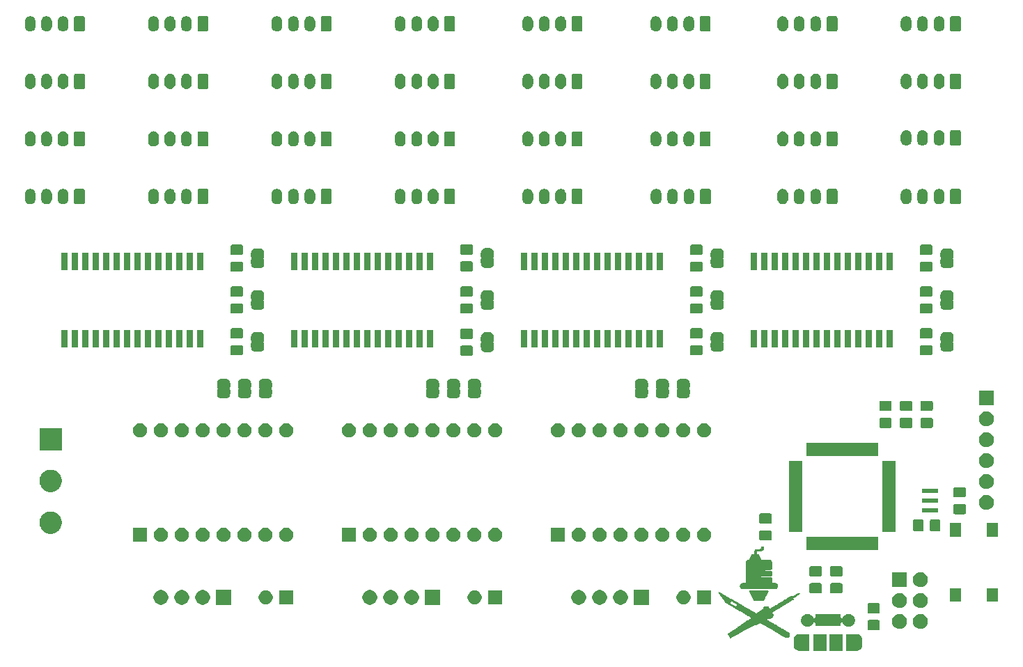
<source format=gbr>
G04 #@! TF.GenerationSoftware,KiCad,Pcbnew,(5.1.5)-3*
G04 #@! TF.CreationDate,2020-05-12T10:10:31+02:00*
G04 #@! TF.ProjectId,piggyback,70696767-7962-4616-936b-2e6b69636164,rev?*
G04 #@! TF.SameCoordinates,Original*
G04 #@! TF.FileFunction,Soldermask,Top*
G04 #@! TF.FilePolarity,Negative*
%FSLAX46Y46*%
G04 Gerber Fmt 4.6, Leading zero omitted, Abs format (unit mm)*
G04 Created by KiCad (PCBNEW (5.1.5)-3) date 2020-05-12 10:10:31*
%MOMM*%
%LPD*%
G04 APERTURE LIST*
%ADD10C,0.010000*%
%ADD11C,0.100000*%
G04 APERTURE END LIST*
D10*
G36*
X135111364Y-131710437D02*
G01*
X135110460Y-131757260D01*
X135109451Y-131793370D01*
X135108146Y-131820751D01*
X135106359Y-131841391D01*
X135103900Y-131857275D01*
X135100580Y-131870389D01*
X135096212Y-131882719D01*
X135094633Y-131886650D01*
X135064465Y-131943905D01*
X135023851Y-131994652D01*
X134973657Y-132038156D01*
X134914750Y-132073681D01*
X134847995Y-132100493D01*
X134839654Y-132103044D01*
X134825829Y-132106900D01*
X134812008Y-132110037D01*
X134796628Y-132112562D01*
X134778124Y-132114582D01*
X134754932Y-132116202D01*
X134725489Y-132117530D01*
X134688229Y-132118670D01*
X134641588Y-132119731D01*
X134584003Y-132120817D01*
X134576175Y-132120956D01*
X134360275Y-132124775D01*
X134324053Y-132142561D01*
X134301675Y-132155386D01*
X134281724Y-132169922D01*
X134271666Y-132179561D01*
X134265908Y-132186757D01*
X134261711Y-132193964D01*
X134258828Y-132203211D01*
X134257012Y-132216526D01*
X134256016Y-132235939D01*
X134255595Y-132263480D01*
X134255501Y-132301177D01*
X134255500Y-132312587D01*
X134255500Y-132426400D01*
X134007850Y-132426400D01*
X134007850Y-132303909D01*
X134008692Y-132242464D01*
X134011658Y-132191579D01*
X134017409Y-132149197D01*
X134026603Y-132113262D01*
X134039901Y-132081719D01*
X134057962Y-132052511D01*
X134081447Y-132023582D01*
X134106106Y-131997736D01*
X134157747Y-131953943D01*
X134215707Y-131919795D01*
X134281959Y-131894147D01*
X134287353Y-131892523D01*
X134301185Y-131888679D01*
X134315046Y-131885550D01*
X134330500Y-131883030D01*
X134349112Y-131881012D01*
X134372446Y-131879391D01*
X134402065Y-131878060D01*
X134439534Y-131876912D01*
X134486416Y-131875842D01*
X134544276Y-131874744D01*
X134550775Y-131874627D01*
X134766675Y-131870775D01*
X134803035Y-131852919D01*
X134823462Y-131842564D01*
X134838829Y-131832987D01*
X134849857Y-131822250D01*
X134857266Y-131808415D01*
X134861774Y-131789541D01*
X134864103Y-131763692D01*
X134864971Y-131728927D01*
X134865100Y-131685768D01*
X134865100Y-131569150D01*
X135113806Y-131569150D01*
X135111364Y-131710437D01*
G37*
X135111364Y-131710437D02*
X135110460Y-131757260D01*
X135109451Y-131793370D01*
X135108146Y-131820751D01*
X135106359Y-131841391D01*
X135103900Y-131857275D01*
X135100580Y-131870389D01*
X135096212Y-131882719D01*
X135094633Y-131886650D01*
X135064465Y-131943905D01*
X135023851Y-131994652D01*
X134973657Y-132038156D01*
X134914750Y-132073681D01*
X134847995Y-132100493D01*
X134839654Y-132103044D01*
X134825829Y-132106900D01*
X134812008Y-132110037D01*
X134796628Y-132112562D01*
X134778124Y-132114582D01*
X134754932Y-132116202D01*
X134725489Y-132117530D01*
X134688229Y-132118670D01*
X134641588Y-132119731D01*
X134584003Y-132120817D01*
X134576175Y-132120956D01*
X134360275Y-132124775D01*
X134324053Y-132142561D01*
X134301675Y-132155386D01*
X134281724Y-132169922D01*
X134271666Y-132179561D01*
X134265908Y-132186757D01*
X134261711Y-132193964D01*
X134258828Y-132203211D01*
X134257012Y-132216526D01*
X134256016Y-132235939D01*
X134255595Y-132263480D01*
X134255501Y-132301177D01*
X134255500Y-132312587D01*
X134255500Y-132426400D01*
X134007850Y-132426400D01*
X134007850Y-132303909D01*
X134008692Y-132242464D01*
X134011658Y-132191579D01*
X134017409Y-132149197D01*
X134026603Y-132113262D01*
X134039901Y-132081719D01*
X134057962Y-132052511D01*
X134081447Y-132023582D01*
X134106106Y-131997736D01*
X134157747Y-131953943D01*
X134215707Y-131919795D01*
X134281959Y-131894147D01*
X134287353Y-131892523D01*
X134301185Y-131888679D01*
X134315046Y-131885550D01*
X134330500Y-131883030D01*
X134349112Y-131881012D01*
X134372446Y-131879391D01*
X134402065Y-131878060D01*
X134439534Y-131876912D01*
X134486416Y-131875842D01*
X134544276Y-131874744D01*
X134550775Y-131874627D01*
X134766675Y-131870775D01*
X134803035Y-131852919D01*
X134823462Y-131842564D01*
X134838829Y-131832987D01*
X134849857Y-131822250D01*
X134857266Y-131808415D01*
X134861774Y-131789541D01*
X134864103Y-131763692D01*
X134864971Y-131728927D01*
X134865100Y-131685768D01*
X134865100Y-131569150D01*
X135113806Y-131569150D01*
X135111364Y-131710437D01*
G36*
X134116761Y-132515427D02*
G01*
X134137235Y-132515439D01*
X134210843Y-132515492D01*
X134272850Y-132515607D01*
X134324355Y-132515824D01*
X134366457Y-132516179D01*
X134400256Y-132516709D01*
X134426849Y-132517453D01*
X134447337Y-132518448D01*
X134462817Y-132519731D01*
X134474390Y-132521340D01*
X134483154Y-132523313D01*
X134490208Y-132525686D01*
X134494820Y-132527653D01*
X134512032Y-132537661D01*
X134528428Y-132552380D01*
X134545163Y-132573376D01*
X134563392Y-132602214D01*
X134584268Y-132640460D01*
X134598109Y-132667700D01*
X134616032Y-132703347D01*
X134637112Y-132744816D01*
X134658584Y-132786693D01*
X134675881Y-132820100D01*
X134695774Y-132858290D01*
X134718224Y-132901402D01*
X134740292Y-132943795D01*
X134756881Y-132975675D01*
X134774814Y-133009987D01*
X134793783Y-133046017D01*
X134811445Y-133079331D01*
X134824671Y-133104035D01*
X134852818Y-133156196D01*
X135333621Y-133158010D01*
X135814425Y-133159825D01*
X135855700Y-133174544D01*
X135884291Y-133186687D01*
X135914811Y-133202594D01*
X135933686Y-133214231D01*
X135952599Y-133226656D01*
X135967440Y-133235598D01*
X135975109Y-133239193D01*
X135975227Y-133239200D01*
X135981895Y-133243479D01*
X135993871Y-133254263D01*
X136008131Y-133268465D01*
X136021656Y-133283003D01*
X136031422Y-133294791D01*
X136034326Y-133299525D01*
X136038889Y-133307734D01*
X136048532Y-133323011D01*
X136060497Y-133341048D01*
X136076155Y-133367013D01*
X136091035Y-133396302D01*
X136098597Y-133414073D01*
X136101504Y-133421973D01*
X136103990Y-133429761D01*
X136106094Y-133438453D01*
X136107850Y-133449066D01*
X136109297Y-133462617D01*
X136110470Y-133480122D01*
X136111407Y-133502599D01*
X136112144Y-133531064D01*
X136112718Y-133566534D01*
X136113166Y-133610026D01*
X136113524Y-133662556D01*
X136113829Y-133725142D01*
X136114118Y-133798800D01*
X136114300Y-133848800D01*
X136115725Y-134245675D01*
X136101600Y-134274109D01*
X136089082Y-134294118D01*
X136072281Y-134309148D01*
X136053412Y-134320146D01*
X136019349Y-134337750D01*
X135681937Y-134337785D01*
X135603151Y-134337918D01*
X135532594Y-134338294D01*
X135470943Y-134338898D01*
X135418875Y-134339720D01*
X135377067Y-134340746D01*
X135346196Y-134341965D01*
X135326940Y-134343365D01*
X135321234Y-134344289D01*
X135301564Y-134353681D01*
X135282247Y-134368945D01*
X135278372Y-134373050D01*
X135265562Y-134390349D01*
X135259889Y-134407605D01*
X135258800Y-134426496D01*
X135260014Y-134445381D01*
X135263104Y-134458524D01*
X135265253Y-134461639D01*
X135269257Y-134468713D01*
X135268578Y-134470690D01*
X135270259Y-134478231D01*
X135276412Y-134485310D01*
X135282998Y-134490964D01*
X135289451Y-134495774D01*
X135296807Y-134499818D01*
X135306104Y-134503174D01*
X135318377Y-134505921D01*
X135334664Y-134508135D01*
X135356002Y-134509895D01*
X135383427Y-134511279D01*
X135417976Y-134512364D01*
X135460686Y-134513229D01*
X135512593Y-134513950D01*
X135574734Y-134514607D01*
X135648147Y-134515277D01*
X135679031Y-134515550D01*
X135755729Y-134516238D01*
X135820750Y-134516870D01*
X135875116Y-134517489D01*
X135919849Y-134518141D01*
X135955972Y-134518869D01*
X135984507Y-134519716D01*
X136006476Y-134520728D01*
X136022902Y-134521949D01*
X136034807Y-134523422D01*
X136043213Y-134525191D01*
X136049143Y-134527301D01*
X136053619Y-134529796D01*
X136056488Y-134531835D01*
X136071546Y-134545131D01*
X136088218Y-134562715D01*
X136093457Y-134568928D01*
X136112875Y-134592910D01*
X136114488Y-134812992D01*
X136114901Y-134871654D01*
X136115142Y-134919005D01*
X136115139Y-134956436D01*
X136114819Y-134985335D01*
X136114111Y-135007092D01*
X136112942Y-135023096D01*
X136111239Y-135034738D01*
X136108932Y-135043405D01*
X136105946Y-135050488D01*
X136102210Y-135057376D01*
X136101734Y-135058210D01*
X136087486Y-135077289D01*
X136068266Y-135096154D01*
X136059890Y-135102660D01*
X136032413Y-135121975D01*
X135428119Y-135125150D01*
X135326318Y-135125699D01*
X135236444Y-135126222D01*
X135157722Y-135126737D01*
X135089379Y-135127262D01*
X135030641Y-135127812D01*
X134980735Y-135128406D01*
X134938886Y-135129061D01*
X134904322Y-135129793D01*
X134876267Y-135130620D01*
X134853949Y-135131560D01*
X134836594Y-135132629D01*
X134823429Y-135133845D01*
X134813678Y-135135225D01*
X134806570Y-135136786D01*
X134801330Y-135138545D01*
X134799972Y-135139130D01*
X134781298Y-135151291D01*
X134770018Y-135166003D01*
X134769809Y-135166531D01*
X134765769Y-135185385D01*
X134763869Y-135211658D01*
X134764104Y-135240252D01*
X134766469Y-135266069D01*
X134769916Y-135281364D01*
X134776332Y-135299775D01*
X135393803Y-135299775D01*
X135481622Y-135299824D01*
X135566071Y-135299969D01*
X135646253Y-135300202D01*
X135721274Y-135300516D01*
X135790239Y-135300904D01*
X135852252Y-135301359D01*
X135906418Y-135301875D01*
X135951843Y-135302444D01*
X135987629Y-135303059D01*
X136012884Y-135303714D01*
X136026710Y-135304401D01*
X136028897Y-135304698D01*
X136047975Y-135314149D01*
X136069575Y-135330835D01*
X136089723Y-135351082D01*
X136104442Y-135371213D01*
X136107495Y-135377358D01*
X136109771Y-135389251D01*
X136111727Y-135412213D01*
X136113365Y-135444615D01*
X136114685Y-135484831D01*
X136115686Y-135531234D01*
X136116369Y-135582195D01*
X136116733Y-135636087D01*
X136116780Y-135691283D01*
X136116508Y-135746155D01*
X136115919Y-135799077D01*
X136115012Y-135848419D01*
X136113787Y-135892556D01*
X136112244Y-135929859D01*
X136110384Y-135958701D01*
X136108207Y-135977454D01*
X136107455Y-135981016D01*
X136098860Y-136014150D01*
X136318846Y-136014150D01*
X136383418Y-136014239D01*
X136436783Y-136014627D01*
X136480430Y-136015493D01*
X136515851Y-136017017D01*
X136544537Y-136019378D01*
X136567979Y-136022756D01*
X136587667Y-136027330D01*
X136605094Y-136033280D01*
X136621750Y-136040786D01*
X136639127Y-136050027D01*
X136645213Y-136053454D01*
X136666344Y-136065445D01*
X136684598Y-136075801D01*
X136694943Y-136081668D01*
X136713140Y-136094965D01*
X136733433Y-136114079D01*
X136751381Y-136134484D01*
X136761454Y-136149425D01*
X136772295Y-136166550D01*
X136782675Y-136179125D01*
X136790643Y-136190853D01*
X136800475Y-136210585D01*
X136810154Y-136234235D01*
X136810912Y-136236316D01*
X136818333Y-136258675D01*
X136823125Y-136278962D01*
X136825823Y-136301123D01*
X136826962Y-136329104D01*
X136827116Y-136355840D01*
X136824375Y-136412504D01*
X136815768Y-136460752D01*
X136800383Y-136503863D01*
X136777309Y-136545114D01*
X136772466Y-136552308D01*
X136756965Y-136572501D01*
X136738125Y-136593690D01*
X136718331Y-136613579D01*
X136699969Y-136629868D01*
X136685425Y-136640259D01*
X136678535Y-136642800D01*
X136668705Y-136646804D01*
X136657112Y-136655640D01*
X136643885Y-136664505D01*
X136623333Y-136674658D01*
X136603527Y-136682556D01*
X136563725Y-136696632D01*
X134576175Y-136697781D01*
X134380478Y-136697885D01*
X134197121Y-136697963D01*
X134025743Y-136698012D01*
X133865984Y-136698033D01*
X133717483Y-136698024D01*
X133579881Y-136697983D01*
X133452816Y-136697909D01*
X133335928Y-136697802D01*
X133228857Y-136697660D01*
X133131242Y-136697481D01*
X133042724Y-136697265D01*
X132962941Y-136697011D01*
X132891533Y-136696716D01*
X132828140Y-136696380D01*
X132772402Y-136696002D01*
X132723957Y-136695580D01*
X132682447Y-136695113D01*
X132647509Y-136694601D01*
X132618784Y-136694041D01*
X132595912Y-136693432D01*
X132578532Y-136692774D01*
X132566284Y-136692065D01*
X132558807Y-136691304D01*
X132556875Y-136690937D01*
X132495661Y-136669309D01*
X132438480Y-136636946D01*
X132390187Y-136597245D01*
X132373929Y-136580131D01*
X132362061Y-136565590D01*
X132356907Y-136556502D01*
X132356850Y-136555952D01*
X132353029Y-136548249D01*
X132350500Y-136547550D01*
X132344753Y-136542457D01*
X132344150Y-136538704D01*
X132339041Y-136528832D01*
X132334928Y-136526320D01*
X132329016Y-136518999D01*
X132321063Y-136502443D01*
X132312426Y-136479653D01*
X132308852Y-136468723D01*
X132301405Y-136443412D01*
X132296697Y-136422262D01*
X132294266Y-136401131D01*
X132293649Y-136375878D01*
X132294385Y-136342363D01*
X132294468Y-136339820D01*
X132295919Y-136305814D01*
X132298095Y-136280854D01*
X132301659Y-136261288D01*
X132307279Y-136243462D01*
X132315620Y-136223723D01*
X132315630Y-136223700D01*
X132327247Y-136200328D01*
X132339342Y-136179582D01*
X132348761Y-136166614D01*
X132358654Y-136153956D01*
X132363171Y-136144573D01*
X132363200Y-136144124D01*
X132367730Y-136136138D01*
X132379401Y-136123083D01*
X132395328Y-136107692D01*
X132412631Y-136092697D01*
X132428425Y-136080828D01*
X132433050Y-136077926D01*
X132482954Y-136050825D01*
X132525262Y-136031820D01*
X132558775Y-136021352D01*
X132576133Y-136019147D01*
X132605427Y-136017316D01*
X132645895Y-136015881D01*
X132696779Y-136014862D01*
X132757317Y-136014283D01*
X132808691Y-136014150D01*
X132866817Y-136014117D01*
X132913463Y-136013976D01*
X132949851Y-136013663D01*
X132977201Y-136013114D01*
X132996735Y-136012265D01*
X133009672Y-136011052D01*
X133017234Y-136009410D01*
X133020641Y-136007277D01*
X133021115Y-136004587D01*
X133020642Y-136003037D01*
X133018711Y-135997276D01*
X133016941Y-135990001D01*
X133015324Y-135980682D01*
X133013855Y-135968791D01*
X133012528Y-135953798D01*
X133011338Y-135935175D01*
X133010278Y-135912391D01*
X133009342Y-135884919D01*
X133008525Y-135852229D01*
X133007820Y-135813791D01*
X133007223Y-135769077D01*
X133006726Y-135717558D01*
X133006324Y-135658704D01*
X133006011Y-135591987D01*
X133005782Y-135516877D01*
X133005630Y-135432844D01*
X133005549Y-135339361D01*
X133005534Y-135235898D01*
X133005579Y-135121925D01*
X133005678Y-134996914D01*
X133005825Y-134860335D01*
X133006013Y-134711660D01*
X133006043Y-134689818D01*
X133007725Y-133451925D01*
X133024815Y-133409295D01*
X133038028Y-133380953D01*
X133054716Y-133351288D01*
X133067677Y-133331778D01*
X133080647Y-133313486D01*
X133089904Y-133299028D01*
X133093449Y-133291525D01*
X133093450Y-133291516D01*
X133097726Y-133284191D01*
X133108138Y-133272337D01*
X133121063Y-133259549D01*
X133132875Y-133249425D01*
X133139775Y-133245550D01*
X133146966Y-133242139D01*
X133160989Y-133233313D01*
X133174397Y-133224085D01*
X133232453Y-133189716D01*
X133293055Y-133167635D01*
X133357164Y-133157526D01*
X133380359Y-133156760D01*
X133401451Y-133156038D01*
X133413232Y-133153298D01*
X133419057Y-133147425D01*
X133420646Y-133143409D01*
X133425124Y-133133109D01*
X133434450Y-133114159D01*
X133447363Y-133089044D01*
X133462605Y-133060248D01*
X133466547Y-133052922D01*
X133486496Y-133015609D01*
X133508626Y-132973648D01*
X133530027Y-132932584D01*
X133545409Y-132902650D01*
X133563298Y-132867790D01*
X133584542Y-132826846D01*
X133606482Y-132784917D01*
X133626459Y-132747106D01*
X133626476Y-132747075D01*
X133644843Y-132712318D01*
X133663635Y-132676377D01*
X133680807Y-132643185D01*
X133694316Y-132616676D01*
X133695858Y-132613602D01*
X133705806Y-132593512D01*
X133714691Y-132576359D01*
X133723554Y-132561911D01*
X133733433Y-132549937D01*
X133745367Y-132540206D01*
X133760396Y-132532487D01*
X133779560Y-132526549D01*
X133803897Y-132522160D01*
X133834447Y-132519090D01*
X133872248Y-132517107D01*
X133918341Y-132515981D01*
X133973765Y-132515479D01*
X134039558Y-132515372D01*
X134116761Y-132515427D01*
G37*
X134116761Y-132515427D02*
X134137235Y-132515439D01*
X134210843Y-132515492D01*
X134272850Y-132515607D01*
X134324355Y-132515824D01*
X134366457Y-132516179D01*
X134400256Y-132516709D01*
X134426849Y-132517453D01*
X134447337Y-132518448D01*
X134462817Y-132519731D01*
X134474390Y-132521340D01*
X134483154Y-132523313D01*
X134490208Y-132525686D01*
X134494820Y-132527653D01*
X134512032Y-132537661D01*
X134528428Y-132552380D01*
X134545163Y-132573376D01*
X134563392Y-132602214D01*
X134584268Y-132640460D01*
X134598109Y-132667700D01*
X134616032Y-132703347D01*
X134637112Y-132744816D01*
X134658584Y-132786693D01*
X134675881Y-132820100D01*
X134695774Y-132858290D01*
X134718224Y-132901402D01*
X134740292Y-132943795D01*
X134756881Y-132975675D01*
X134774814Y-133009987D01*
X134793783Y-133046017D01*
X134811445Y-133079331D01*
X134824671Y-133104035D01*
X134852818Y-133156196D01*
X135333621Y-133158010D01*
X135814425Y-133159825D01*
X135855700Y-133174544D01*
X135884291Y-133186687D01*
X135914811Y-133202594D01*
X135933686Y-133214231D01*
X135952599Y-133226656D01*
X135967440Y-133235598D01*
X135975109Y-133239193D01*
X135975227Y-133239200D01*
X135981895Y-133243479D01*
X135993871Y-133254263D01*
X136008131Y-133268465D01*
X136021656Y-133283003D01*
X136031422Y-133294791D01*
X136034326Y-133299525D01*
X136038889Y-133307734D01*
X136048532Y-133323011D01*
X136060497Y-133341048D01*
X136076155Y-133367013D01*
X136091035Y-133396302D01*
X136098597Y-133414073D01*
X136101504Y-133421973D01*
X136103990Y-133429761D01*
X136106094Y-133438453D01*
X136107850Y-133449066D01*
X136109297Y-133462617D01*
X136110470Y-133480122D01*
X136111407Y-133502599D01*
X136112144Y-133531064D01*
X136112718Y-133566534D01*
X136113166Y-133610026D01*
X136113524Y-133662556D01*
X136113829Y-133725142D01*
X136114118Y-133798800D01*
X136114300Y-133848800D01*
X136115725Y-134245675D01*
X136101600Y-134274109D01*
X136089082Y-134294118D01*
X136072281Y-134309148D01*
X136053412Y-134320146D01*
X136019349Y-134337750D01*
X135681937Y-134337785D01*
X135603151Y-134337918D01*
X135532594Y-134338294D01*
X135470943Y-134338898D01*
X135418875Y-134339720D01*
X135377067Y-134340746D01*
X135346196Y-134341965D01*
X135326940Y-134343365D01*
X135321234Y-134344289D01*
X135301564Y-134353681D01*
X135282247Y-134368945D01*
X135278372Y-134373050D01*
X135265562Y-134390349D01*
X135259889Y-134407605D01*
X135258800Y-134426496D01*
X135260014Y-134445381D01*
X135263104Y-134458524D01*
X135265253Y-134461639D01*
X135269257Y-134468713D01*
X135268578Y-134470690D01*
X135270259Y-134478231D01*
X135276412Y-134485310D01*
X135282998Y-134490964D01*
X135289451Y-134495774D01*
X135296807Y-134499818D01*
X135306104Y-134503174D01*
X135318377Y-134505921D01*
X135334664Y-134508135D01*
X135356002Y-134509895D01*
X135383427Y-134511279D01*
X135417976Y-134512364D01*
X135460686Y-134513229D01*
X135512593Y-134513950D01*
X135574734Y-134514607D01*
X135648147Y-134515277D01*
X135679031Y-134515550D01*
X135755729Y-134516238D01*
X135820750Y-134516870D01*
X135875116Y-134517489D01*
X135919849Y-134518141D01*
X135955972Y-134518869D01*
X135984507Y-134519716D01*
X136006476Y-134520728D01*
X136022902Y-134521949D01*
X136034807Y-134523422D01*
X136043213Y-134525191D01*
X136049143Y-134527301D01*
X136053619Y-134529796D01*
X136056488Y-134531835D01*
X136071546Y-134545131D01*
X136088218Y-134562715D01*
X136093457Y-134568928D01*
X136112875Y-134592910D01*
X136114488Y-134812992D01*
X136114901Y-134871654D01*
X136115142Y-134919005D01*
X136115139Y-134956436D01*
X136114819Y-134985335D01*
X136114111Y-135007092D01*
X136112942Y-135023096D01*
X136111239Y-135034738D01*
X136108932Y-135043405D01*
X136105946Y-135050488D01*
X136102210Y-135057376D01*
X136101734Y-135058210D01*
X136087486Y-135077289D01*
X136068266Y-135096154D01*
X136059890Y-135102660D01*
X136032413Y-135121975D01*
X135428119Y-135125150D01*
X135326318Y-135125699D01*
X135236444Y-135126222D01*
X135157722Y-135126737D01*
X135089379Y-135127262D01*
X135030641Y-135127812D01*
X134980735Y-135128406D01*
X134938886Y-135129061D01*
X134904322Y-135129793D01*
X134876267Y-135130620D01*
X134853949Y-135131560D01*
X134836594Y-135132629D01*
X134823429Y-135133845D01*
X134813678Y-135135225D01*
X134806570Y-135136786D01*
X134801330Y-135138545D01*
X134799972Y-135139130D01*
X134781298Y-135151291D01*
X134770018Y-135166003D01*
X134769809Y-135166531D01*
X134765769Y-135185385D01*
X134763869Y-135211658D01*
X134764104Y-135240252D01*
X134766469Y-135266069D01*
X134769916Y-135281364D01*
X134776332Y-135299775D01*
X135393803Y-135299775D01*
X135481622Y-135299824D01*
X135566071Y-135299969D01*
X135646253Y-135300202D01*
X135721274Y-135300516D01*
X135790239Y-135300904D01*
X135852252Y-135301359D01*
X135906418Y-135301875D01*
X135951843Y-135302444D01*
X135987629Y-135303059D01*
X136012884Y-135303714D01*
X136026710Y-135304401D01*
X136028897Y-135304698D01*
X136047975Y-135314149D01*
X136069575Y-135330835D01*
X136089723Y-135351082D01*
X136104442Y-135371213D01*
X136107495Y-135377358D01*
X136109771Y-135389251D01*
X136111727Y-135412213D01*
X136113365Y-135444615D01*
X136114685Y-135484831D01*
X136115686Y-135531234D01*
X136116369Y-135582195D01*
X136116733Y-135636087D01*
X136116780Y-135691283D01*
X136116508Y-135746155D01*
X136115919Y-135799077D01*
X136115012Y-135848419D01*
X136113787Y-135892556D01*
X136112244Y-135929859D01*
X136110384Y-135958701D01*
X136108207Y-135977454D01*
X136107455Y-135981016D01*
X136098860Y-136014150D01*
X136318846Y-136014150D01*
X136383418Y-136014239D01*
X136436783Y-136014627D01*
X136480430Y-136015493D01*
X136515851Y-136017017D01*
X136544537Y-136019378D01*
X136567979Y-136022756D01*
X136587667Y-136027330D01*
X136605094Y-136033280D01*
X136621750Y-136040786D01*
X136639127Y-136050027D01*
X136645213Y-136053454D01*
X136666344Y-136065445D01*
X136684598Y-136075801D01*
X136694943Y-136081668D01*
X136713140Y-136094965D01*
X136733433Y-136114079D01*
X136751381Y-136134484D01*
X136761454Y-136149425D01*
X136772295Y-136166550D01*
X136782675Y-136179125D01*
X136790643Y-136190853D01*
X136800475Y-136210585D01*
X136810154Y-136234235D01*
X136810912Y-136236316D01*
X136818333Y-136258675D01*
X136823125Y-136278962D01*
X136825823Y-136301123D01*
X136826962Y-136329104D01*
X136827116Y-136355840D01*
X136824375Y-136412504D01*
X136815768Y-136460752D01*
X136800383Y-136503863D01*
X136777309Y-136545114D01*
X136772466Y-136552308D01*
X136756965Y-136572501D01*
X136738125Y-136593690D01*
X136718331Y-136613579D01*
X136699969Y-136629868D01*
X136685425Y-136640259D01*
X136678535Y-136642800D01*
X136668705Y-136646804D01*
X136657112Y-136655640D01*
X136643885Y-136664505D01*
X136623333Y-136674658D01*
X136603527Y-136682556D01*
X136563725Y-136696632D01*
X134576175Y-136697781D01*
X134380478Y-136697885D01*
X134197121Y-136697963D01*
X134025743Y-136698012D01*
X133865984Y-136698033D01*
X133717483Y-136698024D01*
X133579881Y-136697983D01*
X133452816Y-136697909D01*
X133335928Y-136697802D01*
X133228857Y-136697660D01*
X133131242Y-136697481D01*
X133042724Y-136697265D01*
X132962941Y-136697011D01*
X132891533Y-136696716D01*
X132828140Y-136696380D01*
X132772402Y-136696002D01*
X132723957Y-136695580D01*
X132682447Y-136695113D01*
X132647509Y-136694601D01*
X132618784Y-136694041D01*
X132595912Y-136693432D01*
X132578532Y-136692774D01*
X132566284Y-136692065D01*
X132558807Y-136691304D01*
X132556875Y-136690937D01*
X132495661Y-136669309D01*
X132438480Y-136636946D01*
X132390187Y-136597245D01*
X132373929Y-136580131D01*
X132362061Y-136565590D01*
X132356907Y-136556502D01*
X132356850Y-136555952D01*
X132353029Y-136548249D01*
X132350500Y-136547550D01*
X132344753Y-136542457D01*
X132344150Y-136538704D01*
X132339041Y-136528832D01*
X132334928Y-136526320D01*
X132329016Y-136518999D01*
X132321063Y-136502443D01*
X132312426Y-136479653D01*
X132308852Y-136468723D01*
X132301405Y-136443412D01*
X132296697Y-136422262D01*
X132294266Y-136401131D01*
X132293649Y-136375878D01*
X132294385Y-136342363D01*
X132294468Y-136339820D01*
X132295919Y-136305814D01*
X132298095Y-136280854D01*
X132301659Y-136261288D01*
X132307279Y-136243462D01*
X132315620Y-136223723D01*
X132315630Y-136223700D01*
X132327247Y-136200328D01*
X132339342Y-136179582D01*
X132348761Y-136166614D01*
X132358654Y-136153956D01*
X132363171Y-136144573D01*
X132363200Y-136144124D01*
X132367730Y-136136138D01*
X132379401Y-136123083D01*
X132395328Y-136107692D01*
X132412631Y-136092697D01*
X132428425Y-136080828D01*
X132433050Y-136077926D01*
X132482954Y-136050825D01*
X132525262Y-136031820D01*
X132558775Y-136021352D01*
X132576133Y-136019147D01*
X132605427Y-136017316D01*
X132645895Y-136015881D01*
X132696779Y-136014862D01*
X132757317Y-136014283D01*
X132808691Y-136014150D01*
X132866817Y-136014117D01*
X132913463Y-136013976D01*
X132949851Y-136013663D01*
X132977201Y-136013114D01*
X132996735Y-136012265D01*
X133009672Y-136011052D01*
X133017234Y-136009410D01*
X133020641Y-136007277D01*
X133021115Y-136004587D01*
X133020642Y-136003037D01*
X133018711Y-135997276D01*
X133016941Y-135990001D01*
X133015324Y-135980682D01*
X133013855Y-135968791D01*
X133012528Y-135953798D01*
X133011338Y-135935175D01*
X133010278Y-135912391D01*
X133009342Y-135884919D01*
X133008525Y-135852229D01*
X133007820Y-135813791D01*
X133007223Y-135769077D01*
X133006726Y-135717558D01*
X133006324Y-135658704D01*
X133006011Y-135591987D01*
X133005782Y-135516877D01*
X133005630Y-135432844D01*
X133005549Y-135339361D01*
X133005534Y-135235898D01*
X133005579Y-135121925D01*
X133005678Y-134996914D01*
X133005825Y-134860335D01*
X133006013Y-134711660D01*
X133006043Y-134689818D01*
X133007725Y-133451925D01*
X133024815Y-133409295D01*
X133038028Y-133380953D01*
X133054716Y-133351288D01*
X133067677Y-133331778D01*
X133080647Y-133313486D01*
X133089904Y-133299028D01*
X133093449Y-133291525D01*
X133093450Y-133291516D01*
X133097726Y-133284191D01*
X133108138Y-133272337D01*
X133121063Y-133259549D01*
X133132875Y-133249425D01*
X133139775Y-133245550D01*
X133146966Y-133242139D01*
X133160989Y-133233313D01*
X133174397Y-133224085D01*
X133232453Y-133189716D01*
X133293055Y-133167635D01*
X133357164Y-133157526D01*
X133380359Y-133156760D01*
X133401451Y-133156038D01*
X133413232Y-133153298D01*
X133419057Y-133147425D01*
X133420646Y-133143409D01*
X133425124Y-133133109D01*
X133434450Y-133114159D01*
X133447363Y-133089044D01*
X133462605Y-133060248D01*
X133466547Y-133052922D01*
X133486496Y-133015609D01*
X133508626Y-132973648D01*
X133530027Y-132932584D01*
X133545409Y-132902650D01*
X133563298Y-132867790D01*
X133584542Y-132826846D01*
X133606482Y-132784917D01*
X133626459Y-132747106D01*
X133626476Y-132747075D01*
X133644843Y-132712318D01*
X133663635Y-132676377D01*
X133680807Y-132643185D01*
X133694316Y-132616676D01*
X133695858Y-132613602D01*
X133705806Y-132593512D01*
X133714691Y-132576359D01*
X133723554Y-132561911D01*
X133733433Y-132549937D01*
X133745367Y-132540206D01*
X133760396Y-132532487D01*
X133779560Y-132526549D01*
X133803897Y-132522160D01*
X133834447Y-132519090D01*
X133872248Y-132517107D01*
X133918341Y-132515981D01*
X133973765Y-132515479D01*
X134039558Y-132515372D01*
X134116761Y-132515427D01*
G36*
X135627100Y-136890922D02*
G01*
X135650960Y-136908828D01*
X135668271Y-136933168D01*
X135671022Y-136938547D01*
X135682521Y-136968144D01*
X135686483Y-136996913D01*
X135682680Y-137027696D01*
X135670882Y-137063337D01*
X135658809Y-137090475D01*
X135646844Y-137114987D01*
X135636580Y-137134923D01*
X135629400Y-137147653D01*
X135627068Y-137150800D01*
X135622773Y-137157373D01*
X135614097Y-137173217D01*
X135602182Y-137196166D01*
X135588169Y-137224055D01*
X135583585Y-137233350D01*
X135568828Y-137262953D01*
X135555490Y-137288890D01*
X135544821Y-137308787D01*
X135538072Y-137320268D01*
X135537073Y-137321631D01*
X135531568Y-137330341D01*
X135521673Y-137348081D01*
X135508653Y-137372509D01*
X135493772Y-137401284D01*
X135489074Y-137410531D01*
X135469666Y-137448658D01*
X135447177Y-137492461D01*
X135424468Y-137536387D01*
X135405347Y-137573075D01*
X135342566Y-137693304D01*
X135279665Y-137814589D01*
X135238855Y-137893750D01*
X135220036Y-137929910D01*
X135199361Y-137968919D01*
X135179396Y-138005974D01*
X135163385Y-138035060D01*
X135155288Y-138050269D01*
X135148547Y-138063618D01*
X135142329Y-138075226D01*
X135135801Y-138085214D01*
X135128131Y-138093701D01*
X135118484Y-138100806D01*
X135106028Y-138106649D01*
X135089930Y-138111349D01*
X135069356Y-138115026D01*
X135043473Y-138117801D01*
X135011448Y-138119791D01*
X134972449Y-138121117D01*
X134925641Y-138121898D01*
X134870192Y-138122255D01*
X134805268Y-138122306D01*
X134730037Y-138122171D01*
X134643665Y-138121970D01*
X134558781Y-138121834D01*
X134457732Y-138121679D01*
X134368835Y-138121424D01*
X134291544Y-138121060D01*
X134225313Y-138120579D01*
X134169593Y-138119973D01*
X134123839Y-138119235D01*
X134087503Y-138118355D01*
X134060038Y-138117325D01*
X134040898Y-138116138D01*
X134029536Y-138114786D01*
X134026236Y-138113896D01*
X134009798Y-138105060D01*
X133999101Y-138097637D01*
X133990238Y-138086757D01*
X133976049Y-138064501D01*
X133956602Y-138030989D01*
X133931966Y-137986344D01*
X133902209Y-137930686D01*
X133867938Y-137865175D01*
X133847314Y-137825428D01*
X133825278Y-137782986D01*
X133803891Y-137741816D01*
X133785213Y-137705885D01*
X133777235Y-137690550D01*
X133758127Y-137653820D01*
X133736616Y-137612449D01*
X133715750Y-137572301D01*
X133702957Y-137547675D01*
X133686145Y-137515312D01*
X133665819Y-137476205D01*
X133644329Y-137434873D01*
X133624026Y-137395836D01*
X133620430Y-137388925D01*
X133600483Y-137350451D01*
X133578798Y-137308400D01*
X133557775Y-137267440D01*
X133539816Y-137232242D01*
X133537156Y-137227000D01*
X133522673Y-137198815D01*
X133509776Y-137174424D01*
X133499776Y-137156255D01*
X133493983Y-137146739D01*
X133493642Y-137146305D01*
X133487784Y-137135914D01*
X133487150Y-137132547D01*
X133483104Y-137124729D01*
X133482387Y-137124341D01*
X133477523Y-137117969D01*
X133469045Y-137103079D01*
X133458654Y-137082688D01*
X133456987Y-137079242D01*
X133440631Y-137035319D01*
X133435913Y-136995177D01*
X133442788Y-136957614D01*
X133451837Y-136936975D01*
X133462176Y-136919596D01*
X133473493Y-136906838D01*
X133489402Y-136895476D01*
X133512550Y-136882785D01*
X133516789Y-136881684D01*
X133525401Y-136880681D01*
X133538897Y-136879771D01*
X133557791Y-136878950D01*
X133582594Y-136878214D01*
X133613819Y-136877560D01*
X133651979Y-136876982D01*
X133697586Y-136876478D01*
X133751152Y-136876044D01*
X133813191Y-136875674D01*
X133884215Y-136875365D01*
X133964735Y-136875114D01*
X134055266Y-136874916D01*
X134156318Y-136874767D01*
X134268406Y-136874663D01*
X134392040Y-136874601D01*
X134527734Y-136874576D01*
X134563475Y-136874575D01*
X135598525Y-136874575D01*
X135627100Y-136890922D01*
G37*
X135627100Y-136890922D02*
X135650960Y-136908828D01*
X135668271Y-136933168D01*
X135671022Y-136938547D01*
X135682521Y-136968144D01*
X135686483Y-136996913D01*
X135682680Y-137027696D01*
X135670882Y-137063337D01*
X135658809Y-137090475D01*
X135646844Y-137114987D01*
X135636580Y-137134923D01*
X135629400Y-137147653D01*
X135627068Y-137150800D01*
X135622773Y-137157373D01*
X135614097Y-137173217D01*
X135602182Y-137196166D01*
X135588169Y-137224055D01*
X135583585Y-137233350D01*
X135568828Y-137262953D01*
X135555490Y-137288890D01*
X135544821Y-137308787D01*
X135538072Y-137320268D01*
X135537073Y-137321631D01*
X135531568Y-137330341D01*
X135521673Y-137348081D01*
X135508653Y-137372509D01*
X135493772Y-137401284D01*
X135489074Y-137410531D01*
X135469666Y-137448658D01*
X135447177Y-137492461D01*
X135424468Y-137536387D01*
X135405347Y-137573075D01*
X135342566Y-137693304D01*
X135279665Y-137814589D01*
X135238855Y-137893750D01*
X135220036Y-137929910D01*
X135199361Y-137968919D01*
X135179396Y-138005974D01*
X135163385Y-138035060D01*
X135155288Y-138050269D01*
X135148547Y-138063618D01*
X135142329Y-138075226D01*
X135135801Y-138085214D01*
X135128131Y-138093701D01*
X135118484Y-138100806D01*
X135106028Y-138106649D01*
X135089930Y-138111349D01*
X135069356Y-138115026D01*
X135043473Y-138117801D01*
X135011448Y-138119791D01*
X134972449Y-138121117D01*
X134925641Y-138121898D01*
X134870192Y-138122255D01*
X134805268Y-138122306D01*
X134730037Y-138122171D01*
X134643665Y-138121970D01*
X134558781Y-138121834D01*
X134457732Y-138121679D01*
X134368835Y-138121424D01*
X134291544Y-138121060D01*
X134225313Y-138120579D01*
X134169593Y-138119973D01*
X134123839Y-138119235D01*
X134087503Y-138118355D01*
X134060038Y-138117325D01*
X134040898Y-138116138D01*
X134029536Y-138114786D01*
X134026236Y-138113896D01*
X134009798Y-138105060D01*
X133999101Y-138097637D01*
X133990238Y-138086757D01*
X133976049Y-138064501D01*
X133956602Y-138030989D01*
X133931966Y-137986344D01*
X133902209Y-137930686D01*
X133867938Y-137865175D01*
X133847314Y-137825428D01*
X133825278Y-137782986D01*
X133803891Y-137741816D01*
X133785213Y-137705885D01*
X133777235Y-137690550D01*
X133758127Y-137653820D01*
X133736616Y-137612449D01*
X133715750Y-137572301D01*
X133702957Y-137547675D01*
X133686145Y-137515312D01*
X133665819Y-137476205D01*
X133644329Y-137434873D01*
X133624026Y-137395836D01*
X133620430Y-137388925D01*
X133600483Y-137350451D01*
X133578798Y-137308400D01*
X133557775Y-137267440D01*
X133539816Y-137232242D01*
X133537156Y-137227000D01*
X133522673Y-137198815D01*
X133509776Y-137174424D01*
X133499776Y-137156255D01*
X133493983Y-137146739D01*
X133493642Y-137146305D01*
X133487784Y-137135914D01*
X133487150Y-137132547D01*
X133483104Y-137124729D01*
X133482387Y-137124341D01*
X133477523Y-137117969D01*
X133469045Y-137103079D01*
X133458654Y-137082688D01*
X133456987Y-137079242D01*
X133440631Y-137035319D01*
X133435913Y-136995177D01*
X133442788Y-136957614D01*
X133451837Y-136936975D01*
X133462176Y-136919596D01*
X133473493Y-136906838D01*
X133489402Y-136895476D01*
X133512550Y-136882785D01*
X133516789Y-136881684D01*
X133525401Y-136880681D01*
X133538897Y-136879771D01*
X133557791Y-136878950D01*
X133582594Y-136878214D01*
X133613819Y-136877560D01*
X133651979Y-136876982D01*
X133697586Y-136876478D01*
X133751152Y-136876044D01*
X133813191Y-136875674D01*
X133884215Y-136875365D01*
X133964735Y-136875114D01*
X134055266Y-136874916D01*
X134156318Y-136874767D01*
X134268406Y-136874663D01*
X134392040Y-136874601D01*
X134527734Y-136874576D01*
X134563475Y-136874575D01*
X135598525Y-136874575D01*
X135627100Y-136890922D01*
G36*
X139529188Y-137216206D02*
G01*
X139531575Y-137219703D01*
X139531228Y-137223273D01*
X139526369Y-137230137D01*
X139513803Y-137244667D01*
X139494772Y-137265519D01*
X139470519Y-137291347D01*
X139442284Y-137320808D01*
X139419782Y-137343928D01*
X139310389Y-137455611D01*
X139019732Y-137631020D01*
X138964095Y-137664601D01*
X138911423Y-137696402D01*
X138862778Y-137725780D01*
X138819221Y-137752095D01*
X138781815Y-137774704D01*
X138751621Y-137792967D01*
X138729701Y-137806240D01*
X138717117Y-137813882D01*
X138714787Y-137815311D01*
X138704052Y-137824703D01*
X138700500Y-137832148D01*
X138703668Y-137840969D01*
X138712086Y-137857354D01*
X138724121Y-137878192D01*
X138727910Y-137884389D01*
X138744379Y-137911518D01*
X138754706Y-137930188D01*
X138759801Y-137942502D01*
X138760575Y-137950562D01*
X138758649Y-137955431D01*
X138752144Y-137960598D01*
X138736456Y-137971162D01*
X138713313Y-137986014D01*
X138684443Y-138004050D01*
X138651572Y-138024164D01*
X138646525Y-138027218D01*
X138604855Y-138052410D01*
X138556551Y-138081632D01*
X138505837Y-138112327D01*
X138456935Y-138141938D01*
X138421100Y-138163650D01*
X138389665Y-138182689D01*
X138347942Y-138207938D01*
X138296515Y-138239046D01*
X138235966Y-138275658D01*
X138166880Y-138317423D01*
X138089841Y-138363988D01*
X138005433Y-138415000D01*
X137914239Y-138470106D01*
X137816844Y-138528954D01*
X137713830Y-138591190D01*
X137605783Y-138656462D01*
X137493285Y-138724418D01*
X137376921Y-138794703D01*
X137257275Y-138866967D01*
X137134930Y-138940855D01*
X137010470Y-139016016D01*
X136884480Y-139092096D01*
X136836775Y-139120901D01*
X136757931Y-139168517D01*
X136681822Y-139214498D01*
X136609193Y-139258394D01*
X136540787Y-139299754D01*
X136477351Y-139338127D01*
X136419629Y-139373061D01*
X136368367Y-139404106D01*
X136324310Y-139430810D01*
X136288202Y-139452723D01*
X136260790Y-139469393D01*
X136242817Y-139480369D01*
X136235248Y-139485058D01*
X136219654Y-139494999D01*
X136210953Y-139499119D01*
X136205183Y-139498189D01*
X136198381Y-139492976D01*
X136197630Y-139492362D01*
X136192133Y-139485199D01*
X136180945Y-139468455D01*
X136164894Y-139443447D01*
X136144811Y-139411492D01*
X136121525Y-139373909D01*
X136095864Y-139332013D01*
X136074941Y-139297530D01*
X136041504Y-139241818D01*
X136014666Y-139196228D01*
X135994128Y-139160219D01*
X135979594Y-139133248D01*
X135970766Y-139114773D01*
X135967348Y-139104250D01*
X135967620Y-139101725D01*
X135968388Y-139100601D01*
X135969570Y-139099276D01*
X135971572Y-139097503D01*
X135974805Y-139095032D01*
X135979675Y-139091616D01*
X135986593Y-139087004D01*
X135995966Y-139080949D01*
X136008204Y-139073201D01*
X136023714Y-139063512D01*
X136042905Y-139051634D01*
X136066187Y-139037316D01*
X136093967Y-139020311D01*
X136126654Y-139000370D01*
X136164657Y-138977244D01*
X136208384Y-138950684D01*
X136258244Y-138920442D01*
X136314646Y-138886269D01*
X136377997Y-138847915D01*
X136448708Y-138805133D01*
X136527186Y-138757674D01*
X136613839Y-138705288D01*
X136709077Y-138647727D01*
X136813308Y-138584743D01*
X136926941Y-138516086D01*
X137050384Y-138441507D01*
X137184046Y-138360759D01*
X137268575Y-138309694D01*
X137398926Y-138230946D01*
X137518930Y-138158448D01*
X137629107Y-138091883D01*
X137729981Y-138030937D01*
X137822075Y-137975292D01*
X137905910Y-137924633D01*
X137982011Y-137878644D01*
X138050898Y-137837009D01*
X138113096Y-137799412D01*
X138169126Y-137765537D01*
X138219511Y-137735068D01*
X138264774Y-137707690D01*
X138305438Y-137683085D01*
X138342024Y-137660939D01*
X138375057Y-137640935D01*
X138405057Y-137622758D01*
X138432549Y-137606091D01*
X138458054Y-137590619D01*
X138463658Y-137587218D01*
X138487032Y-137573902D01*
X138507002Y-137564119D01*
X138520731Y-137559181D01*
X138524641Y-137559022D01*
X138531616Y-137565742D01*
X138542846Y-137580880D01*
X138556416Y-137601756D01*
X138563310Y-137613216D01*
X138577260Y-137635878D01*
X138589713Y-137654085D01*
X138598788Y-137665172D01*
X138601435Y-137667200D01*
X138605350Y-137666513D01*
X138613844Y-137662846D01*
X138627468Y-137655876D01*
X138646775Y-137645279D01*
X138672315Y-137630729D01*
X138704639Y-137611903D01*
X138744298Y-137588477D01*
X138791844Y-137560127D01*
X138847828Y-137526527D01*
X138912801Y-137487355D01*
X138987315Y-137442285D01*
X139071920Y-137390993D01*
X139101329Y-137373143D01*
X139133004Y-137353949D01*
X139159397Y-137338282D01*
X139182427Y-137325348D01*
X139204011Y-137314355D01*
X139226070Y-137304509D01*
X139250521Y-137295018D01*
X139279284Y-137285089D01*
X139314278Y-137273930D01*
X139357421Y-137260746D01*
X139410633Y-137244746D01*
X139415847Y-137243181D01*
X139456882Y-137231022D01*
X139487280Y-137222496D01*
X139508495Y-137217352D01*
X139521979Y-137215339D01*
X139529188Y-137216206D01*
G37*
X139529188Y-137216206D02*
X139531575Y-137219703D01*
X139531228Y-137223273D01*
X139526369Y-137230137D01*
X139513803Y-137244667D01*
X139494772Y-137265519D01*
X139470519Y-137291347D01*
X139442284Y-137320808D01*
X139419782Y-137343928D01*
X139310389Y-137455611D01*
X139019732Y-137631020D01*
X138964095Y-137664601D01*
X138911423Y-137696402D01*
X138862778Y-137725780D01*
X138819221Y-137752095D01*
X138781815Y-137774704D01*
X138751621Y-137792967D01*
X138729701Y-137806240D01*
X138717117Y-137813882D01*
X138714787Y-137815311D01*
X138704052Y-137824703D01*
X138700500Y-137832148D01*
X138703668Y-137840969D01*
X138712086Y-137857354D01*
X138724121Y-137878192D01*
X138727910Y-137884389D01*
X138744379Y-137911518D01*
X138754706Y-137930188D01*
X138759801Y-137942502D01*
X138760575Y-137950562D01*
X138758649Y-137955431D01*
X138752144Y-137960598D01*
X138736456Y-137971162D01*
X138713313Y-137986014D01*
X138684443Y-138004050D01*
X138651572Y-138024164D01*
X138646525Y-138027218D01*
X138604855Y-138052410D01*
X138556551Y-138081632D01*
X138505837Y-138112327D01*
X138456935Y-138141938D01*
X138421100Y-138163650D01*
X138389665Y-138182689D01*
X138347942Y-138207938D01*
X138296515Y-138239046D01*
X138235966Y-138275658D01*
X138166880Y-138317423D01*
X138089841Y-138363988D01*
X138005433Y-138415000D01*
X137914239Y-138470106D01*
X137816844Y-138528954D01*
X137713830Y-138591190D01*
X137605783Y-138656462D01*
X137493285Y-138724418D01*
X137376921Y-138794703D01*
X137257275Y-138866967D01*
X137134930Y-138940855D01*
X137010470Y-139016016D01*
X136884480Y-139092096D01*
X136836775Y-139120901D01*
X136757931Y-139168517D01*
X136681822Y-139214498D01*
X136609193Y-139258394D01*
X136540787Y-139299754D01*
X136477351Y-139338127D01*
X136419629Y-139373061D01*
X136368367Y-139404106D01*
X136324310Y-139430810D01*
X136288202Y-139452723D01*
X136260790Y-139469393D01*
X136242817Y-139480369D01*
X136235248Y-139485058D01*
X136219654Y-139494999D01*
X136210953Y-139499119D01*
X136205183Y-139498189D01*
X136198381Y-139492976D01*
X136197630Y-139492362D01*
X136192133Y-139485199D01*
X136180945Y-139468455D01*
X136164894Y-139443447D01*
X136144811Y-139411492D01*
X136121525Y-139373909D01*
X136095864Y-139332013D01*
X136074941Y-139297530D01*
X136041504Y-139241818D01*
X136014666Y-139196228D01*
X135994128Y-139160219D01*
X135979594Y-139133248D01*
X135970766Y-139114773D01*
X135967348Y-139104250D01*
X135967620Y-139101725D01*
X135968388Y-139100601D01*
X135969570Y-139099276D01*
X135971572Y-139097503D01*
X135974805Y-139095032D01*
X135979675Y-139091616D01*
X135986593Y-139087004D01*
X135995966Y-139080949D01*
X136008204Y-139073201D01*
X136023714Y-139063512D01*
X136042905Y-139051634D01*
X136066187Y-139037316D01*
X136093967Y-139020311D01*
X136126654Y-139000370D01*
X136164657Y-138977244D01*
X136208384Y-138950684D01*
X136258244Y-138920442D01*
X136314646Y-138886269D01*
X136377997Y-138847915D01*
X136448708Y-138805133D01*
X136527186Y-138757674D01*
X136613839Y-138705288D01*
X136709077Y-138647727D01*
X136813308Y-138584743D01*
X136926941Y-138516086D01*
X137050384Y-138441507D01*
X137184046Y-138360759D01*
X137268575Y-138309694D01*
X137398926Y-138230946D01*
X137518930Y-138158448D01*
X137629107Y-138091883D01*
X137729981Y-138030937D01*
X137822075Y-137975292D01*
X137905910Y-137924633D01*
X137982011Y-137878644D01*
X138050898Y-137837009D01*
X138113096Y-137799412D01*
X138169126Y-137765537D01*
X138219511Y-137735068D01*
X138264774Y-137707690D01*
X138305438Y-137683085D01*
X138342024Y-137660939D01*
X138375057Y-137640935D01*
X138405057Y-137622758D01*
X138432549Y-137606091D01*
X138458054Y-137590619D01*
X138463658Y-137587218D01*
X138487032Y-137573902D01*
X138507002Y-137564119D01*
X138520731Y-137559181D01*
X138524641Y-137559022D01*
X138531616Y-137565742D01*
X138542846Y-137580880D01*
X138556416Y-137601756D01*
X138563310Y-137613216D01*
X138577260Y-137635878D01*
X138589713Y-137654085D01*
X138598788Y-137665172D01*
X138601435Y-137667200D01*
X138605350Y-137666513D01*
X138613844Y-137662846D01*
X138627468Y-137655876D01*
X138646775Y-137645279D01*
X138672315Y-137630729D01*
X138704639Y-137611903D01*
X138744298Y-137588477D01*
X138791844Y-137560127D01*
X138847828Y-137526527D01*
X138912801Y-137487355D01*
X138987315Y-137442285D01*
X139071920Y-137390993D01*
X139101329Y-137373143D01*
X139133004Y-137353949D01*
X139159397Y-137338282D01*
X139182427Y-137325348D01*
X139204011Y-137314355D01*
X139226070Y-137304509D01*
X139250521Y-137295018D01*
X139279284Y-137285089D01*
X139314278Y-137273930D01*
X139357421Y-137260746D01*
X139410633Y-137244746D01*
X139415847Y-137243181D01*
X139456882Y-137231022D01*
X139487280Y-137222496D01*
X139508495Y-137217352D01*
X139521979Y-137215339D01*
X139529188Y-137216206D01*
G36*
X129731824Y-137109466D02*
G01*
X129749246Y-137118386D01*
X129775306Y-137132466D01*
X129808853Y-137151064D01*
X129848733Y-137173535D01*
X129893795Y-137199237D01*
X129942888Y-137227527D01*
X129984042Y-137251445D01*
X130037714Y-137282746D01*
X130100299Y-137319230D01*
X130169732Y-137359694D01*
X130243947Y-137402935D01*
X130320880Y-137447750D01*
X130398466Y-137492937D01*
X130474639Y-137537291D01*
X130547335Y-137579612D01*
X130578850Y-137597954D01*
X130656688Y-137643376D01*
X130724014Y-137682936D01*
X130781393Y-137716979D01*
X130829391Y-137745855D01*
X130868573Y-137769910D01*
X130899505Y-137789492D01*
X130922751Y-137804949D01*
X130938878Y-137816628D01*
X130948451Y-137824878D01*
X130949132Y-137825595D01*
X130978808Y-137864404D01*
X131005190Y-137911830D01*
X131026112Y-137963840D01*
X131030006Y-137976300D01*
X131037289Y-137999616D01*
X131043845Y-138018188D01*
X131048454Y-138028612D01*
X131049036Y-138029420D01*
X131054080Y-138026766D01*
X131063398Y-138015043D01*
X131075365Y-137996433D01*
X131081550Y-137985739D01*
X131095811Y-137961179D01*
X131109585Y-137939014D01*
X131120484Y-137923043D01*
X131122926Y-137919919D01*
X131132925Y-137909065D01*
X131140796Y-137907083D01*
X131152379Y-137912954D01*
X131154676Y-137914374D01*
X131174257Y-137926285D01*
X131202212Y-137942958D01*
X131237359Y-137963712D01*
X131278517Y-137987865D01*
X131324507Y-138014735D01*
X131374146Y-138043638D01*
X131426254Y-138073895D01*
X131479650Y-138104822D01*
X131533154Y-138135737D01*
X131585584Y-138165959D01*
X131635760Y-138194805D01*
X131682500Y-138221593D01*
X131724623Y-138245642D01*
X131760950Y-138266269D01*
X131790299Y-138282792D01*
X131811488Y-138294530D01*
X131823338Y-138300800D01*
X131825138Y-138301604D01*
X131837146Y-138307093D01*
X131858290Y-138318166D01*
X131886890Y-138333844D01*
X131921269Y-138353147D01*
X131959747Y-138375096D01*
X132000646Y-138398710D01*
X132042288Y-138423010D01*
X132082995Y-138447016D01*
X132121088Y-138469750D01*
X132154888Y-138490230D01*
X132182717Y-138507478D01*
X132202896Y-138520513D01*
X132213748Y-138528356D01*
X132213975Y-138528557D01*
X132230857Y-138541773D01*
X132252717Y-138556354D01*
X132264775Y-138563492D01*
X132273346Y-138568309D01*
X132283528Y-138574095D01*
X132296180Y-138581348D01*
X132312157Y-138590566D01*
X132332319Y-138602249D01*
X132357523Y-138616896D01*
X132388626Y-138635005D01*
X132426485Y-138657076D01*
X132471959Y-138683606D01*
X132525905Y-138715096D01*
X132589181Y-138752043D01*
X132655300Y-138790657D01*
X132717332Y-138826881D01*
X132786748Y-138867405D01*
X132861788Y-138911202D01*
X132940692Y-138957247D01*
X133021700Y-139004511D01*
X133103050Y-139051968D01*
X133182984Y-139098592D01*
X133259741Y-139143355D01*
X133331560Y-139185231D01*
X133396681Y-139223193D01*
X133453345Y-139256213D01*
X133474450Y-139268508D01*
X133507929Y-139288020D01*
X133550718Y-139312974D01*
X133601160Y-139342404D01*
X133657601Y-139375344D01*
X133718386Y-139410827D01*
X133781857Y-139447887D01*
X133846362Y-139485558D01*
X133910243Y-139522873D01*
X133931408Y-139535239D01*
X134004062Y-139577513D01*
X134068491Y-139614640D01*
X134124310Y-139646406D01*
X134171134Y-139672598D01*
X134208578Y-139693001D01*
X134236257Y-139707404D01*
X134253785Y-139715592D01*
X134260296Y-139717521D01*
X134270643Y-139713502D01*
X134288891Y-139703306D01*
X134312747Y-139688330D01*
X134339918Y-139669970D01*
X134349437Y-139663252D01*
X134378238Y-139642775D01*
X134408363Y-139621519D01*
X134441141Y-139598560D01*
X134477904Y-139572976D01*
X134519980Y-139543842D01*
X134568701Y-139510235D01*
X134625396Y-139471232D01*
X134684125Y-139430899D01*
X134722118Y-139404763D01*
X134762500Y-139376885D01*
X134801795Y-139349668D01*
X134836527Y-139325521D01*
X134856353Y-139311670D01*
X134888043Y-139289524D01*
X134926003Y-139263090D01*
X134966045Y-139235281D01*
X135003977Y-139209009D01*
X135014026Y-139202066D01*
X135043512Y-139181311D01*
X135069437Y-139162320D01*
X135089911Y-139146537D01*
X135103041Y-139135407D01*
X135106826Y-139131203D01*
X135108434Y-139115305D01*
X135103140Y-139097853D01*
X135094571Y-139061675D01*
X135097064Y-139023528D01*
X135105883Y-138996608D01*
X135110634Y-138987438D01*
X135116892Y-138978886D01*
X135126121Y-138969863D01*
X135139783Y-138959277D01*
X135159343Y-138946037D01*
X135186263Y-138929053D01*
X135222006Y-138907233D01*
X135241672Y-138895356D01*
X135282733Y-138870774D01*
X135314646Y-138852159D01*
X135339018Y-138838718D01*
X135357452Y-138829659D01*
X135371554Y-138824190D01*
X135382928Y-138821518D01*
X135392584Y-138820850D01*
X135422799Y-138825407D01*
X135453136Y-138837527D01*
X135478626Y-138854880D01*
X135488950Y-138866038D01*
X135499325Y-138878186D01*
X135507201Y-138884207D01*
X135507991Y-138884350D01*
X135515715Y-138881270D01*
X135531173Y-138873119D01*
X135551309Y-138861526D01*
X135555609Y-138858950D01*
X135581048Y-138844743D01*
X135601006Y-138836876D01*
X135619951Y-138833792D01*
X135628601Y-138833550D01*
X135665105Y-138838560D01*
X135694075Y-138853435D01*
X135704295Y-138863062D01*
X135706873Y-138866336D01*
X135710919Y-138872152D01*
X135716812Y-138881134D01*
X135724934Y-138893903D01*
X135735665Y-138911083D01*
X135749386Y-138933296D01*
X135766477Y-138961165D01*
X135787319Y-138995314D01*
X135812293Y-139036364D01*
X135841778Y-139084939D01*
X135876157Y-139141662D01*
X135915809Y-139207155D01*
X135961115Y-139282041D01*
X136012455Y-139366944D01*
X136033573Y-139401875D01*
X136060884Y-139447003D01*
X136092594Y-139499321D01*
X136126489Y-139555180D01*
X136160352Y-139610927D01*
X136191968Y-139662914D01*
X136205079Y-139684450D01*
X136232309Y-139729320D01*
X136253579Y-139764905D01*
X136269649Y-139792694D01*
X136281276Y-139814181D01*
X136289217Y-139830857D01*
X136294232Y-139844215D01*
X136297078Y-139855744D01*
X136298513Y-139866939D01*
X136298648Y-139868600D01*
X136297177Y-139899329D01*
X136286731Y-139925335D01*
X136266027Y-139948780D01*
X136239657Y-139968150D01*
X136214499Y-139984291D01*
X136198368Y-139995392D01*
X136189702Y-140003425D01*
X136186936Y-140010361D01*
X136188509Y-140018170D01*
X136192411Y-140027740D01*
X136200386Y-140058887D01*
X136200785Y-140091889D01*
X136193879Y-140121929D01*
X136186304Y-140136583D01*
X136176029Y-140146782D01*
X136156662Y-140161806D01*
X136130250Y-140180385D01*
X136098844Y-140201250D01*
X136064492Y-140223130D01*
X136029244Y-140244756D01*
X135995148Y-140264859D01*
X135964254Y-140282168D01*
X135938611Y-140295413D01*
X135920267Y-140303326D01*
X135914792Y-140304834D01*
X135881421Y-140305690D01*
X135850740Y-140295630D01*
X135820494Y-140273877D01*
X135817803Y-140271401D01*
X135800944Y-140256868D01*
X135786711Y-140246781D01*
X135778841Y-140243473D01*
X135770052Y-140246381D01*
X135752572Y-140254144D01*
X135728892Y-140265598D01*
X135701504Y-140279577D01*
X135700125Y-140280299D01*
X135640268Y-140311721D01*
X135590777Y-140337852D01*
X135550731Y-140359215D01*
X135519205Y-140376335D01*
X135495276Y-140389736D01*
X135478021Y-140399943D01*
X135466517Y-140407479D01*
X135459840Y-140412869D01*
X135457068Y-140416638D01*
X135456910Y-140418413D01*
X135462527Y-140422516D01*
X135478592Y-140432684D01*
X135504573Y-140448601D01*
X135539936Y-140469955D01*
X135584147Y-140496432D01*
X135636672Y-140527718D01*
X135696978Y-140563499D01*
X135764532Y-140603461D01*
X135838799Y-140647292D01*
X135919246Y-140694676D01*
X136005340Y-140745300D01*
X136096546Y-140798850D01*
X136192332Y-140855013D01*
X136292164Y-140913476D01*
X136395508Y-140973923D01*
X136501830Y-141036041D01*
X136610597Y-141099517D01*
X136721276Y-141164037D01*
X136833333Y-141229287D01*
X136946233Y-141294954D01*
X137059025Y-141360479D01*
X137096131Y-141382045D01*
X137140333Y-141407770D01*
X137187763Y-141435401D01*
X137234556Y-141462687D01*
X137271750Y-141484398D01*
X137348683Y-141529336D01*
X137416006Y-141568664D01*
X137475076Y-141603174D01*
X137527251Y-141633661D01*
X137573888Y-141660917D01*
X137616345Y-141685735D01*
X137655978Y-141708909D01*
X137694145Y-141731233D01*
X137728950Y-141751594D01*
X137774138Y-141778007D01*
X137825318Y-141807880D01*
X137877986Y-141838586D01*
X137927639Y-141867500D01*
X137960725Y-141886740D01*
X137998416Y-141908648D01*
X138035448Y-141930188D01*
X138069286Y-141949885D01*
X138097396Y-141966262D01*
X138117243Y-141977845D01*
X138118300Y-141978463D01*
X138172209Y-142015536D01*
X138215915Y-142058330D01*
X138250750Y-142108524D01*
X138278045Y-142167799D01*
X138285587Y-142189525D01*
X138293761Y-142217582D01*
X138298856Y-142243545D01*
X138301554Y-142272272D01*
X138302539Y-142308621D01*
X138302552Y-142310175D01*
X138300298Y-142365476D01*
X138291912Y-142411807D01*
X138276332Y-142451840D01*
X138252496Y-142488250D01*
X138219342Y-142523709D01*
X138216729Y-142526147D01*
X138167681Y-142563559D01*
X138110401Y-142593384D01*
X138047799Y-142614127D01*
X138043223Y-142615217D01*
X138001580Y-142622138D01*
X137956706Y-142624974D01*
X137911997Y-142623888D01*
X137870848Y-142619048D01*
X137836657Y-142610620D01*
X137821807Y-142604391D01*
X137817103Y-142601821D01*
X137808326Y-142596851D01*
X137794877Y-142589134D01*
X137776160Y-142578324D01*
X137751577Y-142564071D01*
X137720533Y-142546030D01*
X137682429Y-142523852D01*
X137636669Y-142497191D01*
X137582656Y-142465698D01*
X137519792Y-142429027D01*
X137447481Y-142386830D01*
X137365125Y-142338759D01*
X137316200Y-142310198D01*
X137278922Y-142288436D01*
X137233738Y-142262061D01*
X137183711Y-142232860D01*
X137131904Y-142202621D01*
X137081379Y-142173132D01*
X137049500Y-142154526D01*
X136999365Y-142125257D01*
X136941962Y-142091732D01*
X136880987Y-142056108D01*
X136820131Y-142020544D01*
X136763089Y-141987197D01*
X136728825Y-141967159D01*
X136652948Y-141922795D01*
X136568928Y-141873702D01*
X136479075Y-141821227D01*
X136385703Y-141766721D01*
X136291125Y-141711534D01*
X136197652Y-141657013D01*
X136107599Y-141604509D01*
X136023277Y-141555372D01*
X135946999Y-141510950D01*
X135928725Y-141500313D01*
X135897266Y-141481998D01*
X135855975Y-141457947D01*
X135805987Y-141428823D01*
X135748440Y-141395290D01*
X135684472Y-141358010D01*
X135615219Y-141317645D01*
X135541819Y-141274859D01*
X135465410Y-141230314D01*
X135387127Y-141184674D01*
X135308108Y-141138600D01*
X135244123Y-141101289D01*
X135147609Y-141045116D01*
X135060219Y-140994477D01*
X134982153Y-140949486D01*
X134913611Y-140910254D01*
X134854792Y-140876895D01*
X134805895Y-140849521D01*
X134767120Y-140828244D01*
X134738668Y-140813178D01*
X134720736Y-140804435D01*
X134713898Y-140802058D01*
X134702769Y-140805000D01*
X134682807Y-140813137D01*
X134656252Y-140825444D01*
X134625344Y-140840896D01*
X134601575Y-140853436D01*
X134562312Y-140874423D01*
X134519574Y-140896956D01*
X134477716Y-140918758D01*
X134441093Y-140937552D01*
X134430125Y-140943095D01*
X134392254Y-140962432D01*
X134349237Y-140984883D01*
X134306996Y-141007332D01*
X134278625Y-141022715D01*
X134235599Y-141045424D01*
X134201198Y-141061082D01*
X134173646Y-141069921D01*
X134151161Y-141072169D01*
X134131966Y-141068059D01*
X134114280Y-141057818D01*
X134100437Y-141045770D01*
X134085680Y-141033116D01*
X134073356Y-141025403D01*
X134069400Y-141024300D01*
X134060399Y-141027325D01*
X134043265Y-141035482D01*
X134020770Y-141047392D01*
X134003998Y-141056832D01*
X133980001Y-141070367D01*
X133947720Y-141088160D01*
X133910132Y-141108594D01*
X133870210Y-141130050D01*
X133833225Y-141149700D01*
X133793134Y-141171014D01*
X133751932Y-141193183D01*
X133712790Y-141214483D01*
X133678879Y-141233189D01*
X133655425Y-141246397D01*
X133628638Y-141261483D01*
X133593869Y-141280692D01*
X133554379Y-141302242D01*
X133513429Y-141324351D01*
X133480800Y-141341782D01*
X133440783Y-141363172D01*
X133399224Y-141385623D01*
X133359476Y-141407306D01*
X133324898Y-141426391D01*
X133303000Y-141438681D01*
X133275403Y-141454122D01*
X133239814Y-141473685D01*
X133199489Y-141495598D01*
X133157688Y-141518091D01*
X133122025Y-141537085D01*
X133081950Y-141558451D01*
X133040765Y-141580662D01*
X133001635Y-141601993D01*
X132967728Y-141620717D01*
X132944225Y-141633955D01*
X132917433Y-141649032D01*
X132882658Y-141668228D01*
X132843161Y-141689760D01*
X132802205Y-141711848D01*
X132769600Y-141729245D01*
X132726067Y-141752521D01*
X132677678Y-141778692D01*
X132628875Y-141805340D01*
X132584099Y-141830042D01*
X132560050Y-141843463D01*
X132519915Y-141865798D01*
X132475801Y-141890015D01*
X132432089Y-141913729D01*
X132393159Y-141934555D01*
X132379075Y-141941979D01*
X132342326Y-141961491D01*
X132299335Y-141984726D01*
X132254875Y-142009083D01*
X132213717Y-142031959D01*
X132204450Y-142037172D01*
X132165701Y-142058830D01*
X132123251Y-142082221D01*
X132081574Y-142104902D01*
X132045143Y-142124425D01*
X132036175Y-142129160D01*
X132005000Y-142145732D01*
X131966327Y-142166582D01*
X131923729Y-142189766D01*
X131880780Y-142213343D01*
X131848850Y-142231023D01*
X131804965Y-142255267D01*
X131755563Y-142282282D01*
X131705211Y-142309586D01*
X131658476Y-142334699D01*
X131632950Y-142348277D01*
X131593961Y-142369067D01*
X131553463Y-142390940D01*
X131514942Y-142411996D01*
X131481882Y-142430335D01*
X131464675Y-142440068D01*
X131430199Y-142459529D01*
X131391047Y-142481199D01*
X131353506Y-142501614D01*
X131337675Y-142510071D01*
X131306705Y-142526563D01*
X131269296Y-142546610D01*
X131230159Y-142567681D01*
X131194003Y-142587248D01*
X131193939Y-142587283D01*
X131165248Y-142602746D01*
X131140765Y-142615722D01*
X131122530Y-142625147D01*
X131112585Y-142629955D01*
X131111389Y-142630348D01*
X131104378Y-142628013D01*
X131093200Y-142623957D01*
X131087031Y-142619330D01*
X131077695Y-142608478D01*
X131064702Y-142590664D01*
X131047563Y-142565149D01*
X131025787Y-142531196D01*
X130998887Y-142488065D01*
X130966372Y-142435018D01*
X130948737Y-142405999D01*
X130914591Y-142349466D01*
X130886684Y-142302661D01*
X130864503Y-142264551D01*
X130847536Y-142234107D01*
X130835272Y-142210297D01*
X130827198Y-142192090D01*
X130822802Y-142178456D01*
X130821573Y-142168364D01*
X130822999Y-142160783D01*
X130825009Y-142156864D01*
X130830581Y-142152790D01*
X130846037Y-142142123D01*
X130870698Y-142125317D01*
X130903884Y-142102829D01*
X130944916Y-142075114D01*
X130993113Y-142042626D01*
X131047795Y-142005820D01*
X131108283Y-141965153D01*
X131173896Y-141921078D01*
X131243956Y-141874051D01*
X131317781Y-141824528D01*
X131394693Y-141772963D01*
X131474010Y-141719812D01*
X131555054Y-141665529D01*
X131637145Y-141610570D01*
X131719602Y-141555390D01*
X131801746Y-141500445D01*
X131882896Y-141446188D01*
X131962374Y-141393076D01*
X132039499Y-141341563D01*
X132113591Y-141292105D01*
X132183970Y-141245157D01*
X132249957Y-141201174D01*
X132310871Y-141160611D01*
X132366033Y-141123923D01*
X132414763Y-141091566D01*
X132456381Y-141063994D01*
X132490206Y-141041663D01*
X132515561Y-141025027D01*
X132520895Y-141021552D01*
X132543166Y-141006924D01*
X132573626Y-140986699D01*
X132609965Y-140962424D01*
X132649871Y-140935644D01*
X132691031Y-140907908D01*
X132716107Y-140890950D01*
X132815946Y-140823592D01*
X132926150Y-140749745D01*
X133046832Y-140669332D01*
X133178106Y-140582278D01*
X133239479Y-140541700D01*
X133313108Y-140492919D01*
X133380242Y-140448157D01*
X133440363Y-140407767D01*
X133492956Y-140372106D01*
X133537504Y-140341527D01*
X133573491Y-140316384D01*
X133600402Y-140297033D01*
X133617719Y-140283828D01*
X133624926Y-140277124D01*
X133625058Y-140276858D01*
X133624458Y-140264873D01*
X133622103Y-140260631D01*
X133613494Y-140240810D01*
X133611746Y-140215144D01*
X133617117Y-140188634D01*
X133618242Y-140185657D01*
X133623939Y-140169603D01*
X133626243Y-140159270D01*
X133625949Y-140157683D01*
X133623954Y-140156350D01*
X133618550Y-140153044D01*
X133609337Y-140147531D01*
X133595919Y-140139578D01*
X133577894Y-140128953D01*
X133554866Y-140115423D01*
X133526436Y-140098756D01*
X133492205Y-140078717D01*
X133451774Y-140055074D01*
X133404744Y-140027596D01*
X133350718Y-139996047D01*
X133289297Y-139960197D01*
X133220081Y-139919812D01*
X133142673Y-139874659D01*
X133056673Y-139824505D01*
X132961683Y-139769118D01*
X132857305Y-139708264D01*
X132743140Y-139641712D01*
X132618789Y-139569227D01*
X132487025Y-139492426D01*
X132395536Y-139439095D01*
X132301996Y-139384557D01*
X132207590Y-139329503D01*
X132113505Y-139274626D01*
X132020926Y-139220617D01*
X131931040Y-139168169D01*
X131845033Y-139117974D01*
X131764090Y-139070724D01*
X131689398Y-139027111D01*
X131622143Y-138987828D01*
X131563510Y-138953566D01*
X131515475Y-138925478D01*
X131449179Y-138886705D01*
X131379535Y-138845990D01*
X131308532Y-138804496D01*
X131238161Y-138763384D01*
X131170410Y-138723818D01*
X131107271Y-138686958D01*
X131050733Y-138653969D01*
X131002785Y-138626011D01*
X130994775Y-138621342D01*
X130948622Y-138594323D01*
X130906033Y-138569146D01*
X130868236Y-138546555D01*
X130836459Y-138527296D01*
X130811929Y-138512113D01*
X130795875Y-138501750D01*
X130789524Y-138496952D01*
X130789481Y-138496865D01*
X130791318Y-138488540D01*
X130798198Y-138472989D01*
X130806944Y-138456609D01*
X130817309Y-138437686D01*
X131016264Y-138437686D01*
X131016561Y-138438841D01*
X131022901Y-138443759D01*
X131038959Y-138454248D01*
X131063444Y-138469548D01*
X131095065Y-138488897D01*
X131132531Y-138511532D01*
X131174551Y-138536694D01*
X131219835Y-138563621D01*
X131267092Y-138591550D01*
X131315032Y-138619722D01*
X131362363Y-138647373D01*
X131407794Y-138673744D01*
X131450036Y-138698072D01*
X131487796Y-138719597D01*
X131519785Y-138737556D01*
X131544711Y-138751189D01*
X131556750Y-138757488D01*
X131579123Y-138769316D01*
X131609149Y-138785884D01*
X131643603Y-138805379D01*
X131679260Y-138825986D01*
X131696450Y-138836091D01*
X131727710Y-138854216D01*
X131755771Y-138869795D01*
X131778575Y-138881741D01*
X131794068Y-138888965D01*
X131799547Y-138890632D01*
X131809447Y-138885671D01*
X131821292Y-138873117D01*
X131825616Y-138866887D01*
X131833222Y-138854415D01*
X131846025Y-138832936D01*
X131862856Y-138804435D01*
X131882544Y-138770895D01*
X131903920Y-138734298D01*
X131912156Y-138720151D01*
X131935243Y-138680351D01*
X131952555Y-138650046D01*
X131964741Y-138627776D01*
X131972452Y-138612078D01*
X131976337Y-138601495D01*
X131977045Y-138594564D01*
X131975227Y-138589825D01*
X131971812Y-138586081D01*
X131963687Y-138580353D01*
X131945910Y-138569078D01*
X131919825Y-138553069D01*
X131886775Y-138533135D01*
X131848102Y-138510087D01*
X131805149Y-138484737D01*
X131766300Y-138461998D01*
X131717713Y-138433648D01*
X131669549Y-138405515D01*
X131623680Y-138378693D01*
X131581981Y-138354279D01*
X131546323Y-138333369D01*
X131518580Y-138317060D01*
X131505950Y-138309607D01*
X131436195Y-138268440D01*
X131376611Y-138233531D01*
X131326532Y-138204513D01*
X131285292Y-138181021D01*
X131252225Y-138162690D01*
X131226665Y-138149152D01*
X131207947Y-138140044D01*
X131195403Y-138134999D01*
X131188370Y-138133651D01*
X131186666Y-138134293D01*
X131181723Y-138141448D01*
X131171338Y-138158066D01*
X131156432Y-138182618D01*
X131137924Y-138213575D01*
X131116736Y-138249409D01*
X131095625Y-138285441D01*
X131066377Y-138336206D01*
X131043940Y-138376573D01*
X131028192Y-138406782D01*
X131019008Y-138427073D01*
X131016264Y-138437686D01*
X130817309Y-138437686D01*
X130819780Y-138433175D01*
X130825307Y-138418709D01*
X130822982Y-138411437D01*
X130812266Y-138409581D01*
X130793162Y-138411298D01*
X130753187Y-138412524D01*
X130709379Y-138407586D01*
X130663966Y-138397374D01*
X130619177Y-138382777D01*
X130577239Y-138364686D01*
X130540382Y-138343989D01*
X130510834Y-138321576D01*
X130490824Y-138298336D01*
X130485841Y-138288643D01*
X130474555Y-138268409D01*
X130459805Y-138250587D01*
X130458456Y-138249350D01*
X130448116Y-138238084D01*
X130432813Y-138218789D01*
X130414529Y-138194071D01*
X130395244Y-138166535D01*
X130393267Y-138163625D01*
X130352381Y-138103396D01*
X130309247Y-138040157D01*
X130266471Y-137977714D01*
X130226659Y-137919874D01*
X130206394Y-137890575D01*
X130186313Y-137861491D01*
X130162366Y-137826637D01*
X130137806Y-137790756D01*
X130119274Y-137763575D01*
X130096697Y-137730454D01*
X130072050Y-137694418D01*
X130048582Y-137660211D01*
X130032305Y-137636575D01*
X130013469Y-137609233D01*
X129990250Y-137575432D01*
X129965414Y-137539208D01*
X129941732Y-137504595D01*
X129938626Y-137500050D01*
X129916717Y-137468017D01*
X129894597Y-137435752D01*
X129874531Y-137406555D01*
X129858786Y-137383726D01*
X129855790Y-137379400D01*
X129837889Y-137353493D01*
X129816972Y-137323092D01*
X129797168Y-137294198D01*
X129794640Y-137290500D01*
X129767049Y-137250213D01*
X129745564Y-137219118D01*
X129729219Y-137195859D01*
X129717049Y-137179078D01*
X129708089Y-137167418D01*
X129701732Y-137159915D01*
X129692845Y-137146825D01*
X129689850Y-137137087D01*
X129695139Y-137124101D01*
X129707629Y-137112378D01*
X129722246Y-137106457D01*
X129724192Y-137106349D01*
X129731824Y-137109466D01*
G37*
X129731824Y-137109466D02*
X129749246Y-137118386D01*
X129775306Y-137132466D01*
X129808853Y-137151064D01*
X129848733Y-137173535D01*
X129893795Y-137199237D01*
X129942888Y-137227527D01*
X129984042Y-137251445D01*
X130037714Y-137282746D01*
X130100299Y-137319230D01*
X130169732Y-137359694D01*
X130243947Y-137402935D01*
X130320880Y-137447750D01*
X130398466Y-137492937D01*
X130474639Y-137537291D01*
X130547335Y-137579612D01*
X130578850Y-137597954D01*
X130656688Y-137643376D01*
X130724014Y-137682936D01*
X130781393Y-137716979D01*
X130829391Y-137745855D01*
X130868573Y-137769910D01*
X130899505Y-137789492D01*
X130922751Y-137804949D01*
X130938878Y-137816628D01*
X130948451Y-137824878D01*
X130949132Y-137825595D01*
X130978808Y-137864404D01*
X131005190Y-137911830D01*
X131026112Y-137963840D01*
X131030006Y-137976300D01*
X131037289Y-137999616D01*
X131043845Y-138018188D01*
X131048454Y-138028612D01*
X131049036Y-138029420D01*
X131054080Y-138026766D01*
X131063398Y-138015043D01*
X131075365Y-137996433D01*
X131081550Y-137985739D01*
X131095811Y-137961179D01*
X131109585Y-137939014D01*
X131120484Y-137923043D01*
X131122926Y-137919919D01*
X131132925Y-137909065D01*
X131140796Y-137907083D01*
X131152379Y-137912954D01*
X131154676Y-137914374D01*
X131174257Y-137926285D01*
X131202212Y-137942958D01*
X131237359Y-137963712D01*
X131278517Y-137987865D01*
X131324507Y-138014735D01*
X131374146Y-138043638D01*
X131426254Y-138073895D01*
X131479650Y-138104822D01*
X131533154Y-138135737D01*
X131585584Y-138165959D01*
X131635760Y-138194805D01*
X131682500Y-138221593D01*
X131724623Y-138245642D01*
X131760950Y-138266269D01*
X131790299Y-138282792D01*
X131811488Y-138294530D01*
X131823338Y-138300800D01*
X131825138Y-138301604D01*
X131837146Y-138307093D01*
X131858290Y-138318166D01*
X131886890Y-138333844D01*
X131921269Y-138353147D01*
X131959747Y-138375096D01*
X132000646Y-138398710D01*
X132042288Y-138423010D01*
X132082995Y-138447016D01*
X132121088Y-138469750D01*
X132154888Y-138490230D01*
X132182717Y-138507478D01*
X132202896Y-138520513D01*
X132213748Y-138528356D01*
X132213975Y-138528557D01*
X132230857Y-138541773D01*
X132252717Y-138556354D01*
X132264775Y-138563492D01*
X132273346Y-138568309D01*
X132283528Y-138574095D01*
X132296180Y-138581348D01*
X132312157Y-138590566D01*
X132332319Y-138602249D01*
X132357523Y-138616896D01*
X132388626Y-138635005D01*
X132426485Y-138657076D01*
X132471959Y-138683606D01*
X132525905Y-138715096D01*
X132589181Y-138752043D01*
X132655300Y-138790657D01*
X132717332Y-138826881D01*
X132786748Y-138867405D01*
X132861788Y-138911202D01*
X132940692Y-138957247D01*
X133021700Y-139004511D01*
X133103050Y-139051968D01*
X133182984Y-139098592D01*
X133259741Y-139143355D01*
X133331560Y-139185231D01*
X133396681Y-139223193D01*
X133453345Y-139256213D01*
X133474450Y-139268508D01*
X133507929Y-139288020D01*
X133550718Y-139312974D01*
X133601160Y-139342404D01*
X133657601Y-139375344D01*
X133718386Y-139410827D01*
X133781857Y-139447887D01*
X133846362Y-139485558D01*
X133910243Y-139522873D01*
X133931408Y-139535239D01*
X134004062Y-139577513D01*
X134068491Y-139614640D01*
X134124310Y-139646406D01*
X134171134Y-139672598D01*
X134208578Y-139693001D01*
X134236257Y-139707404D01*
X134253785Y-139715592D01*
X134260296Y-139717521D01*
X134270643Y-139713502D01*
X134288891Y-139703306D01*
X134312747Y-139688330D01*
X134339918Y-139669970D01*
X134349437Y-139663252D01*
X134378238Y-139642775D01*
X134408363Y-139621519D01*
X134441141Y-139598560D01*
X134477904Y-139572976D01*
X134519980Y-139543842D01*
X134568701Y-139510235D01*
X134625396Y-139471232D01*
X134684125Y-139430899D01*
X134722118Y-139404763D01*
X134762500Y-139376885D01*
X134801795Y-139349668D01*
X134836527Y-139325521D01*
X134856353Y-139311670D01*
X134888043Y-139289524D01*
X134926003Y-139263090D01*
X134966045Y-139235281D01*
X135003977Y-139209009D01*
X135014026Y-139202066D01*
X135043512Y-139181311D01*
X135069437Y-139162320D01*
X135089911Y-139146537D01*
X135103041Y-139135407D01*
X135106826Y-139131203D01*
X135108434Y-139115305D01*
X135103140Y-139097853D01*
X135094571Y-139061675D01*
X135097064Y-139023528D01*
X135105883Y-138996608D01*
X135110634Y-138987438D01*
X135116892Y-138978886D01*
X135126121Y-138969863D01*
X135139783Y-138959277D01*
X135159343Y-138946037D01*
X135186263Y-138929053D01*
X135222006Y-138907233D01*
X135241672Y-138895356D01*
X135282733Y-138870774D01*
X135314646Y-138852159D01*
X135339018Y-138838718D01*
X135357452Y-138829659D01*
X135371554Y-138824190D01*
X135382928Y-138821518D01*
X135392584Y-138820850D01*
X135422799Y-138825407D01*
X135453136Y-138837527D01*
X135478626Y-138854880D01*
X135488950Y-138866038D01*
X135499325Y-138878186D01*
X135507201Y-138884207D01*
X135507991Y-138884350D01*
X135515715Y-138881270D01*
X135531173Y-138873119D01*
X135551309Y-138861526D01*
X135555609Y-138858950D01*
X135581048Y-138844743D01*
X135601006Y-138836876D01*
X135619951Y-138833792D01*
X135628601Y-138833550D01*
X135665105Y-138838560D01*
X135694075Y-138853435D01*
X135704295Y-138863062D01*
X135706873Y-138866336D01*
X135710919Y-138872152D01*
X135716812Y-138881134D01*
X135724934Y-138893903D01*
X135735665Y-138911083D01*
X135749386Y-138933296D01*
X135766477Y-138961165D01*
X135787319Y-138995314D01*
X135812293Y-139036364D01*
X135841778Y-139084939D01*
X135876157Y-139141662D01*
X135915809Y-139207155D01*
X135961115Y-139282041D01*
X136012455Y-139366944D01*
X136033573Y-139401875D01*
X136060884Y-139447003D01*
X136092594Y-139499321D01*
X136126489Y-139555180D01*
X136160352Y-139610927D01*
X136191968Y-139662914D01*
X136205079Y-139684450D01*
X136232309Y-139729320D01*
X136253579Y-139764905D01*
X136269649Y-139792694D01*
X136281276Y-139814181D01*
X136289217Y-139830857D01*
X136294232Y-139844215D01*
X136297078Y-139855744D01*
X136298513Y-139866939D01*
X136298648Y-139868600D01*
X136297177Y-139899329D01*
X136286731Y-139925335D01*
X136266027Y-139948780D01*
X136239657Y-139968150D01*
X136214499Y-139984291D01*
X136198368Y-139995392D01*
X136189702Y-140003425D01*
X136186936Y-140010361D01*
X136188509Y-140018170D01*
X136192411Y-140027740D01*
X136200386Y-140058887D01*
X136200785Y-140091889D01*
X136193879Y-140121929D01*
X136186304Y-140136583D01*
X136176029Y-140146782D01*
X136156662Y-140161806D01*
X136130250Y-140180385D01*
X136098844Y-140201250D01*
X136064492Y-140223130D01*
X136029244Y-140244756D01*
X135995148Y-140264859D01*
X135964254Y-140282168D01*
X135938611Y-140295413D01*
X135920267Y-140303326D01*
X135914792Y-140304834D01*
X135881421Y-140305690D01*
X135850740Y-140295630D01*
X135820494Y-140273877D01*
X135817803Y-140271401D01*
X135800944Y-140256868D01*
X135786711Y-140246781D01*
X135778841Y-140243473D01*
X135770052Y-140246381D01*
X135752572Y-140254144D01*
X135728892Y-140265598D01*
X135701504Y-140279577D01*
X135700125Y-140280299D01*
X135640268Y-140311721D01*
X135590777Y-140337852D01*
X135550731Y-140359215D01*
X135519205Y-140376335D01*
X135495276Y-140389736D01*
X135478021Y-140399943D01*
X135466517Y-140407479D01*
X135459840Y-140412869D01*
X135457068Y-140416638D01*
X135456910Y-140418413D01*
X135462527Y-140422516D01*
X135478592Y-140432684D01*
X135504573Y-140448601D01*
X135539936Y-140469955D01*
X135584147Y-140496432D01*
X135636672Y-140527718D01*
X135696978Y-140563499D01*
X135764532Y-140603461D01*
X135838799Y-140647292D01*
X135919246Y-140694676D01*
X136005340Y-140745300D01*
X136096546Y-140798850D01*
X136192332Y-140855013D01*
X136292164Y-140913476D01*
X136395508Y-140973923D01*
X136501830Y-141036041D01*
X136610597Y-141099517D01*
X136721276Y-141164037D01*
X136833333Y-141229287D01*
X136946233Y-141294954D01*
X137059025Y-141360479D01*
X137096131Y-141382045D01*
X137140333Y-141407770D01*
X137187763Y-141435401D01*
X137234556Y-141462687D01*
X137271750Y-141484398D01*
X137348683Y-141529336D01*
X137416006Y-141568664D01*
X137475076Y-141603174D01*
X137527251Y-141633661D01*
X137573888Y-141660917D01*
X137616345Y-141685735D01*
X137655978Y-141708909D01*
X137694145Y-141731233D01*
X137728950Y-141751594D01*
X137774138Y-141778007D01*
X137825318Y-141807880D01*
X137877986Y-141838586D01*
X137927639Y-141867500D01*
X137960725Y-141886740D01*
X137998416Y-141908648D01*
X138035448Y-141930188D01*
X138069286Y-141949885D01*
X138097396Y-141966262D01*
X138117243Y-141977845D01*
X138118300Y-141978463D01*
X138172209Y-142015536D01*
X138215915Y-142058330D01*
X138250750Y-142108524D01*
X138278045Y-142167799D01*
X138285587Y-142189525D01*
X138293761Y-142217582D01*
X138298856Y-142243545D01*
X138301554Y-142272272D01*
X138302539Y-142308621D01*
X138302552Y-142310175D01*
X138300298Y-142365476D01*
X138291912Y-142411807D01*
X138276332Y-142451840D01*
X138252496Y-142488250D01*
X138219342Y-142523709D01*
X138216729Y-142526147D01*
X138167681Y-142563559D01*
X138110401Y-142593384D01*
X138047799Y-142614127D01*
X138043223Y-142615217D01*
X138001580Y-142622138D01*
X137956706Y-142624974D01*
X137911997Y-142623888D01*
X137870848Y-142619048D01*
X137836657Y-142610620D01*
X137821807Y-142604391D01*
X137817103Y-142601821D01*
X137808326Y-142596851D01*
X137794877Y-142589134D01*
X137776160Y-142578324D01*
X137751577Y-142564071D01*
X137720533Y-142546030D01*
X137682429Y-142523852D01*
X137636669Y-142497191D01*
X137582656Y-142465698D01*
X137519792Y-142429027D01*
X137447481Y-142386830D01*
X137365125Y-142338759D01*
X137316200Y-142310198D01*
X137278922Y-142288436D01*
X137233738Y-142262061D01*
X137183711Y-142232860D01*
X137131904Y-142202621D01*
X137081379Y-142173132D01*
X137049500Y-142154526D01*
X136999365Y-142125257D01*
X136941962Y-142091732D01*
X136880987Y-142056108D01*
X136820131Y-142020544D01*
X136763089Y-141987197D01*
X136728825Y-141967159D01*
X136652948Y-141922795D01*
X136568928Y-141873702D01*
X136479075Y-141821227D01*
X136385703Y-141766721D01*
X136291125Y-141711534D01*
X136197652Y-141657013D01*
X136107599Y-141604509D01*
X136023277Y-141555372D01*
X135946999Y-141510950D01*
X135928725Y-141500313D01*
X135897266Y-141481998D01*
X135855975Y-141457947D01*
X135805987Y-141428823D01*
X135748440Y-141395290D01*
X135684472Y-141358010D01*
X135615219Y-141317645D01*
X135541819Y-141274859D01*
X135465410Y-141230314D01*
X135387127Y-141184674D01*
X135308108Y-141138600D01*
X135244123Y-141101289D01*
X135147609Y-141045116D01*
X135060219Y-140994477D01*
X134982153Y-140949486D01*
X134913611Y-140910254D01*
X134854792Y-140876895D01*
X134805895Y-140849521D01*
X134767120Y-140828244D01*
X134738668Y-140813178D01*
X134720736Y-140804435D01*
X134713898Y-140802058D01*
X134702769Y-140805000D01*
X134682807Y-140813137D01*
X134656252Y-140825444D01*
X134625344Y-140840896D01*
X134601575Y-140853436D01*
X134562312Y-140874423D01*
X134519574Y-140896956D01*
X134477716Y-140918758D01*
X134441093Y-140937552D01*
X134430125Y-140943095D01*
X134392254Y-140962432D01*
X134349237Y-140984883D01*
X134306996Y-141007332D01*
X134278625Y-141022715D01*
X134235599Y-141045424D01*
X134201198Y-141061082D01*
X134173646Y-141069921D01*
X134151161Y-141072169D01*
X134131966Y-141068059D01*
X134114280Y-141057818D01*
X134100437Y-141045770D01*
X134085680Y-141033116D01*
X134073356Y-141025403D01*
X134069400Y-141024300D01*
X134060399Y-141027325D01*
X134043265Y-141035482D01*
X134020770Y-141047392D01*
X134003998Y-141056832D01*
X133980001Y-141070367D01*
X133947720Y-141088160D01*
X133910132Y-141108594D01*
X133870210Y-141130050D01*
X133833225Y-141149700D01*
X133793134Y-141171014D01*
X133751932Y-141193183D01*
X133712790Y-141214483D01*
X133678879Y-141233189D01*
X133655425Y-141246397D01*
X133628638Y-141261483D01*
X133593869Y-141280692D01*
X133554379Y-141302242D01*
X133513429Y-141324351D01*
X133480800Y-141341782D01*
X133440783Y-141363172D01*
X133399224Y-141385623D01*
X133359476Y-141407306D01*
X133324898Y-141426391D01*
X133303000Y-141438681D01*
X133275403Y-141454122D01*
X133239814Y-141473685D01*
X133199489Y-141495598D01*
X133157688Y-141518091D01*
X133122025Y-141537085D01*
X133081950Y-141558451D01*
X133040765Y-141580662D01*
X133001635Y-141601993D01*
X132967728Y-141620717D01*
X132944225Y-141633955D01*
X132917433Y-141649032D01*
X132882658Y-141668228D01*
X132843161Y-141689760D01*
X132802205Y-141711848D01*
X132769600Y-141729245D01*
X132726067Y-141752521D01*
X132677678Y-141778692D01*
X132628875Y-141805340D01*
X132584099Y-141830042D01*
X132560050Y-141843463D01*
X132519915Y-141865798D01*
X132475801Y-141890015D01*
X132432089Y-141913729D01*
X132393159Y-141934555D01*
X132379075Y-141941979D01*
X132342326Y-141961491D01*
X132299335Y-141984726D01*
X132254875Y-142009083D01*
X132213717Y-142031959D01*
X132204450Y-142037172D01*
X132165701Y-142058830D01*
X132123251Y-142082221D01*
X132081574Y-142104902D01*
X132045143Y-142124425D01*
X132036175Y-142129160D01*
X132005000Y-142145732D01*
X131966327Y-142166582D01*
X131923729Y-142189766D01*
X131880780Y-142213343D01*
X131848850Y-142231023D01*
X131804965Y-142255267D01*
X131755563Y-142282282D01*
X131705211Y-142309586D01*
X131658476Y-142334699D01*
X131632950Y-142348277D01*
X131593961Y-142369067D01*
X131553463Y-142390940D01*
X131514942Y-142411996D01*
X131481882Y-142430335D01*
X131464675Y-142440068D01*
X131430199Y-142459529D01*
X131391047Y-142481199D01*
X131353506Y-142501614D01*
X131337675Y-142510071D01*
X131306705Y-142526563D01*
X131269296Y-142546610D01*
X131230159Y-142567681D01*
X131194003Y-142587248D01*
X131193939Y-142587283D01*
X131165248Y-142602746D01*
X131140765Y-142615722D01*
X131122530Y-142625147D01*
X131112585Y-142629955D01*
X131111389Y-142630348D01*
X131104378Y-142628013D01*
X131093200Y-142623957D01*
X131087031Y-142619330D01*
X131077695Y-142608478D01*
X131064702Y-142590664D01*
X131047563Y-142565149D01*
X131025787Y-142531196D01*
X130998887Y-142488065D01*
X130966372Y-142435018D01*
X130948737Y-142405999D01*
X130914591Y-142349466D01*
X130886684Y-142302661D01*
X130864503Y-142264551D01*
X130847536Y-142234107D01*
X130835272Y-142210297D01*
X130827198Y-142192090D01*
X130822802Y-142178456D01*
X130821573Y-142168364D01*
X130822999Y-142160783D01*
X130825009Y-142156864D01*
X130830581Y-142152790D01*
X130846037Y-142142123D01*
X130870698Y-142125317D01*
X130903884Y-142102829D01*
X130944916Y-142075114D01*
X130993113Y-142042626D01*
X131047795Y-142005820D01*
X131108283Y-141965153D01*
X131173896Y-141921078D01*
X131243956Y-141874051D01*
X131317781Y-141824528D01*
X131394693Y-141772963D01*
X131474010Y-141719812D01*
X131555054Y-141665529D01*
X131637145Y-141610570D01*
X131719602Y-141555390D01*
X131801746Y-141500445D01*
X131882896Y-141446188D01*
X131962374Y-141393076D01*
X132039499Y-141341563D01*
X132113591Y-141292105D01*
X132183970Y-141245157D01*
X132249957Y-141201174D01*
X132310871Y-141160611D01*
X132366033Y-141123923D01*
X132414763Y-141091566D01*
X132456381Y-141063994D01*
X132490206Y-141041663D01*
X132515561Y-141025027D01*
X132520895Y-141021552D01*
X132543166Y-141006924D01*
X132573626Y-140986699D01*
X132609965Y-140962424D01*
X132649871Y-140935644D01*
X132691031Y-140907908D01*
X132716107Y-140890950D01*
X132815946Y-140823592D01*
X132926150Y-140749745D01*
X133046832Y-140669332D01*
X133178106Y-140582278D01*
X133239479Y-140541700D01*
X133313108Y-140492919D01*
X133380242Y-140448157D01*
X133440363Y-140407767D01*
X133492956Y-140372106D01*
X133537504Y-140341527D01*
X133573491Y-140316384D01*
X133600402Y-140297033D01*
X133617719Y-140283828D01*
X133624926Y-140277124D01*
X133625058Y-140276858D01*
X133624458Y-140264873D01*
X133622103Y-140260631D01*
X133613494Y-140240810D01*
X133611746Y-140215144D01*
X133617117Y-140188634D01*
X133618242Y-140185657D01*
X133623939Y-140169603D01*
X133626243Y-140159270D01*
X133625949Y-140157683D01*
X133623954Y-140156350D01*
X133618550Y-140153044D01*
X133609337Y-140147531D01*
X133595919Y-140139578D01*
X133577894Y-140128953D01*
X133554866Y-140115423D01*
X133526436Y-140098756D01*
X133492205Y-140078717D01*
X133451774Y-140055074D01*
X133404744Y-140027596D01*
X133350718Y-139996047D01*
X133289297Y-139960197D01*
X133220081Y-139919812D01*
X133142673Y-139874659D01*
X133056673Y-139824505D01*
X132961683Y-139769118D01*
X132857305Y-139708264D01*
X132743140Y-139641712D01*
X132618789Y-139569227D01*
X132487025Y-139492426D01*
X132395536Y-139439095D01*
X132301996Y-139384557D01*
X132207590Y-139329503D01*
X132113505Y-139274626D01*
X132020926Y-139220617D01*
X131931040Y-139168169D01*
X131845033Y-139117974D01*
X131764090Y-139070724D01*
X131689398Y-139027111D01*
X131622143Y-138987828D01*
X131563510Y-138953566D01*
X131515475Y-138925478D01*
X131449179Y-138886705D01*
X131379535Y-138845990D01*
X131308532Y-138804496D01*
X131238161Y-138763384D01*
X131170410Y-138723818D01*
X131107271Y-138686958D01*
X131050733Y-138653969D01*
X131002785Y-138626011D01*
X130994775Y-138621342D01*
X130948622Y-138594323D01*
X130906033Y-138569146D01*
X130868236Y-138546555D01*
X130836459Y-138527296D01*
X130811929Y-138512113D01*
X130795875Y-138501750D01*
X130789524Y-138496952D01*
X130789481Y-138496865D01*
X130791318Y-138488540D01*
X130798198Y-138472989D01*
X130806944Y-138456609D01*
X130817309Y-138437686D01*
X131016264Y-138437686D01*
X131016561Y-138438841D01*
X131022901Y-138443759D01*
X131038959Y-138454248D01*
X131063444Y-138469548D01*
X131095065Y-138488897D01*
X131132531Y-138511532D01*
X131174551Y-138536694D01*
X131219835Y-138563621D01*
X131267092Y-138591550D01*
X131315032Y-138619722D01*
X131362363Y-138647373D01*
X131407794Y-138673744D01*
X131450036Y-138698072D01*
X131487796Y-138719597D01*
X131519785Y-138737556D01*
X131544711Y-138751189D01*
X131556750Y-138757488D01*
X131579123Y-138769316D01*
X131609149Y-138785884D01*
X131643603Y-138805379D01*
X131679260Y-138825986D01*
X131696450Y-138836091D01*
X131727710Y-138854216D01*
X131755771Y-138869795D01*
X131778575Y-138881741D01*
X131794068Y-138888965D01*
X131799547Y-138890632D01*
X131809447Y-138885671D01*
X131821292Y-138873117D01*
X131825616Y-138866887D01*
X131833222Y-138854415D01*
X131846025Y-138832936D01*
X131862856Y-138804435D01*
X131882544Y-138770895D01*
X131903920Y-138734298D01*
X131912156Y-138720151D01*
X131935243Y-138680351D01*
X131952555Y-138650046D01*
X131964741Y-138627776D01*
X131972452Y-138612078D01*
X131976337Y-138601495D01*
X131977045Y-138594564D01*
X131975227Y-138589825D01*
X131971812Y-138586081D01*
X131963687Y-138580353D01*
X131945910Y-138569078D01*
X131919825Y-138553069D01*
X131886775Y-138533135D01*
X131848102Y-138510087D01*
X131805149Y-138484737D01*
X131766300Y-138461998D01*
X131717713Y-138433648D01*
X131669549Y-138405515D01*
X131623680Y-138378693D01*
X131581981Y-138354279D01*
X131546323Y-138333369D01*
X131518580Y-138317060D01*
X131505950Y-138309607D01*
X131436195Y-138268440D01*
X131376611Y-138233531D01*
X131326532Y-138204513D01*
X131285292Y-138181021D01*
X131252225Y-138162690D01*
X131226665Y-138149152D01*
X131207947Y-138140044D01*
X131195403Y-138134999D01*
X131188370Y-138133651D01*
X131186666Y-138134293D01*
X131181723Y-138141448D01*
X131171338Y-138158066D01*
X131156432Y-138182618D01*
X131137924Y-138213575D01*
X131116736Y-138249409D01*
X131095625Y-138285441D01*
X131066377Y-138336206D01*
X131043940Y-138376573D01*
X131028192Y-138406782D01*
X131019008Y-138427073D01*
X131016264Y-138437686D01*
X130817309Y-138437686D01*
X130819780Y-138433175D01*
X130825307Y-138418709D01*
X130822982Y-138411437D01*
X130812266Y-138409581D01*
X130793162Y-138411298D01*
X130753187Y-138412524D01*
X130709379Y-138407586D01*
X130663966Y-138397374D01*
X130619177Y-138382777D01*
X130577239Y-138364686D01*
X130540382Y-138343989D01*
X130510834Y-138321576D01*
X130490824Y-138298336D01*
X130485841Y-138288643D01*
X130474555Y-138268409D01*
X130459805Y-138250587D01*
X130458456Y-138249350D01*
X130448116Y-138238084D01*
X130432813Y-138218789D01*
X130414529Y-138194071D01*
X130395244Y-138166535D01*
X130393267Y-138163625D01*
X130352381Y-138103396D01*
X130309247Y-138040157D01*
X130266471Y-137977714D01*
X130226659Y-137919874D01*
X130206394Y-137890575D01*
X130186313Y-137861491D01*
X130162366Y-137826637D01*
X130137806Y-137790756D01*
X130119274Y-137763575D01*
X130096697Y-137730454D01*
X130072050Y-137694418D01*
X130048582Y-137660211D01*
X130032305Y-137636575D01*
X130013469Y-137609233D01*
X129990250Y-137575432D01*
X129965414Y-137539208D01*
X129941732Y-137504595D01*
X129938626Y-137500050D01*
X129916717Y-137468017D01*
X129894597Y-137435752D01*
X129874531Y-137406555D01*
X129858786Y-137383726D01*
X129855790Y-137379400D01*
X129837889Y-137353493D01*
X129816972Y-137323092D01*
X129797168Y-137294198D01*
X129794640Y-137290500D01*
X129767049Y-137250213D01*
X129745564Y-137219118D01*
X129729219Y-137195859D01*
X129717049Y-137179078D01*
X129708089Y-137167418D01*
X129701732Y-137159915D01*
X129692845Y-137146825D01*
X129689850Y-137137087D01*
X129695139Y-137124101D01*
X129707629Y-137112378D01*
X129722246Y-137106457D01*
X129724192Y-137106349D01*
X129731824Y-137109466D01*
D11*
G36*
X139525862Y-142235898D02*
G01*
X139538114Y-142236500D01*
X140751000Y-142236500D01*
X140751000Y-144238500D01*
X139538114Y-144238500D01*
X139525862Y-144239102D01*
X139500000Y-144241649D01*
X139474138Y-144239102D01*
X139461886Y-144238500D01*
X139388594Y-144238500D01*
X139371836Y-144229543D01*
X139360299Y-144225415D01*
X139275307Y-144199632D01*
X139249664Y-144191854D01*
X139136575Y-144131406D01*
X139037447Y-144050054D01*
X138956094Y-143950924D01*
X138895646Y-143837835D01*
X138885960Y-143805903D01*
X138858420Y-143715117D01*
X138849000Y-143619472D01*
X138849000Y-142855527D01*
X138858420Y-142759882D01*
X138895645Y-142637168D01*
X138956096Y-142524074D01*
X139037447Y-142424946D01*
X139136576Y-142343594D01*
X139249666Y-142283146D01*
X139249669Y-142283145D01*
X139360290Y-142249588D01*
X139382925Y-142240212D01*
X139388481Y-142236500D01*
X139461886Y-142236500D01*
X139474138Y-142235898D01*
X139500000Y-142233351D01*
X139525862Y-142235898D01*
G37*
G36*
X146525862Y-142235898D02*
G01*
X146538114Y-142236500D01*
X146611406Y-142236500D01*
X146628164Y-142245457D01*
X146639707Y-142249587D01*
X146750331Y-142283145D01*
X146750334Y-142283146D01*
X146863424Y-142343594D01*
X146962554Y-142424947D01*
X147043906Y-142524075D01*
X147104354Y-142637164D01*
X147114040Y-142669096D01*
X147141580Y-142759882D01*
X147151000Y-142855527D01*
X147151000Y-143619473D01*
X147141580Y-143715118D01*
X147114040Y-143805904D01*
X147104354Y-143837836D01*
X147043906Y-143950925D01*
X146962554Y-144050054D01*
X146863425Y-144131406D01*
X146750336Y-144191854D01*
X146724693Y-144199632D01*
X146639708Y-144225413D01*
X146617075Y-144234787D01*
X146611518Y-144238500D01*
X146538114Y-144238500D01*
X146525862Y-144239102D01*
X146500000Y-144241649D01*
X146474138Y-144239102D01*
X146461886Y-144238500D01*
X145249000Y-144238500D01*
X145249000Y-142236500D01*
X146461886Y-142236500D01*
X146474138Y-142235898D01*
X146500000Y-142233351D01*
X146525862Y-142235898D01*
G37*
G36*
X142801000Y-144238500D02*
G01*
X141199000Y-144238500D01*
X141199000Y-142236500D01*
X142801000Y-142236500D01*
X142801000Y-144238500D01*
G37*
G36*
X144801000Y-144238500D02*
G01*
X143199000Y-144238500D01*
X143199000Y-142236500D01*
X144801000Y-142236500D01*
X144801000Y-144238500D01*
G37*
G36*
X149138674Y-140503465D02*
G01*
X149176367Y-140514899D01*
X149211103Y-140533466D01*
X149241548Y-140558452D01*
X149266534Y-140588897D01*
X149285101Y-140623633D01*
X149296535Y-140661326D01*
X149301000Y-140706661D01*
X149301000Y-141543339D01*
X149296535Y-141588674D01*
X149285101Y-141626367D01*
X149266534Y-141661103D01*
X149241548Y-141691548D01*
X149211103Y-141716534D01*
X149176367Y-141735101D01*
X149138674Y-141746535D01*
X149093339Y-141751000D01*
X148006661Y-141751000D01*
X147961326Y-141746535D01*
X147923633Y-141735101D01*
X147888897Y-141716534D01*
X147858452Y-141691548D01*
X147833466Y-141661103D01*
X147814899Y-141626367D01*
X147803465Y-141588674D01*
X147799000Y-141543339D01*
X147799000Y-140706661D01*
X147803465Y-140661326D01*
X147814899Y-140623633D01*
X147833466Y-140588897D01*
X147858452Y-140558452D01*
X147888897Y-140533466D01*
X147923633Y-140514899D01*
X147961326Y-140503465D01*
X148006661Y-140499000D01*
X149093339Y-140499000D01*
X149138674Y-140503465D01*
G37*
G36*
X151813512Y-139783927D02*
G01*
X151962812Y-139813624D01*
X152126784Y-139881544D01*
X152274354Y-139980147D01*
X152399853Y-140105646D01*
X152498456Y-140253216D01*
X152566376Y-140417188D01*
X152601000Y-140591259D01*
X152601000Y-140768741D01*
X152566376Y-140942812D01*
X152498456Y-141106784D01*
X152399853Y-141254354D01*
X152274354Y-141379853D01*
X152126784Y-141478456D01*
X151962812Y-141546376D01*
X151813512Y-141576073D01*
X151788742Y-141581000D01*
X151611258Y-141581000D01*
X151586488Y-141576073D01*
X151437188Y-141546376D01*
X151273216Y-141478456D01*
X151125646Y-141379853D01*
X151000147Y-141254354D01*
X150901544Y-141106784D01*
X150833624Y-140942812D01*
X150799000Y-140768741D01*
X150799000Y-140591259D01*
X150833624Y-140417188D01*
X150901544Y-140253216D01*
X151000147Y-140105646D01*
X151125646Y-139980147D01*
X151273216Y-139881544D01*
X151437188Y-139813624D01*
X151586488Y-139783927D01*
X151611258Y-139779000D01*
X151788742Y-139779000D01*
X151813512Y-139783927D01*
G37*
G36*
X154353512Y-139783927D02*
G01*
X154502812Y-139813624D01*
X154666784Y-139881544D01*
X154814354Y-139980147D01*
X154939853Y-140105646D01*
X155038456Y-140253216D01*
X155106376Y-140417188D01*
X155141000Y-140591259D01*
X155141000Y-140768741D01*
X155106376Y-140942812D01*
X155038456Y-141106784D01*
X154939853Y-141254354D01*
X154814354Y-141379853D01*
X154666784Y-141478456D01*
X154502812Y-141546376D01*
X154353512Y-141576073D01*
X154328742Y-141581000D01*
X154151258Y-141581000D01*
X154126488Y-141576073D01*
X153977188Y-141546376D01*
X153813216Y-141478456D01*
X153665646Y-141379853D01*
X153540147Y-141254354D01*
X153441544Y-141106784D01*
X153373624Y-140942812D01*
X153339000Y-140768741D01*
X153339000Y-140591259D01*
X153373624Y-140417188D01*
X153441544Y-140253216D01*
X153540147Y-140105646D01*
X153665646Y-139980147D01*
X153813216Y-139881544D01*
X153977188Y-139813624D01*
X154126488Y-139783927D01*
X154151258Y-139779000D01*
X154328742Y-139779000D01*
X154353512Y-139783927D01*
G37*
G36*
X140726348Y-139791320D02*
G01*
X140726350Y-139791321D01*
X140726351Y-139791321D01*
X140867574Y-139849817D01*
X140867577Y-139849819D01*
X140994669Y-139934739D01*
X141102761Y-140042831D01*
X141144732Y-140105646D01*
X141187683Y-140169926D01*
X141208517Y-140220225D01*
X141220068Y-140241836D01*
X141235614Y-140260778D01*
X141254556Y-140276323D01*
X141276166Y-140287874D01*
X141299615Y-140294987D01*
X141324001Y-140297389D01*
X141348387Y-140294987D01*
X141371836Y-140287874D01*
X141393447Y-140276323D01*
X141412389Y-140260777D01*
X141427934Y-140241835D01*
X141439485Y-140220225D01*
X141446598Y-140196776D01*
X141449000Y-140172390D01*
X141449000Y-139811500D01*
X144551000Y-139811500D01*
X144551000Y-140172390D01*
X144553402Y-140196776D01*
X144560515Y-140220225D01*
X144572066Y-140241836D01*
X144587611Y-140260778D01*
X144606553Y-140276323D01*
X144628164Y-140287874D01*
X144651613Y-140294987D01*
X144675999Y-140297389D01*
X144700385Y-140294987D01*
X144723834Y-140287874D01*
X144745445Y-140276323D01*
X144764387Y-140260778D01*
X144779932Y-140241836D01*
X144791483Y-140220225D01*
X144812317Y-140169926D01*
X144855268Y-140105646D01*
X144897239Y-140042831D01*
X145005331Y-139934739D01*
X145132423Y-139849819D01*
X145132426Y-139849817D01*
X145273649Y-139791321D01*
X145273650Y-139791321D01*
X145273652Y-139791320D01*
X145423569Y-139761500D01*
X145576431Y-139761500D01*
X145726348Y-139791320D01*
X145726350Y-139791321D01*
X145726351Y-139791321D01*
X145867574Y-139849817D01*
X145867577Y-139849819D01*
X145994669Y-139934739D01*
X146102761Y-140042831D01*
X146144733Y-140105647D01*
X146187683Y-140169926D01*
X146240479Y-140297389D01*
X146246180Y-140311152D01*
X146276000Y-140461069D01*
X146276000Y-140613931D01*
X146255285Y-140718075D01*
X146246179Y-140763851D01*
X146187683Y-140905074D01*
X146187682Y-140905075D01*
X146187681Y-140905077D01*
X146102761Y-141032169D01*
X145994669Y-141140261D01*
X145867577Y-141225181D01*
X145867574Y-141225183D01*
X145726351Y-141283679D01*
X145726350Y-141283679D01*
X145726348Y-141283680D01*
X145576431Y-141313500D01*
X145423569Y-141313500D01*
X145273652Y-141283680D01*
X145273650Y-141283679D01*
X145273649Y-141283679D01*
X145132426Y-141225183D01*
X145132423Y-141225181D01*
X145005331Y-141140261D01*
X144897239Y-141032169D01*
X144812318Y-140905075D01*
X144812317Y-140905074D01*
X144791481Y-140854772D01*
X144779932Y-140833164D01*
X144764386Y-140814222D01*
X144745444Y-140798677D01*
X144723834Y-140787126D01*
X144700385Y-140780013D01*
X144675999Y-140777611D01*
X144651613Y-140780013D01*
X144628164Y-140787126D01*
X144606553Y-140798677D01*
X144587611Y-140814223D01*
X144572066Y-140833165D01*
X144560515Y-140854775D01*
X144553402Y-140878224D01*
X144551000Y-140902610D01*
X144551000Y-141263500D01*
X141449000Y-141263500D01*
X141449000Y-140902610D01*
X141446598Y-140878224D01*
X141439485Y-140854775D01*
X141427934Y-140833164D01*
X141412389Y-140814222D01*
X141393447Y-140798677D01*
X141371836Y-140787126D01*
X141348387Y-140780013D01*
X141324001Y-140777611D01*
X141299615Y-140780013D01*
X141276166Y-140787126D01*
X141254555Y-140798677D01*
X141235613Y-140814222D01*
X141220068Y-140833164D01*
X141208519Y-140854772D01*
X141187683Y-140905074D01*
X141187682Y-140905075D01*
X141102761Y-141032169D01*
X140994669Y-141140261D01*
X140867577Y-141225181D01*
X140867574Y-141225183D01*
X140726351Y-141283679D01*
X140726350Y-141283679D01*
X140726348Y-141283680D01*
X140576431Y-141313500D01*
X140423569Y-141313500D01*
X140273652Y-141283680D01*
X140273650Y-141283679D01*
X140273649Y-141283679D01*
X140132426Y-141225183D01*
X140132423Y-141225181D01*
X140005331Y-141140261D01*
X139897239Y-141032169D01*
X139812319Y-140905077D01*
X139812318Y-140905075D01*
X139812317Y-140905074D01*
X139753821Y-140763851D01*
X139744716Y-140718075D01*
X139724000Y-140613931D01*
X139724000Y-140461069D01*
X139753820Y-140311152D01*
X139759521Y-140297389D01*
X139812317Y-140169926D01*
X139855267Y-140105647D01*
X139897239Y-140042831D01*
X140005331Y-139934739D01*
X140132423Y-139849819D01*
X140132426Y-139849817D01*
X140273649Y-139791321D01*
X140273650Y-139791321D01*
X140273652Y-139791320D01*
X140423569Y-139761500D01*
X140576431Y-139761500D01*
X140726348Y-139791320D01*
G37*
G36*
X149138674Y-138453465D02*
G01*
X149176367Y-138464899D01*
X149211103Y-138483466D01*
X149241548Y-138508452D01*
X149266534Y-138538897D01*
X149285101Y-138573633D01*
X149296535Y-138611326D01*
X149301000Y-138656661D01*
X149301000Y-139493339D01*
X149296535Y-139538674D01*
X149285101Y-139576367D01*
X149266534Y-139611103D01*
X149241548Y-139641548D01*
X149211103Y-139666534D01*
X149176367Y-139685101D01*
X149138674Y-139696535D01*
X149093339Y-139701000D01*
X148006661Y-139701000D01*
X147961326Y-139696535D01*
X147923633Y-139685101D01*
X147888897Y-139666534D01*
X147858452Y-139641548D01*
X147833466Y-139611103D01*
X147814899Y-139576367D01*
X147803465Y-139538674D01*
X147799000Y-139493339D01*
X147799000Y-138656661D01*
X147803465Y-138611326D01*
X147814899Y-138573633D01*
X147833466Y-138538897D01*
X147858452Y-138508452D01*
X147888897Y-138483466D01*
X147923633Y-138464899D01*
X147961326Y-138453465D01*
X148006661Y-138449000D01*
X149093339Y-138449000D01*
X149138674Y-138453465D01*
G37*
G36*
X154353512Y-137243927D02*
G01*
X154502812Y-137273624D01*
X154666784Y-137341544D01*
X154814354Y-137440147D01*
X154939853Y-137565646D01*
X155038456Y-137713216D01*
X155106376Y-137877188D01*
X155141000Y-138051259D01*
X155141000Y-138228741D01*
X155106376Y-138402812D01*
X155038456Y-138566784D01*
X154939853Y-138714354D01*
X154814354Y-138839853D01*
X154666784Y-138938456D01*
X154502812Y-139006376D01*
X154353512Y-139036073D01*
X154328742Y-139041000D01*
X154151258Y-139041000D01*
X154126488Y-139036073D01*
X153977188Y-139006376D01*
X153813216Y-138938456D01*
X153665646Y-138839853D01*
X153540147Y-138714354D01*
X153441544Y-138566784D01*
X153373624Y-138402812D01*
X153339000Y-138228741D01*
X153339000Y-138051259D01*
X153373624Y-137877188D01*
X153441544Y-137713216D01*
X153540147Y-137565646D01*
X153665646Y-137440147D01*
X153813216Y-137341544D01*
X153977188Y-137273624D01*
X154126488Y-137243927D01*
X154151258Y-137239000D01*
X154328742Y-137239000D01*
X154353512Y-137243927D01*
G37*
G36*
X151813512Y-137243927D02*
G01*
X151962812Y-137273624D01*
X152126784Y-137341544D01*
X152274354Y-137440147D01*
X152399853Y-137565646D01*
X152498456Y-137713216D01*
X152566376Y-137877188D01*
X152601000Y-138051259D01*
X152601000Y-138228741D01*
X152566376Y-138402812D01*
X152498456Y-138566784D01*
X152399853Y-138714354D01*
X152274354Y-138839853D01*
X152126784Y-138938456D01*
X151962812Y-139006376D01*
X151813512Y-139036073D01*
X151788742Y-139041000D01*
X151611258Y-139041000D01*
X151586488Y-139036073D01*
X151437188Y-139006376D01*
X151273216Y-138938456D01*
X151125646Y-138839853D01*
X151000147Y-138714354D01*
X150901544Y-138566784D01*
X150833624Y-138402812D01*
X150799000Y-138228741D01*
X150799000Y-138051259D01*
X150833624Y-137877188D01*
X150901544Y-137713216D01*
X151000147Y-137565646D01*
X151125646Y-137440147D01*
X151273216Y-137341544D01*
X151437188Y-137273624D01*
X151586488Y-137243927D01*
X151611258Y-137239000D01*
X151788742Y-137239000D01*
X151813512Y-137243927D01*
G37*
G36*
X95821000Y-138661000D02*
G01*
X94019000Y-138661000D01*
X94019000Y-136859000D01*
X95821000Y-136859000D01*
X95821000Y-138661000D01*
G37*
G36*
X92493512Y-136863927D02*
G01*
X92642812Y-136893624D01*
X92806784Y-136961544D01*
X92954354Y-137060147D01*
X93079853Y-137185646D01*
X93178456Y-137333216D01*
X93246376Y-137497188D01*
X93281000Y-137671259D01*
X93281000Y-137848741D01*
X93246376Y-138022812D01*
X93178456Y-138186784D01*
X93079853Y-138334354D01*
X92954354Y-138459853D01*
X92806784Y-138558456D01*
X92642812Y-138626376D01*
X92493512Y-138656073D01*
X92468742Y-138661000D01*
X92291258Y-138661000D01*
X92266488Y-138656073D01*
X92117188Y-138626376D01*
X91953216Y-138558456D01*
X91805646Y-138459853D01*
X91680147Y-138334354D01*
X91581544Y-138186784D01*
X91513624Y-138022812D01*
X91479000Y-137848741D01*
X91479000Y-137671259D01*
X91513624Y-137497188D01*
X91581544Y-137333216D01*
X91680147Y-137185646D01*
X91805646Y-137060147D01*
X91953216Y-136961544D01*
X92117188Y-136893624D01*
X92266488Y-136863927D01*
X92291258Y-136859000D01*
X92468742Y-136859000D01*
X92493512Y-136863927D01*
G37*
G36*
X89953512Y-136863927D02*
G01*
X90102812Y-136893624D01*
X90266784Y-136961544D01*
X90414354Y-137060147D01*
X90539853Y-137185646D01*
X90638456Y-137333216D01*
X90706376Y-137497188D01*
X90741000Y-137671259D01*
X90741000Y-137848741D01*
X90706376Y-138022812D01*
X90638456Y-138186784D01*
X90539853Y-138334354D01*
X90414354Y-138459853D01*
X90266784Y-138558456D01*
X90102812Y-138626376D01*
X89953512Y-138656073D01*
X89928742Y-138661000D01*
X89751258Y-138661000D01*
X89726488Y-138656073D01*
X89577188Y-138626376D01*
X89413216Y-138558456D01*
X89265646Y-138459853D01*
X89140147Y-138334354D01*
X89041544Y-138186784D01*
X88973624Y-138022812D01*
X88939000Y-137848741D01*
X88939000Y-137671259D01*
X88973624Y-137497188D01*
X89041544Y-137333216D01*
X89140147Y-137185646D01*
X89265646Y-137060147D01*
X89413216Y-136961544D01*
X89577188Y-136893624D01*
X89726488Y-136863927D01*
X89751258Y-136859000D01*
X89928742Y-136859000D01*
X89953512Y-136863927D01*
G37*
G36*
X87413512Y-136863927D02*
G01*
X87562812Y-136893624D01*
X87726784Y-136961544D01*
X87874354Y-137060147D01*
X87999853Y-137185646D01*
X88098456Y-137333216D01*
X88166376Y-137497188D01*
X88201000Y-137671259D01*
X88201000Y-137848741D01*
X88166376Y-138022812D01*
X88098456Y-138186784D01*
X87999853Y-138334354D01*
X87874354Y-138459853D01*
X87726784Y-138558456D01*
X87562812Y-138626376D01*
X87413512Y-138656073D01*
X87388742Y-138661000D01*
X87211258Y-138661000D01*
X87186488Y-138656073D01*
X87037188Y-138626376D01*
X86873216Y-138558456D01*
X86725646Y-138459853D01*
X86600147Y-138334354D01*
X86501544Y-138186784D01*
X86433624Y-138022812D01*
X86399000Y-137848741D01*
X86399000Y-137671259D01*
X86433624Y-137497188D01*
X86501544Y-137333216D01*
X86600147Y-137185646D01*
X86725646Y-137060147D01*
X86873216Y-136961544D01*
X87037188Y-136893624D01*
X87186488Y-136863927D01*
X87211258Y-136859000D01*
X87388742Y-136859000D01*
X87413512Y-136863927D01*
G37*
G36*
X67093512Y-136863927D02*
G01*
X67242812Y-136893624D01*
X67406784Y-136961544D01*
X67554354Y-137060147D01*
X67679853Y-137185646D01*
X67778456Y-137333216D01*
X67846376Y-137497188D01*
X67881000Y-137671259D01*
X67881000Y-137848741D01*
X67846376Y-138022812D01*
X67778456Y-138186784D01*
X67679853Y-138334354D01*
X67554354Y-138459853D01*
X67406784Y-138558456D01*
X67242812Y-138626376D01*
X67093512Y-138656073D01*
X67068742Y-138661000D01*
X66891258Y-138661000D01*
X66866488Y-138656073D01*
X66717188Y-138626376D01*
X66553216Y-138558456D01*
X66405646Y-138459853D01*
X66280147Y-138334354D01*
X66181544Y-138186784D01*
X66113624Y-138022812D01*
X66079000Y-137848741D01*
X66079000Y-137671259D01*
X66113624Y-137497188D01*
X66181544Y-137333216D01*
X66280147Y-137185646D01*
X66405646Y-137060147D01*
X66553216Y-136961544D01*
X66717188Y-136893624D01*
X66866488Y-136863927D01*
X66891258Y-136859000D01*
X67068742Y-136859000D01*
X67093512Y-136863927D01*
G37*
G36*
X64553512Y-136863927D02*
G01*
X64702812Y-136893624D01*
X64866784Y-136961544D01*
X65014354Y-137060147D01*
X65139853Y-137185646D01*
X65238456Y-137333216D01*
X65306376Y-137497188D01*
X65341000Y-137671259D01*
X65341000Y-137848741D01*
X65306376Y-138022812D01*
X65238456Y-138186784D01*
X65139853Y-138334354D01*
X65014354Y-138459853D01*
X64866784Y-138558456D01*
X64702812Y-138626376D01*
X64553512Y-138656073D01*
X64528742Y-138661000D01*
X64351258Y-138661000D01*
X64326488Y-138656073D01*
X64177188Y-138626376D01*
X64013216Y-138558456D01*
X63865646Y-138459853D01*
X63740147Y-138334354D01*
X63641544Y-138186784D01*
X63573624Y-138022812D01*
X63539000Y-137848741D01*
X63539000Y-137671259D01*
X63573624Y-137497188D01*
X63641544Y-137333216D01*
X63740147Y-137185646D01*
X63865646Y-137060147D01*
X64013216Y-136961544D01*
X64177188Y-136893624D01*
X64326488Y-136863927D01*
X64351258Y-136859000D01*
X64528742Y-136859000D01*
X64553512Y-136863927D01*
G37*
G36*
X62013512Y-136863927D02*
G01*
X62162812Y-136893624D01*
X62326784Y-136961544D01*
X62474354Y-137060147D01*
X62599853Y-137185646D01*
X62698456Y-137333216D01*
X62766376Y-137497188D01*
X62801000Y-137671259D01*
X62801000Y-137848741D01*
X62766376Y-138022812D01*
X62698456Y-138186784D01*
X62599853Y-138334354D01*
X62474354Y-138459853D01*
X62326784Y-138558456D01*
X62162812Y-138626376D01*
X62013512Y-138656073D01*
X61988742Y-138661000D01*
X61811258Y-138661000D01*
X61786488Y-138656073D01*
X61637188Y-138626376D01*
X61473216Y-138558456D01*
X61325646Y-138459853D01*
X61200147Y-138334354D01*
X61101544Y-138186784D01*
X61033624Y-138022812D01*
X60999000Y-137848741D01*
X60999000Y-137671259D01*
X61033624Y-137497188D01*
X61101544Y-137333216D01*
X61200147Y-137185646D01*
X61325646Y-137060147D01*
X61473216Y-136961544D01*
X61637188Y-136893624D01*
X61786488Y-136863927D01*
X61811258Y-136859000D01*
X61988742Y-136859000D01*
X62013512Y-136863927D01*
G37*
G36*
X112813512Y-136863927D02*
G01*
X112962812Y-136893624D01*
X113126784Y-136961544D01*
X113274354Y-137060147D01*
X113399853Y-137185646D01*
X113498456Y-137333216D01*
X113566376Y-137497188D01*
X113601000Y-137671259D01*
X113601000Y-137848741D01*
X113566376Y-138022812D01*
X113498456Y-138186784D01*
X113399853Y-138334354D01*
X113274354Y-138459853D01*
X113126784Y-138558456D01*
X112962812Y-138626376D01*
X112813512Y-138656073D01*
X112788742Y-138661000D01*
X112611258Y-138661000D01*
X112586488Y-138656073D01*
X112437188Y-138626376D01*
X112273216Y-138558456D01*
X112125646Y-138459853D01*
X112000147Y-138334354D01*
X111901544Y-138186784D01*
X111833624Y-138022812D01*
X111799000Y-137848741D01*
X111799000Y-137671259D01*
X111833624Y-137497188D01*
X111901544Y-137333216D01*
X112000147Y-137185646D01*
X112125646Y-137060147D01*
X112273216Y-136961544D01*
X112437188Y-136893624D01*
X112586488Y-136863927D01*
X112611258Y-136859000D01*
X112788742Y-136859000D01*
X112813512Y-136863927D01*
G37*
G36*
X115353512Y-136863927D02*
G01*
X115502812Y-136893624D01*
X115666784Y-136961544D01*
X115814354Y-137060147D01*
X115939853Y-137185646D01*
X116038456Y-137333216D01*
X116106376Y-137497188D01*
X116141000Y-137671259D01*
X116141000Y-137848741D01*
X116106376Y-138022812D01*
X116038456Y-138186784D01*
X115939853Y-138334354D01*
X115814354Y-138459853D01*
X115666784Y-138558456D01*
X115502812Y-138626376D01*
X115353512Y-138656073D01*
X115328742Y-138661000D01*
X115151258Y-138661000D01*
X115126488Y-138656073D01*
X114977188Y-138626376D01*
X114813216Y-138558456D01*
X114665646Y-138459853D01*
X114540147Y-138334354D01*
X114441544Y-138186784D01*
X114373624Y-138022812D01*
X114339000Y-137848741D01*
X114339000Y-137671259D01*
X114373624Y-137497188D01*
X114441544Y-137333216D01*
X114540147Y-137185646D01*
X114665646Y-137060147D01*
X114813216Y-136961544D01*
X114977188Y-136893624D01*
X115126488Y-136863927D01*
X115151258Y-136859000D01*
X115328742Y-136859000D01*
X115353512Y-136863927D01*
G37*
G36*
X117893512Y-136863927D02*
G01*
X118042812Y-136893624D01*
X118206784Y-136961544D01*
X118354354Y-137060147D01*
X118479853Y-137185646D01*
X118578456Y-137333216D01*
X118646376Y-137497188D01*
X118681000Y-137671259D01*
X118681000Y-137848741D01*
X118646376Y-138022812D01*
X118578456Y-138186784D01*
X118479853Y-138334354D01*
X118354354Y-138459853D01*
X118206784Y-138558456D01*
X118042812Y-138626376D01*
X117893512Y-138656073D01*
X117868742Y-138661000D01*
X117691258Y-138661000D01*
X117666488Y-138656073D01*
X117517188Y-138626376D01*
X117353216Y-138558456D01*
X117205646Y-138459853D01*
X117080147Y-138334354D01*
X116981544Y-138186784D01*
X116913624Y-138022812D01*
X116879000Y-137848741D01*
X116879000Y-137671259D01*
X116913624Y-137497188D01*
X116981544Y-137333216D01*
X117080147Y-137185646D01*
X117205646Y-137060147D01*
X117353216Y-136961544D01*
X117517188Y-136893624D01*
X117666488Y-136863927D01*
X117691258Y-136859000D01*
X117868742Y-136859000D01*
X117893512Y-136863927D01*
G37*
G36*
X121221000Y-138661000D02*
G01*
X119419000Y-138661000D01*
X119419000Y-136859000D01*
X121221000Y-136859000D01*
X121221000Y-138661000D01*
G37*
G36*
X70421000Y-138661000D02*
G01*
X68619000Y-138661000D01*
X68619000Y-136859000D01*
X70421000Y-136859000D01*
X70421000Y-138661000D01*
G37*
G36*
X74888228Y-136941703D02*
G01*
X75043100Y-137005853D01*
X75182481Y-137098985D01*
X75301015Y-137217519D01*
X75394147Y-137356900D01*
X75458297Y-137511772D01*
X75491000Y-137676184D01*
X75491000Y-137843816D01*
X75458297Y-138008228D01*
X75394147Y-138163100D01*
X75301015Y-138302481D01*
X75182481Y-138421015D01*
X75043100Y-138514147D01*
X74888228Y-138578297D01*
X74723816Y-138611000D01*
X74556184Y-138611000D01*
X74391772Y-138578297D01*
X74236900Y-138514147D01*
X74097519Y-138421015D01*
X73978985Y-138302481D01*
X73885853Y-138163100D01*
X73821703Y-138008228D01*
X73789000Y-137843816D01*
X73789000Y-137676184D01*
X73821703Y-137511772D01*
X73885853Y-137356900D01*
X73978985Y-137217519D01*
X74097519Y-137098985D01*
X74236900Y-137005853D01*
X74391772Y-136941703D01*
X74556184Y-136909000D01*
X74723816Y-136909000D01*
X74888228Y-136941703D01*
G37*
G36*
X77991000Y-138611000D02*
G01*
X76289000Y-138611000D01*
X76289000Y-136909000D01*
X77991000Y-136909000D01*
X77991000Y-138611000D01*
G37*
G36*
X100288228Y-136941703D02*
G01*
X100443100Y-137005853D01*
X100582481Y-137098985D01*
X100701015Y-137217519D01*
X100794147Y-137356900D01*
X100858297Y-137511772D01*
X100891000Y-137676184D01*
X100891000Y-137843816D01*
X100858297Y-138008228D01*
X100794147Y-138163100D01*
X100701015Y-138302481D01*
X100582481Y-138421015D01*
X100443100Y-138514147D01*
X100288228Y-138578297D01*
X100123816Y-138611000D01*
X99956184Y-138611000D01*
X99791772Y-138578297D01*
X99636900Y-138514147D01*
X99497519Y-138421015D01*
X99378985Y-138302481D01*
X99285853Y-138163100D01*
X99221703Y-138008228D01*
X99189000Y-137843816D01*
X99189000Y-137676184D01*
X99221703Y-137511772D01*
X99285853Y-137356900D01*
X99378985Y-137217519D01*
X99497519Y-137098985D01*
X99636900Y-137005853D01*
X99791772Y-136941703D01*
X99956184Y-136909000D01*
X100123816Y-136909000D01*
X100288228Y-136941703D01*
G37*
G36*
X125688228Y-136941703D02*
G01*
X125843100Y-137005853D01*
X125982481Y-137098985D01*
X126101015Y-137217519D01*
X126194147Y-137356900D01*
X126258297Y-137511772D01*
X126291000Y-137676184D01*
X126291000Y-137843816D01*
X126258297Y-138008228D01*
X126194147Y-138163100D01*
X126101015Y-138302481D01*
X125982481Y-138421015D01*
X125843100Y-138514147D01*
X125688228Y-138578297D01*
X125523816Y-138611000D01*
X125356184Y-138611000D01*
X125191772Y-138578297D01*
X125036900Y-138514147D01*
X124897519Y-138421015D01*
X124778985Y-138302481D01*
X124685853Y-138163100D01*
X124621703Y-138008228D01*
X124589000Y-137843816D01*
X124589000Y-137676184D01*
X124621703Y-137511772D01*
X124685853Y-137356900D01*
X124778985Y-137217519D01*
X124897519Y-137098985D01*
X125036900Y-137005853D01*
X125191772Y-136941703D01*
X125356184Y-136909000D01*
X125523816Y-136909000D01*
X125688228Y-136941703D01*
G37*
G36*
X128791000Y-138611000D02*
G01*
X127089000Y-138611000D01*
X127089000Y-136909000D01*
X128791000Y-136909000D01*
X128791000Y-138611000D01*
G37*
G36*
X103391000Y-138611000D02*
G01*
X101689000Y-138611000D01*
X101689000Y-136909000D01*
X103391000Y-136909000D01*
X103391000Y-138611000D01*
G37*
G36*
X163701000Y-138301000D02*
G01*
X162299000Y-138301000D01*
X162299000Y-136649000D01*
X163701000Y-136649000D01*
X163701000Y-138301000D01*
G37*
G36*
X159201000Y-138301000D02*
G01*
X157799000Y-138301000D01*
X157799000Y-136649000D01*
X159201000Y-136649000D01*
X159201000Y-138301000D01*
G37*
G36*
X144588674Y-136023465D02*
G01*
X144626367Y-136034899D01*
X144661103Y-136053466D01*
X144691548Y-136078452D01*
X144716534Y-136108897D01*
X144735101Y-136143633D01*
X144746535Y-136181326D01*
X144751000Y-136226661D01*
X144751000Y-137063339D01*
X144746535Y-137108674D01*
X144735101Y-137146367D01*
X144716534Y-137181103D01*
X144691548Y-137211548D01*
X144661103Y-137236534D01*
X144626367Y-137255101D01*
X144588674Y-137266535D01*
X144543339Y-137271000D01*
X143456661Y-137271000D01*
X143411326Y-137266535D01*
X143373633Y-137255101D01*
X143338897Y-137236534D01*
X143308452Y-137211548D01*
X143283466Y-137181103D01*
X143264899Y-137146367D01*
X143253465Y-137108674D01*
X143249000Y-137063339D01*
X143249000Y-136226661D01*
X143253465Y-136181326D01*
X143264899Y-136143633D01*
X143283466Y-136108897D01*
X143308452Y-136078452D01*
X143338897Y-136053466D01*
X143373633Y-136034899D01*
X143411326Y-136023465D01*
X143456661Y-136019000D01*
X144543339Y-136019000D01*
X144588674Y-136023465D01*
G37*
G36*
X142088674Y-136023465D02*
G01*
X142126367Y-136034899D01*
X142161103Y-136053466D01*
X142191548Y-136078452D01*
X142216534Y-136108897D01*
X142235101Y-136143633D01*
X142246535Y-136181326D01*
X142251000Y-136226661D01*
X142251000Y-137063339D01*
X142246535Y-137108674D01*
X142235101Y-137146367D01*
X142216534Y-137181103D01*
X142191548Y-137211548D01*
X142161103Y-137236534D01*
X142126367Y-137255101D01*
X142088674Y-137266535D01*
X142043339Y-137271000D01*
X140956661Y-137271000D01*
X140911326Y-137266535D01*
X140873633Y-137255101D01*
X140838897Y-137236534D01*
X140808452Y-137211548D01*
X140783466Y-137181103D01*
X140764899Y-137146367D01*
X140753465Y-137108674D01*
X140749000Y-137063339D01*
X140749000Y-136226661D01*
X140753465Y-136181326D01*
X140764899Y-136143633D01*
X140783466Y-136108897D01*
X140808452Y-136078452D01*
X140838897Y-136053466D01*
X140873633Y-136034899D01*
X140911326Y-136023465D01*
X140956661Y-136019000D01*
X142043339Y-136019000D01*
X142088674Y-136023465D01*
G37*
G36*
X152601000Y-136501000D02*
G01*
X150799000Y-136501000D01*
X150799000Y-134699000D01*
X152601000Y-134699000D01*
X152601000Y-136501000D01*
G37*
G36*
X154353512Y-134703927D02*
G01*
X154502812Y-134733624D01*
X154666784Y-134801544D01*
X154814354Y-134900147D01*
X154939853Y-135025646D01*
X155038456Y-135173216D01*
X155106376Y-135337188D01*
X155141000Y-135511259D01*
X155141000Y-135688741D01*
X155106376Y-135862812D01*
X155038456Y-136026784D01*
X154939853Y-136174354D01*
X154814354Y-136299853D01*
X154666784Y-136398456D01*
X154502812Y-136466376D01*
X154353512Y-136496073D01*
X154328742Y-136501000D01*
X154151258Y-136501000D01*
X154126488Y-136496073D01*
X153977188Y-136466376D01*
X153813216Y-136398456D01*
X153665646Y-136299853D01*
X153540147Y-136174354D01*
X153441544Y-136026784D01*
X153373624Y-135862812D01*
X153339000Y-135688741D01*
X153339000Y-135511259D01*
X153373624Y-135337188D01*
X153441544Y-135173216D01*
X153540147Y-135025646D01*
X153665646Y-134900147D01*
X153813216Y-134801544D01*
X153977188Y-134733624D01*
X154126488Y-134703927D01*
X154151258Y-134699000D01*
X154328742Y-134699000D01*
X154353512Y-134703927D01*
G37*
G36*
X142088674Y-133973465D02*
G01*
X142126367Y-133984899D01*
X142161103Y-134003466D01*
X142191548Y-134028452D01*
X142216534Y-134058897D01*
X142235101Y-134093633D01*
X142246535Y-134131326D01*
X142251000Y-134176661D01*
X142251000Y-135013339D01*
X142246535Y-135058674D01*
X142235101Y-135096367D01*
X142216534Y-135131103D01*
X142191548Y-135161548D01*
X142161103Y-135186534D01*
X142126367Y-135205101D01*
X142088674Y-135216535D01*
X142043339Y-135221000D01*
X140956661Y-135221000D01*
X140911326Y-135216535D01*
X140873633Y-135205101D01*
X140838897Y-135186534D01*
X140808452Y-135161548D01*
X140783466Y-135131103D01*
X140764899Y-135096367D01*
X140753465Y-135058674D01*
X140749000Y-135013339D01*
X140749000Y-134176661D01*
X140753465Y-134131326D01*
X140764899Y-134093633D01*
X140783466Y-134058897D01*
X140808452Y-134028452D01*
X140838897Y-134003466D01*
X140873633Y-133984899D01*
X140911326Y-133973465D01*
X140956661Y-133969000D01*
X142043339Y-133969000D01*
X142088674Y-133973465D01*
G37*
G36*
X144588674Y-133973465D02*
G01*
X144626367Y-133984899D01*
X144661103Y-134003466D01*
X144691548Y-134028452D01*
X144716534Y-134058897D01*
X144735101Y-134093633D01*
X144746535Y-134131326D01*
X144751000Y-134176661D01*
X144751000Y-135013339D01*
X144746535Y-135058674D01*
X144735101Y-135096367D01*
X144716534Y-135131103D01*
X144691548Y-135161548D01*
X144661103Y-135186534D01*
X144626367Y-135205101D01*
X144588674Y-135216535D01*
X144543339Y-135221000D01*
X143456661Y-135221000D01*
X143411326Y-135216535D01*
X143373633Y-135205101D01*
X143338897Y-135186534D01*
X143308452Y-135161548D01*
X143283466Y-135131103D01*
X143264899Y-135096367D01*
X143253465Y-135058674D01*
X143249000Y-135013339D01*
X143249000Y-134176661D01*
X143253465Y-134131326D01*
X143264899Y-134093633D01*
X143283466Y-134058897D01*
X143308452Y-134028452D01*
X143338897Y-134003466D01*
X143373633Y-133984899D01*
X143411326Y-133973465D01*
X143456661Y-133969000D01*
X144543339Y-133969000D01*
X144588674Y-133973465D01*
G37*
G36*
X149066000Y-131961000D02*
G01*
X140414000Y-131961000D01*
X140414000Y-130359000D01*
X149066000Y-130359000D01*
X149066000Y-131961000D01*
G37*
G36*
X100248228Y-129321703D02*
G01*
X100403100Y-129385853D01*
X100542481Y-129478985D01*
X100661015Y-129597519D01*
X100754147Y-129736900D01*
X100818297Y-129891772D01*
X100851000Y-130056184D01*
X100851000Y-130223816D01*
X100818297Y-130388228D01*
X100754147Y-130543100D01*
X100661015Y-130682481D01*
X100542481Y-130801015D01*
X100403100Y-130894147D01*
X100248228Y-130958297D01*
X100083816Y-130991000D01*
X99916184Y-130991000D01*
X99751772Y-130958297D01*
X99596900Y-130894147D01*
X99457519Y-130801015D01*
X99338985Y-130682481D01*
X99245853Y-130543100D01*
X99181703Y-130388228D01*
X99149000Y-130223816D01*
X99149000Y-130056184D01*
X99181703Y-129891772D01*
X99245853Y-129736900D01*
X99338985Y-129597519D01*
X99457519Y-129478985D01*
X99596900Y-129385853D01*
X99751772Y-129321703D01*
X99916184Y-129289000D01*
X100083816Y-129289000D01*
X100248228Y-129321703D01*
G37*
G36*
X115488228Y-129321703D02*
G01*
X115643100Y-129385853D01*
X115782481Y-129478985D01*
X115901015Y-129597519D01*
X115994147Y-129736900D01*
X116058297Y-129891772D01*
X116091000Y-130056184D01*
X116091000Y-130223816D01*
X116058297Y-130388228D01*
X115994147Y-130543100D01*
X115901015Y-130682481D01*
X115782481Y-130801015D01*
X115643100Y-130894147D01*
X115488228Y-130958297D01*
X115323816Y-130991000D01*
X115156184Y-130991000D01*
X114991772Y-130958297D01*
X114836900Y-130894147D01*
X114697519Y-130801015D01*
X114578985Y-130682481D01*
X114485853Y-130543100D01*
X114421703Y-130388228D01*
X114389000Y-130223816D01*
X114389000Y-130056184D01*
X114421703Y-129891772D01*
X114485853Y-129736900D01*
X114578985Y-129597519D01*
X114697519Y-129478985D01*
X114836900Y-129385853D01*
X114991772Y-129321703D01*
X115156184Y-129289000D01*
X115323816Y-129289000D01*
X115488228Y-129321703D01*
G37*
G36*
X102788228Y-129321703D02*
G01*
X102943100Y-129385853D01*
X103082481Y-129478985D01*
X103201015Y-129597519D01*
X103294147Y-129736900D01*
X103358297Y-129891772D01*
X103391000Y-130056184D01*
X103391000Y-130223816D01*
X103358297Y-130388228D01*
X103294147Y-130543100D01*
X103201015Y-130682481D01*
X103082481Y-130801015D01*
X102943100Y-130894147D01*
X102788228Y-130958297D01*
X102623816Y-130991000D01*
X102456184Y-130991000D01*
X102291772Y-130958297D01*
X102136900Y-130894147D01*
X101997519Y-130801015D01*
X101878985Y-130682481D01*
X101785853Y-130543100D01*
X101721703Y-130388228D01*
X101689000Y-130223816D01*
X101689000Y-130056184D01*
X101721703Y-129891772D01*
X101785853Y-129736900D01*
X101878985Y-129597519D01*
X101997519Y-129478985D01*
X102136900Y-129385853D01*
X102291772Y-129321703D01*
X102456184Y-129289000D01*
X102623816Y-129289000D01*
X102788228Y-129321703D01*
G37*
G36*
X77388228Y-129321703D02*
G01*
X77543100Y-129385853D01*
X77682481Y-129478985D01*
X77801015Y-129597519D01*
X77894147Y-129736900D01*
X77958297Y-129891772D01*
X77991000Y-130056184D01*
X77991000Y-130223816D01*
X77958297Y-130388228D01*
X77894147Y-130543100D01*
X77801015Y-130682481D01*
X77682481Y-130801015D01*
X77543100Y-130894147D01*
X77388228Y-130958297D01*
X77223816Y-130991000D01*
X77056184Y-130991000D01*
X76891772Y-130958297D01*
X76736900Y-130894147D01*
X76597519Y-130801015D01*
X76478985Y-130682481D01*
X76385853Y-130543100D01*
X76321703Y-130388228D01*
X76289000Y-130223816D01*
X76289000Y-130056184D01*
X76321703Y-129891772D01*
X76385853Y-129736900D01*
X76478985Y-129597519D01*
X76597519Y-129478985D01*
X76736900Y-129385853D01*
X76891772Y-129321703D01*
X77056184Y-129289000D01*
X77223816Y-129289000D01*
X77388228Y-129321703D01*
G37*
G36*
X74848228Y-129321703D02*
G01*
X75003100Y-129385853D01*
X75142481Y-129478985D01*
X75261015Y-129597519D01*
X75354147Y-129736900D01*
X75418297Y-129891772D01*
X75451000Y-130056184D01*
X75451000Y-130223816D01*
X75418297Y-130388228D01*
X75354147Y-130543100D01*
X75261015Y-130682481D01*
X75142481Y-130801015D01*
X75003100Y-130894147D01*
X74848228Y-130958297D01*
X74683816Y-130991000D01*
X74516184Y-130991000D01*
X74351772Y-130958297D01*
X74196900Y-130894147D01*
X74057519Y-130801015D01*
X73938985Y-130682481D01*
X73845853Y-130543100D01*
X73781703Y-130388228D01*
X73749000Y-130223816D01*
X73749000Y-130056184D01*
X73781703Y-129891772D01*
X73845853Y-129736900D01*
X73938985Y-129597519D01*
X74057519Y-129478985D01*
X74196900Y-129385853D01*
X74351772Y-129321703D01*
X74516184Y-129289000D01*
X74683816Y-129289000D01*
X74848228Y-129321703D01*
G37*
G36*
X72308228Y-129321703D02*
G01*
X72463100Y-129385853D01*
X72602481Y-129478985D01*
X72721015Y-129597519D01*
X72814147Y-129736900D01*
X72878297Y-129891772D01*
X72911000Y-130056184D01*
X72911000Y-130223816D01*
X72878297Y-130388228D01*
X72814147Y-130543100D01*
X72721015Y-130682481D01*
X72602481Y-130801015D01*
X72463100Y-130894147D01*
X72308228Y-130958297D01*
X72143816Y-130991000D01*
X71976184Y-130991000D01*
X71811772Y-130958297D01*
X71656900Y-130894147D01*
X71517519Y-130801015D01*
X71398985Y-130682481D01*
X71305853Y-130543100D01*
X71241703Y-130388228D01*
X71209000Y-130223816D01*
X71209000Y-130056184D01*
X71241703Y-129891772D01*
X71305853Y-129736900D01*
X71398985Y-129597519D01*
X71517519Y-129478985D01*
X71656900Y-129385853D01*
X71811772Y-129321703D01*
X71976184Y-129289000D01*
X72143816Y-129289000D01*
X72308228Y-129321703D01*
G37*
G36*
X62148228Y-129321703D02*
G01*
X62303100Y-129385853D01*
X62442481Y-129478985D01*
X62561015Y-129597519D01*
X62654147Y-129736900D01*
X62718297Y-129891772D01*
X62751000Y-130056184D01*
X62751000Y-130223816D01*
X62718297Y-130388228D01*
X62654147Y-130543100D01*
X62561015Y-130682481D01*
X62442481Y-130801015D01*
X62303100Y-130894147D01*
X62148228Y-130958297D01*
X61983816Y-130991000D01*
X61816184Y-130991000D01*
X61651772Y-130958297D01*
X61496900Y-130894147D01*
X61357519Y-130801015D01*
X61238985Y-130682481D01*
X61145853Y-130543100D01*
X61081703Y-130388228D01*
X61049000Y-130223816D01*
X61049000Y-130056184D01*
X61081703Y-129891772D01*
X61145853Y-129736900D01*
X61238985Y-129597519D01*
X61357519Y-129478985D01*
X61496900Y-129385853D01*
X61651772Y-129321703D01*
X61816184Y-129289000D01*
X61983816Y-129289000D01*
X62148228Y-129321703D01*
G37*
G36*
X64688228Y-129321703D02*
G01*
X64843100Y-129385853D01*
X64982481Y-129478985D01*
X65101015Y-129597519D01*
X65194147Y-129736900D01*
X65258297Y-129891772D01*
X65291000Y-130056184D01*
X65291000Y-130223816D01*
X65258297Y-130388228D01*
X65194147Y-130543100D01*
X65101015Y-130682481D01*
X64982481Y-130801015D01*
X64843100Y-130894147D01*
X64688228Y-130958297D01*
X64523816Y-130991000D01*
X64356184Y-130991000D01*
X64191772Y-130958297D01*
X64036900Y-130894147D01*
X63897519Y-130801015D01*
X63778985Y-130682481D01*
X63685853Y-130543100D01*
X63621703Y-130388228D01*
X63589000Y-130223816D01*
X63589000Y-130056184D01*
X63621703Y-129891772D01*
X63685853Y-129736900D01*
X63778985Y-129597519D01*
X63897519Y-129478985D01*
X64036900Y-129385853D01*
X64191772Y-129321703D01*
X64356184Y-129289000D01*
X64523816Y-129289000D01*
X64688228Y-129321703D01*
G37*
G36*
X67228228Y-129321703D02*
G01*
X67383100Y-129385853D01*
X67522481Y-129478985D01*
X67641015Y-129597519D01*
X67734147Y-129736900D01*
X67798297Y-129891772D01*
X67831000Y-130056184D01*
X67831000Y-130223816D01*
X67798297Y-130388228D01*
X67734147Y-130543100D01*
X67641015Y-130682481D01*
X67522481Y-130801015D01*
X67383100Y-130894147D01*
X67228228Y-130958297D01*
X67063816Y-130991000D01*
X66896184Y-130991000D01*
X66731772Y-130958297D01*
X66576900Y-130894147D01*
X66437519Y-130801015D01*
X66318985Y-130682481D01*
X66225853Y-130543100D01*
X66161703Y-130388228D01*
X66129000Y-130223816D01*
X66129000Y-130056184D01*
X66161703Y-129891772D01*
X66225853Y-129736900D01*
X66318985Y-129597519D01*
X66437519Y-129478985D01*
X66576900Y-129385853D01*
X66731772Y-129321703D01*
X66896184Y-129289000D01*
X67063816Y-129289000D01*
X67228228Y-129321703D01*
G37*
G36*
X69768228Y-129321703D02*
G01*
X69923100Y-129385853D01*
X70062481Y-129478985D01*
X70181015Y-129597519D01*
X70274147Y-129736900D01*
X70338297Y-129891772D01*
X70371000Y-130056184D01*
X70371000Y-130223816D01*
X70338297Y-130388228D01*
X70274147Y-130543100D01*
X70181015Y-130682481D01*
X70062481Y-130801015D01*
X69923100Y-130894147D01*
X69768228Y-130958297D01*
X69603816Y-130991000D01*
X69436184Y-130991000D01*
X69271772Y-130958297D01*
X69116900Y-130894147D01*
X68977519Y-130801015D01*
X68858985Y-130682481D01*
X68765853Y-130543100D01*
X68701703Y-130388228D01*
X68669000Y-130223816D01*
X68669000Y-130056184D01*
X68701703Y-129891772D01*
X68765853Y-129736900D01*
X68858985Y-129597519D01*
X68977519Y-129478985D01*
X69116900Y-129385853D01*
X69271772Y-129321703D01*
X69436184Y-129289000D01*
X69603816Y-129289000D01*
X69768228Y-129321703D01*
G37*
G36*
X60211000Y-130991000D02*
G01*
X58509000Y-130991000D01*
X58509000Y-129289000D01*
X60211000Y-129289000D01*
X60211000Y-130991000D01*
G37*
G36*
X128188228Y-129321703D02*
G01*
X128343100Y-129385853D01*
X128482481Y-129478985D01*
X128601015Y-129597519D01*
X128694147Y-129736900D01*
X128758297Y-129891772D01*
X128791000Y-130056184D01*
X128791000Y-130223816D01*
X128758297Y-130388228D01*
X128694147Y-130543100D01*
X128601015Y-130682481D01*
X128482481Y-130801015D01*
X128343100Y-130894147D01*
X128188228Y-130958297D01*
X128023816Y-130991000D01*
X127856184Y-130991000D01*
X127691772Y-130958297D01*
X127536900Y-130894147D01*
X127397519Y-130801015D01*
X127278985Y-130682481D01*
X127185853Y-130543100D01*
X127121703Y-130388228D01*
X127089000Y-130223816D01*
X127089000Y-130056184D01*
X127121703Y-129891772D01*
X127185853Y-129736900D01*
X127278985Y-129597519D01*
X127397519Y-129478985D01*
X127536900Y-129385853D01*
X127691772Y-129321703D01*
X127856184Y-129289000D01*
X128023816Y-129289000D01*
X128188228Y-129321703D01*
G37*
G36*
X125648228Y-129321703D02*
G01*
X125803100Y-129385853D01*
X125942481Y-129478985D01*
X126061015Y-129597519D01*
X126154147Y-129736900D01*
X126218297Y-129891772D01*
X126251000Y-130056184D01*
X126251000Y-130223816D01*
X126218297Y-130388228D01*
X126154147Y-130543100D01*
X126061015Y-130682481D01*
X125942481Y-130801015D01*
X125803100Y-130894147D01*
X125648228Y-130958297D01*
X125483816Y-130991000D01*
X125316184Y-130991000D01*
X125151772Y-130958297D01*
X124996900Y-130894147D01*
X124857519Y-130801015D01*
X124738985Y-130682481D01*
X124645853Y-130543100D01*
X124581703Y-130388228D01*
X124549000Y-130223816D01*
X124549000Y-130056184D01*
X124581703Y-129891772D01*
X124645853Y-129736900D01*
X124738985Y-129597519D01*
X124857519Y-129478985D01*
X124996900Y-129385853D01*
X125151772Y-129321703D01*
X125316184Y-129289000D01*
X125483816Y-129289000D01*
X125648228Y-129321703D01*
G37*
G36*
X97708228Y-129321703D02*
G01*
X97863100Y-129385853D01*
X98002481Y-129478985D01*
X98121015Y-129597519D01*
X98214147Y-129736900D01*
X98278297Y-129891772D01*
X98311000Y-130056184D01*
X98311000Y-130223816D01*
X98278297Y-130388228D01*
X98214147Y-130543100D01*
X98121015Y-130682481D01*
X98002481Y-130801015D01*
X97863100Y-130894147D01*
X97708228Y-130958297D01*
X97543816Y-130991000D01*
X97376184Y-130991000D01*
X97211772Y-130958297D01*
X97056900Y-130894147D01*
X96917519Y-130801015D01*
X96798985Y-130682481D01*
X96705853Y-130543100D01*
X96641703Y-130388228D01*
X96609000Y-130223816D01*
X96609000Y-130056184D01*
X96641703Y-129891772D01*
X96705853Y-129736900D01*
X96798985Y-129597519D01*
X96917519Y-129478985D01*
X97056900Y-129385853D01*
X97211772Y-129321703D01*
X97376184Y-129289000D01*
X97543816Y-129289000D01*
X97708228Y-129321703D01*
G37*
G36*
X92628228Y-129321703D02*
G01*
X92783100Y-129385853D01*
X92922481Y-129478985D01*
X93041015Y-129597519D01*
X93134147Y-129736900D01*
X93198297Y-129891772D01*
X93231000Y-130056184D01*
X93231000Y-130223816D01*
X93198297Y-130388228D01*
X93134147Y-130543100D01*
X93041015Y-130682481D01*
X92922481Y-130801015D01*
X92783100Y-130894147D01*
X92628228Y-130958297D01*
X92463816Y-130991000D01*
X92296184Y-130991000D01*
X92131772Y-130958297D01*
X91976900Y-130894147D01*
X91837519Y-130801015D01*
X91718985Y-130682481D01*
X91625853Y-130543100D01*
X91561703Y-130388228D01*
X91529000Y-130223816D01*
X91529000Y-130056184D01*
X91561703Y-129891772D01*
X91625853Y-129736900D01*
X91718985Y-129597519D01*
X91837519Y-129478985D01*
X91976900Y-129385853D01*
X92131772Y-129321703D01*
X92296184Y-129289000D01*
X92463816Y-129289000D01*
X92628228Y-129321703D01*
G37*
G36*
X90088228Y-129321703D02*
G01*
X90243100Y-129385853D01*
X90382481Y-129478985D01*
X90501015Y-129597519D01*
X90594147Y-129736900D01*
X90658297Y-129891772D01*
X90691000Y-130056184D01*
X90691000Y-130223816D01*
X90658297Y-130388228D01*
X90594147Y-130543100D01*
X90501015Y-130682481D01*
X90382481Y-130801015D01*
X90243100Y-130894147D01*
X90088228Y-130958297D01*
X89923816Y-130991000D01*
X89756184Y-130991000D01*
X89591772Y-130958297D01*
X89436900Y-130894147D01*
X89297519Y-130801015D01*
X89178985Y-130682481D01*
X89085853Y-130543100D01*
X89021703Y-130388228D01*
X88989000Y-130223816D01*
X88989000Y-130056184D01*
X89021703Y-129891772D01*
X89085853Y-129736900D01*
X89178985Y-129597519D01*
X89297519Y-129478985D01*
X89436900Y-129385853D01*
X89591772Y-129321703D01*
X89756184Y-129289000D01*
X89923816Y-129289000D01*
X90088228Y-129321703D01*
G37*
G36*
X87548228Y-129321703D02*
G01*
X87703100Y-129385853D01*
X87842481Y-129478985D01*
X87961015Y-129597519D01*
X88054147Y-129736900D01*
X88118297Y-129891772D01*
X88151000Y-130056184D01*
X88151000Y-130223816D01*
X88118297Y-130388228D01*
X88054147Y-130543100D01*
X87961015Y-130682481D01*
X87842481Y-130801015D01*
X87703100Y-130894147D01*
X87548228Y-130958297D01*
X87383816Y-130991000D01*
X87216184Y-130991000D01*
X87051772Y-130958297D01*
X86896900Y-130894147D01*
X86757519Y-130801015D01*
X86638985Y-130682481D01*
X86545853Y-130543100D01*
X86481703Y-130388228D01*
X86449000Y-130223816D01*
X86449000Y-130056184D01*
X86481703Y-129891772D01*
X86545853Y-129736900D01*
X86638985Y-129597519D01*
X86757519Y-129478985D01*
X86896900Y-129385853D01*
X87051772Y-129321703D01*
X87216184Y-129289000D01*
X87383816Y-129289000D01*
X87548228Y-129321703D01*
G37*
G36*
X85611000Y-130991000D02*
G01*
X83909000Y-130991000D01*
X83909000Y-129289000D01*
X85611000Y-129289000D01*
X85611000Y-130991000D01*
G37*
G36*
X112948228Y-129321703D02*
G01*
X113103100Y-129385853D01*
X113242481Y-129478985D01*
X113361015Y-129597519D01*
X113454147Y-129736900D01*
X113518297Y-129891772D01*
X113551000Y-130056184D01*
X113551000Y-130223816D01*
X113518297Y-130388228D01*
X113454147Y-130543100D01*
X113361015Y-130682481D01*
X113242481Y-130801015D01*
X113103100Y-130894147D01*
X112948228Y-130958297D01*
X112783816Y-130991000D01*
X112616184Y-130991000D01*
X112451772Y-130958297D01*
X112296900Y-130894147D01*
X112157519Y-130801015D01*
X112038985Y-130682481D01*
X111945853Y-130543100D01*
X111881703Y-130388228D01*
X111849000Y-130223816D01*
X111849000Y-130056184D01*
X111881703Y-129891772D01*
X111945853Y-129736900D01*
X112038985Y-129597519D01*
X112157519Y-129478985D01*
X112296900Y-129385853D01*
X112451772Y-129321703D01*
X112616184Y-129289000D01*
X112783816Y-129289000D01*
X112948228Y-129321703D01*
G37*
G36*
X123108228Y-129321703D02*
G01*
X123263100Y-129385853D01*
X123402481Y-129478985D01*
X123521015Y-129597519D01*
X123614147Y-129736900D01*
X123678297Y-129891772D01*
X123711000Y-130056184D01*
X123711000Y-130223816D01*
X123678297Y-130388228D01*
X123614147Y-130543100D01*
X123521015Y-130682481D01*
X123402481Y-130801015D01*
X123263100Y-130894147D01*
X123108228Y-130958297D01*
X122943816Y-130991000D01*
X122776184Y-130991000D01*
X122611772Y-130958297D01*
X122456900Y-130894147D01*
X122317519Y-130801015D01*
X122198985Y-130682481D01*
X122105853Y-130543100D01*
X122041703Y-130388228D01*
X122009000Y-130223816D01*
X122009000Y-130056184D01*
X122041703Y-129891772D01*
X122105853Y-129736900D01*
X122198985Y-129597519D01*
X122317519Y-129478985D01*
X122456900Y-129385853D01*
X122611772Y-129321703D01*
X122776184Y-129289000D01*
X122943816Y-129289000D01*
X123108228Y-129321703D01*
G37*
G36*
X120568228Y-129321703D02*
G01*
X120723100Y-129385853D01*
X120862481Y-129478985D01*
X120981015Y-129597519D01*
X121074147Y-129736900D01*
X121138297Y-129891772D01*
X121171000Y-130056184D01*
X121171000Y-130223816D01*
X121138297Y-130388228D01*
X121074147Y-130543100D01*
X120981015Y-130682481D01*
X120862481Y-130801015D01*
X120723100Y-130894147D01*
X120568228Y-130958297D01*
X120403816Y-130991000D01*
X120236184Y-130991000D01*
X120071772Y-130958297D01*
X119916900Y-130894147D01*
X119777519Y-130801015D01*
X119658985Y-130682481D01*
X119565853Y-130543100D01*
X119501703Y-130388228D01*
X119469000Y-130223816D01*
X119469000Y-130056184D01*
X119501703Y-129891772D01*
X119565853Y-129736900D01*
X119658985Y-129597519D01*
X119777519Y-129478985D01*
X119916900Y-129385853D01*
X120071772Y-129321703D01*
X120236184Y-129289000D01*
X120403816Y-129289000D01*
X120568228Y-129321703D01*
G37*
G36*
X118028228Y-129321703D02*
G01*
X118183100Y-129385853D01*
X118322481Y-129478985D01*
X118441015Y-129597519D01*
X118534147Y-129736900D01*
X118598297Y-129891772D01*
X118631000Y-130056184D01*
X118631000Y-130223816D01*
X118598297Y-130388228D01*
X118534147Y-130543100D01*
X118441015Y-130682481D01*
X118322481Y-130801015D01*
X118183100Y-130894147D01*
X118028228Y-130958297D01*
X117863816Y-130991000D01*
X117696184Y-130991000D01*
X117531772Y-130958297D01*
X117376900Y-130894147D01*
X117237519Y-130801015D01*
X117118985Y-130682481D01*
X117025853Y-130543100D01*
X116961703Y-130388228D01*
X116929000Y-130223816D01*
X116929000Y-130056184D01*
X116961703Y-129891772D01*
X117025853Y-129736900D01*
X117118985Y-129597519D01*
X117237519Y-129478985D01*
X117376900Y-129385853D01*
X117531772Y-129321703D01*
X117696184Y-129289000D01*
X117863816Y-129289000D01*
X118028228Y-129321703D01*
G37*
G36*
X95168228Y-129321703D02*
G01*
X95323100Y-129385853D01*
X95462481Y-129478985D01*
X95581015Y-129597519D01*
X95674147Y-129736900D01*
X95738297Y-129891772D01*
X95771000Y-130056184D01*
X95771000Y-130223816D01*
X95738297Y-130388228D01*
X95674147Y-130543100D01*
X95581015Y-130682481D01*
X95462481Y-130801015D01*
X95323100Y-130894147D01*
X95168228Y-130958297D01*
X95003816Y-130991000D01*
X94836184Y-130991000D01*
X94671772Y-130958297D01*
X94516900Y-130894147D01*
X94377519Y-130801015D01*
X94258985Y-130682481D01*
X94165853Y-130543100D01*
X94101703Y-130388228D01*
X94069000Y-130223816D01*
X94069000Y-130056184D01*
X94101703Y-129891772D01*
X94165853Y-129736900D01*
X94258985Y-129597519D01*
X94377519Y-129478985D01*
X94516900Y-129385853D01*
X94671772Y-129321703D01*
X94836184Y-129289000D01*
X95003816Y-129289000D01*
X95168228Y-129321703D01*
G37*
G36*
X111011000Y-130991000D02*
G01*
X109309000Y-130991000D01*
X109309000Y-129289000D01*
X111011000Y-129289000D01*
X111011000Y-130991000D01*
G37*
G36*
X135988674Y-129603465D02*
G01*
X136026367Y-129614899D01*
X136061103Y-129633466D01*
X136091548Y-129658452D01*
X136116534Y-129688897D01*
X136135101Y-129723633D01*
X136146535Y-129761326D01*
X136151000Y-129806661D01*
X136151000Y-130643339D01*
X136146535Y-130688674D01*
X136135101Y-130726367D01*
X136116534Y-130761103D01*
X136091548Y-130791548D01*
X136061103Y-130816534D01*
X136026367Y-130835101D01*
X135988674Y-130846535D01*
X135943339Y-130851000D01*
X134856661Y-130851000D01*
X134811326Y-130846535D01*
X134773633Y-130835101D01*
X134738897Y-130816534D01*
X134708452Y-130791548D01*
X134683466Y-130761103D01*
X134664899Y-130726367D01*
X134653465Y-130688674D01*
X134649000Y-130643339D01*
X134649000Y-129806661D01*
X134653465Y-129761326D01*
X134664899Y-129723633D01*
X134683466Y-129688897D01*
X134708452Y-129658452D01*
X134738897Y-129633466D01*
X134773633Y-129614899D01*
X134811326Y-129603465D01*
X134856661Y-129599000D01*
X135943339Y-129599000D01*
X135988674Y-129603465D01*
G37*
G36*
X159201000Y-130351000D02*
G01*
X157799000Y-130351000D01*
X157799000Y-128699000D01*
X159201000Y-128699000D01*
X159201000Y-130351000D01*
G37*
G36*
X163701000Y-130351000D02*
G01*
X162299000Y-130351000D01*
X162299000Y-128699000D01*
X163701000Y-128699000D01*
X163701000Y-130351000D01*
G37*
G36*
X48894072Y-127360918D02*
G01*
X49111551Y-127451000D01*
X49139939Y-127462759D01*
X49170206Y-127482983D01*
X49361211Y-127610609D01*
X49549391Y-127798789D01*
X49697242Y-128020063D01*
X49799082Y-128265928D01*
X49851000Y-128526937D01*
X49851000Y-128793063D01*
X49850309Y-128796535D01*
X49799082Y-129054072D01*
X49697241Y-129299939D01*
X49682697Y-129321705D01*
X49549391Y-129521211D01*
X49361211Y-129709391D01*
X49306766Y-129745770D01*
X49139939Y-129857241D01*
X49139938Y-129857242D01*
X49139937Y-129857242D01*
X48894072Y-129959082D01*
X48633063Y-130011000D01*
X48366937Y-130011000D01*
X48105928Y-129959082D01*
X47860063Y-129857242D01*
X47860062Y-129857242D01*
X47860061Y-129857241D01*
X47693234Y-129745770D01*
X47638789Y-129709391D01*
X47450609Y-129521211D01*
X47317303Y-129321705D01*
X47302759Y-129299939D01*
X47200918Y-129054072D01*
X47149691Y-128796535D01*
X47149000Y-128793063D01*
X47149000Y-128526937D01*
X47200918Y-128265928D01*
X47302758Y-128020063D01*
X47450609Y-127798789D01*
X47638789Y-127610609D01*
X47829794Y-127482983D01*
X47860061Y-127462759D01*
X47888450Y-127451000D01*
X48105928Y-127360918D01*
X48366937Y-127309000D01*
X48633063Y-127309000D01*
X48894072Y-127360918D01*
G37*
G36*
X139841000Y-129786000D02*
G01*
X138239000Y-129786000D01*
X138239000Y-121134000D01*
X139841000Y-121134000D01*
X139841000Y-129786000D01*
G37*
G36*
X151241000Y-129786000D02*
G01*
X149639000Y-129786000D01*
X149639000Y-121134000D01*
X151241000Y-121134000D01*
X151241000Y-129786000D01*
G37*
G36*
X154438674Y-128253465D02*
G01*
X154476367Y-128264899D01*
X154511103Y-128283466D01*
X154541548Y-128308452D01*
X154566534Y-128338897D01*
X154585101Y-128373633D01*
X154596535Y-128411326D01*
X154601000Y-128456661D01*
X154601000Y-129543339D01*
X154596535Y-129588674D01*
X154585101Y-129626367D01*
X154566534Y-129661103D01*
X154541548Y-129691548D01*
X154511103Y-129716534D01*
X154476367Y-129735101D01*
X154438674Y-129746535D01*
X154393339Y-129751000D01*
X153556661Y-129751000D01*
X153511326Y-129746535D01*
X153473633Y-129735101D01*
X153438897Y-129716534D01*
X153408452Y-129691548D01*
X153383466Y-129661103D01*
X153364899Y-129626367D01*
X153353465Y-129588674D01*
X153349000Y-129543339D01*
X153349000Y-128456661D01*
X153353465Y-128411326D01*
X153364899Y-128373633D01*
X153383466Y-128338897D01*
X153408452Y-128308452D01*
X153438897Y-128283466D01*
X153473633Y-128264899D01*
X153511326Y-128253465D01*
X153556661Y-128249000D01*
X154393339Y-128249000D01*
X154438674Y-128253465D01*
G37*
G36*
X156488674Y-128253465D02*
G01*
X156526367Y-128264899D01*
X156561103Y-128283466D01*
X156591548Y-128308452D01*
X156616534Y-128338897D01*
X156635101Y-128373633D01*
X156646535Y-128411326D01*
X156651000Y-128456661D01*
X156651000Y-129543339D01*
X156646535Y-129588674D01*
X156635101Y-129626367D01*
X156616534Y-129661103D01*
X156591548Y-129691548D01*
X156561103Y-129716534D01*
X156526367Y-129735101D01*
X156488674Y-129746535D01*
X156443339Y-129751000D01*
X155606661Y-129751000D01*
X155561326Y-129746535D01*
X155523633Y-129735101D01*
X155488897Y-129716534D01*
X155458452Y-129691548D01*
X155433466Y-129661103D01*
X155414899Y-129626367D01*
X155403465Y-129588674D01*
X155399000Y-129543339D01*
X155399000Y-128456661D01*
X155403465Y-128411326D01*
X155414899Y-128373633D01*
X155433466Y-128338897D01*
X155458452Y-128308452D01*
X155488897Y-128283466D01*
X155523633Y-128264899D01*
X155561326Y-128253465D01*
X155606661Y-128249000D01*
X156443339Y-128249000D01*
X156488674Y-128253465D01*
G37*
G36*
X135988674Y-127553465D02*
G01*
X136026367Y-127564899D01*
X136061103Y-127583466D01*
X136091548Y-127608452D01*
X136116534Y-127638897D01*
X136135101Y-127673633D01*
X136146535Y-127711326D01*
X136151000Y-127756661D01*
X136151000Y-128593339D01*
X136146535Y-128638674D01*
X136135101Y-128676367D01*
X136116534Y-128711103D01*
X136091548Y-128741548D01*
X136061103Y-128766534D01*
X136026367Y-128785101D01*
X135988674Y-128796535D01*
X135943339Y-128801000D01*
X134856661Y-128801000D01*
X134811326Y-128796535D01*
X134773633Y-128785101D01*
X134738897Y-128766534D01*
X134708452Y-128741548D01*
X134683466Y-128711103D01*
X134664899Y-128676367D01*
X134653465Y-128638674D01*
X134649000Y-128593339D01*
X134649000Y-127756661D01*
X134653465Y-127711326D01*
X134664899Y-127673633D01*
X134683466Y-127638897D01*
X134708452Y-127608452D01*
X134738897Y-127583466D01*
X134773633Y-127564899D01*
X134811326Y-127553465D01*
X134856661Y-127549000D01*
X135943339Y-127549000D01*
X135988674Y-127553465D01*
G37*
G36*
X159588674Y-126403465D02*
G01*
X159626367Y-126414899D01*
X159661103Y-126433466D01*
X159691548Y-126458452D01*
X159716534Y-126488897D01*
X159735101Y-126523633D01*
X159746535Y-126561326D01*
X159751000Y-126606661D01*
X159751000Y-127443339D01*
X159746535Y-127488674D01*
X159735101Y-127526367D01*
X159716534Y-127561103D01*
X159691548Y-127591548D01*
X159661103Y-127616534D01*
X159626367Y-127635101D01*
X159588674Y-127646535D01*
X159543339Y-127651000D01*
X158456661Y-127651000D01*
X158411326Y-127646535D01*
X158373633Y-127635101D01*
X158338897Y-127616534D01*
X158308452Y-127591548D01*
X158283466Y-127561103D01*
X158264899Y-127526367D01*
X158253465Y-127488674D01*
X158249000Y-127443339D01*
X158249000Y-126606661D01*
X158253465Y-126561326D01*
X158264899Y-126523633D01*
X158283466Y-126488897D01*
X158308452Y-126458452D01*
X158338897Y-126433466D01*
X158373633Y-126414899D01*
X158411326Y-126403465D01*
X158456661Y-126399000D01*
X159543339Y-126399000D01*
X159588674Y-126403465D01*
G37*
G36*
X156401000Y-127451000D02*
G01*
X154399000Y-127451000D01*
X154399000Y-126949000D01*
X156401000Y-126949000D01*
X156401000Y-127451000D01*
G37*
G36*
X162363512Y-125303927D02*
G01*
X162512812Y-125333624D01*
X162676784Y-125401544D01*
X162824354Y-125500147D01*
X162949853Y-125625646D01*
X163048456Y-125773216D01*
X163116376Y-125937188D01*
X163151000Y-126111259D01*
X163151000Y-126288741D01*
X163116376Y-126462812D01*
X163048456Y-126626784D01*
X162949853Y-126774354D01*
X162824354Y-126899853D01*
X162676784Y-126998456D01*
X162512812Y-127066376D01*
X162363512Y-127096073D01*
X162338742Y-127101000D01*
X162161258Y-127101000D01*
X162136488Y-127096073D01*
X161987188Y-127066376D01*
X161823216Y-126998456D01*
X161675646Y-126899853D01*
X161550147Y-126774354D01*
X161451544Y-126626784D01*
X161383624Y-126462812D01*
X161349000Y-126288741D01*
X161349000Y-126111259D01*
X161383624Y-125937188D01*
X161451544Y-125773216D01*
X161550147Y-125625646D01*
X161675646Y-125500147D01*
X161823216Y-125401544D01*
X161987188Y-125333624D01*
X162136488Y-125303927D01*
X162161258Y-125299000D01*
X162338742Y-125299000D01*
X162363512Y-125303927D01*
G37*
G36*
X156401000Y-126251000D02*
G01*
X154399000Y-126251000D01*
X154399000Y-125749000D01*
X156401000Y-125749000D01*
X156401000Y-126251000D01*
G37*
G36*
X159588674Y-124353465D02*
G01*
X159626367Y-124364899D01*
X159661103Y-124383466D01*
X159691548Y-124408452D01*
X159716534Y-124438897D01*
X159735101Y-124473633D01*
X159746535Y-124511326D01*
X159751000Y-124556661D01*
X159751000Y-125393339D01*
X159746535Y-125438674D01*
X159735101Y-125476367D01*
X159716534Y-125511103D01*
X159691548Y-125541548D01*
X159661103Y-125566534D01*
X159626367Y-125585101D01*
X159588674Y-125596535D01*
X159543339Y-125601000D01*
X158456661Y-125601000D01*
X158411326Y-125596535D01*
X158373633Y-125585101D01*
X158338897Y-125566534D01*
X158308452Y-125541548D01*
X158283466Y-125511103D01*
X158264899Y-125476367D01*
X158253465Y-125438674D01*
X158249000Y-125393339D01*
X158249000Y-124556661D01*
X158253465Y-124511326D01*
X158264899Y-124473633D01*
X158283466Y-124438897D01*
X158308452Y-124408452D01*
X158338897Y-124383466D01*
X158373633Y-124364899D01*
X158411326Y-124353465D01*
X158456661Y-124349000D01*
X159543339Y-124349000D01*
X159588674Y-124353465D01*
G37*
G36*
X156401000Y-125051000D02*
G01*
X154399000Y-125051000D01*
X154399000Y-124549000D01*
X156401000Y-124549000D01*
X156401000Y-125051000D01*
G37*
G36*
X48894072Y-122280918D02*
G01*
X49139939Y-122382759D01*
X49251328Y-122457187D01*
X49361211Y-122530609D01*
X49549391Y-122718789D01*
X49697242Y-122940063D01*
X49799082Y-123185928D01*
X49851000Y-123446937D01*
X49851000Y-123713063D01*
X49799082Y-123974072D01*
X49697242Y-124219937D01*
X49557739Y-124428718D01*
X49549390Y-124441212D01*
X49361212Y-124629390D01*
X49139939Y-124777241D01*
X49139938Y-124777242D01*
X49139937Y-124777242D01*
X48894072Y-124879082D01*
X48633063Y-124931000D01*
X48366937Y-124931000D01*
X48105928Y-124879082D01*
X47860063Y-124777242D01*
X47860062Y-124777242D01*
X47860061Y-124777241D01*
X47638788Y-124629390D01*
X47450610Y-124441212D01*
X47442262Y-124428718D01*
X47302758Y-124219937D01*
X47200918Y-123974072D01*
X47149000Y-123713063D01*
X47149000Y-123446937D01*
X47200918Y-123185928D01*
X47302758Y-122940063D01*
X47450609Y-122718789D01*
X47638789Y-122530609D01*
X47748672Y-122457187D01*
X47860061Y-122382759D01*
X48105928Y-122280918D01*
X48366937Y-122229000D01*
X48633063Y-122229000D01*
X48894072Y-122280918D01*
G37*
G36*
X162363512Y-122763927D02*
G01*
X162512812Y-122793624D01*
X162676784Y-122861544D01*
X162824354Y-122960147D01*
X162949853Y-123085646D01*
X163048456Y-123233216D01*
X163116376Y-123397188D01*
X163151000Y-123571259D01*
X163151000Y-123748741D01*
X163116376Y-123922812D01*
X163048456Y-124086784D01*
X162949853Y-124234354D01*
X162824354Y-124359853D01*
X162676784Y-124458456D01*
X162512812Y-124526376D01*
X162363512Y-124556073D01*
X162338742Y-124561000D01*
X162161258Y-124561000D01*
X162136488Y-124556073D01*
X161987188Y-124526376D01*
X161823216Y-124458456D01*
X161675646Y-124359853D01*
X161550147Y-124234354D01*
X161451544Y-124086784D01*
X161383624Y-123922812D01*
X161349000Y-123748741D01*
X161349000Y-123571259D01*
X161383624Y-123397188D01*
X161451544Y-123233216D01*
X161550147Y-123085646D01*
X161675646Y-122960147D01*
X161823216Y-122861544D01*
X161987188Y-122793624D01*
X162136488Y-122763927D01*
X162161258Y-122759000D01*
X162338742Y-122759000D01*
X162363512Y-122763927D01*
G37*
G36*
X162363512Y-120223927D02*
G01*
X162512812Y-120253624D01*
X162676784Y-120321544D01*
X162824354Y-120420147D01*
X162949853Y-120545646D01*
X163048456Y-120693216D01*
X163116376Y-120857188D01*
X163151000Y-121031259D01*
X163151000Y-121208741D01*
X163116376Y-121382812D01*
X163048456Y-121546784D01*
X162949853Y-121694354D01*
X162824354Y-121819853D01*
X162676784Y-121918456D01*
X162512812Y-121986376D01*
X162363512Y-122016073D01*
X162338742Y-122021000D01*
X162161258Y-122021000D01*
X162136488Y-122016073D01*
X161987188Y-121986376D01*
X161823216Y-121918456D01*
X161675646Y-121819853D01*
X161550147Y-121694354D01*
X161451544Y-121546784D01*
X161383624Y-121382812D01*
X161349000Y-121208741D01*
X161349000Y-121031259D01*
X161383624Y-120857188D01*
X161451544Y-120693216D01*
X161550147Y-120545646D01*
X161675646Y-120420147D01*
X161823216Y-120321544D01*
X161987188Y-120253624D01*
X162136488Y-120223927D01*
X162161258Y-120219000D01*
X162338742Y-120219000D01*
X162363512Y-120223927D01*
G37*
G36*
X149066000Y-120561000D02*
G01*
X140414000Y-120561000D01*
X140414000Y-118959000D01*
X149066000Y-118959000D01*
X149066000Y-120561000D01*
G37*
G36*
X49851000Y-119851000D02*
G01*
X47149000Y-119851000D01*
X47149000Y-117149000D01*
X49851000Y-117149000D01*
X49851000Y-119851000D01*
G37*
G36*
X162363512Y-117683927D02*
G01*
X162512812Y-117713624D01*
X162676784Y-117781544D01*
X162824354Y-117880147D01*
X162949853Y-118005646D01*
X163048456Y-118153216D01*
X163116376Y-118317188D01*
X163151000Y-118491259D01*
X163151000Y-118668741D01*
X163116376Y-118842812D01*
X163048456Y-119006784D01*
X162949853Y-119154354D01*
X162824354Y-119279853D01*
X162676784Y-119378456D01*
X162512812Y-119446376D01*
X162363512Y-119476073D01*
X162338742Y-119481000D01*
X162161258Y-119481000D01*
X162136488Y-119476073D01*
X161987188Y-119446376D01*
X161823216Y-119378456D01*
X161675646Y-119279853D01*
X161550147Y-119154354D01*
X161451544Y-119006784D01*
X161383624Y-118842812D01*
X161349000Y-118668741D01*
X161349000Y-118491259D01*
X161383624Y-118317188D01*
X161451544Y-118153216D01*
X161550147Y-118005646D01*
X161675646Y-117880147D01*
X161823216Y-117781544D01*
X161987188Y-117713624D01*
X162136488Y-117683927D01*
X162161258Y-117679000D01*
X162338742Y-117679000D01*
X162363512Y-117683927D01*
G37*
G36*
X92628228Y-116621703D02*
G01*
X92783100Y-116685853D01*
X92922481Y-116778985D01*
X93041015Y-116897519D01*
X93134147Y-117036900D01*
X93198297Y-117191772D01*
X93231000Y-117356184D01*
X93231000Y-117523816D01*
X93198297Y-117688228D01*
X93134147Y-117843100D01*
X93041015Y-117982481D01*
X92922481Y-118101015D01*
X92783100Y-118194147D01*
X92628228Y-118258297D01*
X92463816Y-118291000D01*
X92296184Y-118291000D01*
X92131772Y-118258297D01*
X91976900Y-118194147D01*
X91837519Y-118101015D01*
X91718985Y-117982481D01*
X91625853Y-117843100D01*
X91561703Y-117688228D01*
X91529000Y-117523816D01*
X91529000Y-117356184D01*
X91561703Y-117191772D01*
X91625853Y-117036900D01*
X91718985Y-116897519D01*
X91837519Y-116778985D01*
X91976900Y-116685853D01*
X92131772Y-116621703D01*
X92296184Y-116589000D01*
X92463816Y-116589000D01*
X92628228Y-116621703D01*
G37*
G36*
X90088228Y-116621703D02*
G01*
X90243100Y-116685853D01*
X90382481Y-116778985D01*
X90501015Y-116897519D01*
X90594147Y-117036900D01*
X90658297Y-117191772D01*
X90691000Y-117356184D01*
X90691000Y-117523816D01*
X90658297Y-117688228D01*
X90594147Y-117843100D01*
X90501015Y-117982481D01*
X90382481Y-118101015D01*
X90243100Y-118194147D01*
X90088228Y-118258297D01*
X89923816Y-118291000D01*
X89756184Y-118291000D01*
X89591772Y-118258297D01*
X89436900Y-118194147D01*
X89297519Y-118101015D01*
X89178985Y-117982481D01*
X89085853Y-117843100D01*
X89021703Y-117688228D01*
X88989000Y-117523816D01*
X88989000Y-117356184D01*
X89021703Y-117191772D01*
X89085853Y-117036900D01*
X89178985Y-116897519D01*
X89297519Y-116778985D01*
X89436900Y-116685853D01*
X89591772Y-116621703D01*
X89756184Y-116589000D01*
X89923816Y-116589000D01*
X90088228Y-116621703D01*
G37*
G36*
X87548228Y-116621703D02*
G01*
X87703100Y-116685853D01*
X87842481Y-116778985D01*
X87961015Y-116897519D01*
X88054147Y-117036900D01*
X88118297Y-117191772D01*
X88151000Y-117356184D01*
X88151000Y-117523816D01*
X88118297Y-117688228D01*
X88054147Y-117843100D01*
X87961015Y-117982481D01*
X87842481Y-118101015D01*
X87703100Y-118194147D01*
X87548228Y-118258297D01*
X87383816Y-118291000D01*
X87216184Y-118291000D01*
X87051772Y-118258297D01*
X86896900Y-118194147D01*
X86757519Y-118101015D01*
X86638985Y-117982481D01*
X86545853Y-117843100D01*
X86481703Y-117688228D01*
X86449000Y-117523816D01*
X86449000Y-117356184D01*
X86481703Y-117191772D01*
X86545853Y-117036900D01*
X86638985Y-116897519D01*
X86757519Y-116778985D01*
X86896900Y-116685853D01*
X87051772Y-116621703D01*
X87216184Y-116589000D01*
X87383816Y-116589000D01*
X87548228Y-116621703D01*
G37*
G36*
X85008228Y-116621703D02*
G01*
X85163100Y-116685853D01*
X85302481Y-116778985D01*
X85421015Y-116897519D01*
X85514147Y-117036900D01*
X85578297Y-117191772D01*
X85611000Y-117356184D01*
X85611000Y-117523816D01*
X85578297Y-117688228D01*
X85514147Y-117843100D01*
X85421015Y-117982481D01*
X85302481Y-118101015D01*
X85163100Y-118194147D01*
X85008228Y-118258297D01*
X84843816Y-118291000D01*
X84676184Y-118291000D01*
X84511772Y-118258297D01*
X84356900Y-118194147D01*
X84217519Y-118101015D01*
X84098985Y-117982481D01*
X84005853Y-117843100D01*
X83941703Y-117688228D01*
X83909000Y-117523816D01*
X83909000Y-117356184D01*
X83941703Y-117191772D01*
X84005853Y-117036900D01*
X84098985Y-116897519D01*
X84217519Y-116778985D01*
X84356900Y-116685853D01*
X84511772Y-116621703D01*
X84676184Y-116589000D01*
X84843816Y-116589000D01*
X85008228Y-116621703D01*
G37*
G36*
X59608228Y-116621703D02*
G01*
X59763100Y-116685853D01*
X59902481Y-116778985D01*
X60021015Y-116897519D01*
X60114147Y-117036900D01*
X60178297Y-117191772D01*
X60211000Y-117356184D01*
X60211000Y-117523816D01*
X60178297Y-117688228D01*
X60114147Y-117843100D01*
X60021015Y-117982481D01*
X59902481Y-118101015D01*
X59763100Y-118194147D01*
X59608228Y-118258297D01*
X59443816Y-118291000D01*
X59276184Y-118291000D01*
X59111772Y-118258297D01*
X58956900Y-118194147D01*
X58817519Y-118101015D01*
X58698985Y-117982481D01*
X58605853Y-117843100D01*
X58541703Y-117688228D01*
X58509000Y-117523816D01*
X58509000Y-117356184D01*
X58541703Y-117191772D01*
X58605853Y-117036900D01*
X58698985Y-116897519D01*
X58817519Y-116778985D01*
X58956900Y-116685853D01*
X59111772Y-116621703D01*
X59276184Y-116589000D01*
X59443816Y-116589000D01*
X59608228Y-116621703D01*
G37*
G36*
X62148228Y-116621703D02*
G01*
X62303100Y-116685853D01*
X62442481Y-116778985D01*
X62561015Y-116897519D01*
X62654147Y-117036900D01*
X62718297Y-117191772D01*
X62751000Y-117356184D01*
X62751000Y-117523816D01*
X62718297Y-117688228D01*
X62654147Y-117843100D01*
X62561015Y-117982481D01*
X62442481Y-118101015D01*
X62303100Y-118194147D01*
X62148228Y-118258297D01*
X61983816Y-118291000D01*
X61816184Y-118291000D01*
X61651772Y-118258297D01*
X61496900Y-118194147D01*
X61357519Y-118101015D01*
X61238985Y-117982481D01*
X61145853Y-117843100D01*
X61081703Y-117688228D01*
X61049000Y-117523816D01*
X61049000Y-117356184D01*
X61081703Y-117191772D01*
X61145853Y-117036900D01*
X61238985Y-116897519D01*
X61357519Y-116778985D01*
X61496900Y-116685853D01*
X61651772Y-116621703D01*
X61816184Y-116589000D01*
X61983816Y-116589000D01*
X62148228Y-116621703D01*
G37*
G36*
X64688228Y-116621703D02*
G01*
X64843100Y-116685853D01*
X64982481Y-116778985D01*
X65101015Y-116897519D01*
X65194147Y-117036900D01*
X65258297Y-117191772D01*
X65291000Y-117356184D01*
X65291000Y-117523816D01*
X65258297Y-117688228D01*
X65194147Y-117843100D01*
X65101015Y-117982481D01*
X64982481Y-118101015D01*
X64843100Y-118194147D01*
X64688228Y-118258297D01*
X64523816Y-118291000D01*
X64356184Y-118291000D01*
X64191772Y-118258297D01*
X64036900Y-118194147D01*
X63897519Y-118101015D01*
X63778985Y-117982481D01*
X63685853Y-117843100D01*
X63621703Y-117688228D01*
X63589000Y-117523816D01*
X63589000Y-117356184D01*
X63621703Y-117191772D01*
X63685853Y-117036900D01*
X63778985Y-116897519D01*
X63897519Y-116778985D01*
X64036900Y-116685853D01*
X64191772Y-116621703D01*
X64356184Y-116589000D01*
X64523816Y-116589000D01*
X64688228Y-116621703D01*
G37*
G36*
X67228228Y-116621703D02*
G01*
X67383100Y-116685853D01*
X67522481Y-116778985D01*
X67641015Y-116897519D01*
X67734147Y-117036900D01*
X67798297Y-117191772D01*
X67831000Y-117356184D01*
X67831000Y-117523816D01*
X67798297Y-117688228D01*
X67734147Y-117843100D01*
X67641015Y-117982481D01*
X67522481Y-118101015D01*
X67383100Y-118194147D01*
X67228228Y-118258297D01*
X67063816Y-118291000D01*
X66896184Y-118291000D01*
X66731772Y-118258297D01*
X66576900Y-118194147D01*
X66437519Y-118101015D01*
X66318985Y-117982481D01*
X66225853Y-117843100D01*
X66161703Y-117688228D01*
X66129000Y-117523816D01*
X66129000Y-117356184D01*
X66161703Y-117191772D01*
X66225853Y-117036900D01*
X66318985Y-116897519D01*
X66437519Y-116778985D01*
X66576900Y-116685853D01*
X66731772Y-116621703D01*
X66896184Y-116589000D01*
X67063816Y-116589000D01*
X67228228Y-116621703D01*
G37*
G36*
X72308228Y-116621703D02*
G01*
X72463100Y-116685853D01*
X72602481Y-116778985D01*
X72721015Y-116897519D01*
X72814147Y-117036900D01*
X72878297Y-117191772D01*
X72911000Y-117356184D01*
X72911000Y-117523816D01*
X72878297Y-117688228D01*
X72814147Y-117843100D01*
X72721015Y-117982481D01*
X72602481Y-118101015D01*
X72463100Y-118194147D01*
X72308228Y-118258297D01*
X72143816Y-118291000D01*
X71976184Y-118291000D01*
X71811772Y-118258297D01*
X71656900Y-118194147D01*
X71517519Y-118101015D01*
X71398985Y-117982481D01*
X71305853Y-117843100D01*
X71241703Y-117688228D01*
X71209000Y-117523816D01*
X71209000Y-117356184D01*
X71241703Y-117191772D01*
X71305853Y-117036900D01*
X71398985Y-116897519D01*
X71517519Y-116778985D01*
X71656900Y-116685853D01*
X71811772Y-116621703D01*
X71976184Y-116589000D01*
X72143816Y-116589000D01*
X72308228Y-116621703D01*
G37*
G36*
X74848228Y-116621703D02*
G01*
X75003100Y-116685853D01*
X75142481Y-116778985D01*
X75261015Y-116897519D01*
X75354147Y-117036900D01*
X75418297Y-117191772D01*
X75451000Y-117356184D01*
X75451000Y-117523816D01*
X75418297Y-117688228D01*
X75354147Y-117843100D01*
X75261015Y-117982481D01*
X75142481Y-118101015D01*
X75003100Y-118194147D01*
X74848228Y-118258297D01*
X74683816Y-118291000D01*
X74516184Y-118291000D01*
X74351772Y-118258297D01*
X74196900Y-118194147D01*
X74057519Y-118101015D01*
X73938985Y-117982481D01*
X73845853Y-117843100D01*
X73781703Y-117688228D01*
X73749000Y-117523816D01*
X73749000Y-117356184D01*
X73781703Y-117191772D01*
X73845853Y-117036900D01*
X73938985Y-116897519D01*
X74057519Y-116778985D01*
X74196900Y-116685853D01*
X74351772Y-116621703D01*
X74516184Y-116589000D01*
X74683816Y-116589000D01*
X74848228Y-116621703D01*
G37*
G36*
X77388228Y-116621703D02*
G01*
X77543100Y-116685853D01*
X77682481Y-116778985D01*
X77801015Y-116897519D01*
X77894147Y-117036900D01*
X77958297Y-117191772D01*
X77991000Y-117356184D01*
X77991000Y-117523816D01*
X77958297Y-117688228D01*
X77894147Y-117843100D01*
X77801015Y-117982481D01*
X77682481Y-118101015D01*
X77543100Y-118194147D01*
X77388228Y-118258297D01*
X77223816Y-118291000D01*
X77056184Y-118291000D01*
X76891772Y-118258297D01*
X76736900Y-118194147D01*
X76597519Y-118101015D01*
X76478985Y-117982481D01*
X76385853Y-117843100D01*
X76321703Y-117688228D01*
X76289000Y-117523816D01*
X76289000Y-117356184D01*
X76321703Y-117191772D01*
X76385853Y-117036900D01*
X76478985Y-116897519D01*
X76597519Y-116778985D01*
X76736900Y-116685853D01*
X76891772Y-116621703D01*
X77056184Y-116589000D01*
X77223816Y-116589000D01*
X77388228Y-116621703D01*
G37*
G36*
X110408228Y-116621703D02*
G01*
X110563100Y-116685853D01*
X110702481Y-116778985D01*
X110821015Y-116897519D01*
X110914147Y-117036900D01*
X110978297Y-117191772D01*
X111011000Y-117356184D01*
X111011000Y-117523816D01*
X110978297Y-117688228D01*
X110914147Y-117843100D01*
X110821015Y-117982481D01*
X110702481Y-118101015D01*
X110563100Y-118194147D01*
X110408228Y-118258297D01*
X110243816Y-118291000D01*
X110076184Y-118291000D01*
X109911772Y-118258297D01*
X109756900Y-118194147D01*
X109617519Y-118101015D01*
X109498985Y-117982481D01*
X109405853Y-117843100D01*
X109341703Y-117688228D01*
X109309000Y-117523816D01*
X109309000Y-117356184D01*
X109341703Y-117191772D01*
X109405853Y-117036900D01*
X109498985Y-116897519D01*
X109617519Y-116778985D01*
X109756900Y-116685853D01*
X109911772Y-116621703D01*
X110076184Y-116589000D01*
X110243816Y-116589000D01*
X110408228Y-116621703D01*
G37*
G36*
X97708228Y-116621703D02*
G01*
X97863100Y-116685853D01*
X98002481Y-116778985D01*
X98121015Y-116897519D01*
X98214147Y-117036900D01*
X98278297Y-117191772D01*
X98311000Y-117356184D01*
X98311000Y-117523816D01*
X98278297Y-117688228D01*
X98214147Y-117843100D01*
X98121015Y-117982481D01*
X98002481Y-118101015D01*
X97863100Y-118194147D01*
X97708228Y-118258297D01*
X97543816Y-118291000D01*
X97376184Y-118291000D01*
X97211772Y-118258297D01*
X97056900Y-118194147D01*
X96917519Y-118101015D01*
X96798985Y-117982481D01*
X96705853Y-117843100D01*
X96641703Y-117688228D01*
X96609000Y-117523816D01*
X96609000Y-117356184D01*
X96641703Y-117191772D01*
X96705853Y-117036900D01*
X96798985Y-116897519D01*
X96917519Y-116778985D01*
X97056900Y-116685853D01*
X97211772Y-116621703D01*
X97376184Y-116589000D01*
X97543816Y-116589000D01*
X97708228Y-116621703D01*
G37*
G36*
X95168228Y-116621703D02*
G01*
X95323100Y-116685853D01*
X95462481Y-116778985D01*
X95581015Y-116897519D01*
X95674147Y-117036900D01*
X95738297Y-117191772D01*
X95771000Y-117356184D01*
X95771000Y-117523816D01*
X95738297Y-117688228D01*
X95674147Y-117843100D01*
X95581015Y-117982481D01*
X95462481Y-118101015D01*
X95323100Y-118194147D01*
X95168228Y-118258297D01*
X95003816Y-118291000D01*
X94836184Y-118291000D01*
X94671772Y-118258297D01*
X94516900Y-118194147D01*
X94377519Y-118101015D01*
X94258985Y-117982481D01*
X94165853Y-117843100D01*
X94101703Y-117688228D01*
X94069000Y-117523816D01*
X94069000Y-117356184D01*
X94101703Y-117191772D01*
X94165853Y-117036900D01*
X94258985Y-116897519D01*
X94377519Y-116778985D01*
X94516900Y-116685853D01*
X94671772Y-116621703D01*
X94836184Y-116589000D01*
X95003816Y-116589000D01*
X95168228Y-116621703D01*
G37*
G36*
X112948228Y-116621703D02*
G01*
X113103100Y-116685853D01*
X113242481Y-116778985D01*
X113361015Y-116897519D01*
X113454147Y-117036900D01*
X113518297Y-117191772D01*
X113551000Y-117356184D01*
X113551000Y-117523816D01*
X113518297Y-117688228D01*
X113454147Y-117843100D01*
X113361015Y-117982481D01*
X113242481Y-118101015D01*
X113103100Y-118194147D01*
X112948228Y-118258297D01*
X112783816Y-118291000D01*
X112616184Y-118291000D01*
X112451772Y-118258297D01*
X112296900Y-118194147D01*
X112157519Y-118101015D01*
X112038985Y-117982481D01*
X111945853Y-117843100D01*
X111881703Y-117688228D01*
X111849000Y-117523816D01*
X111849000Y-117356184D01*
X111881703Y-117191772D01*
X111945853Y-117036900D01*
X112038985Y-116897519D01*
X112157519Y-116778985D01*
X112296900Y-116685853D01*
X112451772Y-116621703D01*
X112616184Y-116589000D01*
X112783816Y-116589000D01*
X112948228Y-116621703D01*
G37*
G36*
X115488228Y-116621703D02*
G01*
X115643100Y-116685853D01*
X115782481Y-116778985D01*
X115901015Y-116897519D01*
X115994147Y-117036900D01*
X116058297Y-117191772D01*
X116091000Y-117356184D01*
X116091000Y-117523816D01*
X116058297Y-117688228D01*
X115994147Y-117843100D01*
X115901015Y-117982481D01*
X115782481Y-118101015D01*
X115643100Y-118194147D01*
X115488228Y-118258297D01*
X115323816Y-118291000D01*
X115156184Y-118291000D01*
X114991772Y-118258297D01*
X114836900Y-118194147D01*
X114697519Y-118101015D01*
X114578985Y-117982481D01*
X114485853Y-117843100D01*
X114421703Y-117688228D01*
X114389000Y-117523816D01*
X114389000Y-117356184D01*
X114421703Y-117191772D01*
X114485853Y-117036900D01*
X114578985Y-116897519D01*
X114697519Y-116778985D01*
X114836900Y-116685853D01*
X114991772Y-116621703D01*
X115156184Y-116589000D01*
X115323816Y-116589000D01*
X115488228Y-116621703D01*
G37*
G36*
X118028228Y-116621703D02*
G01*
X118183100Y-116685853D01*
X118322481Y-116778985D01*
X118441015Y-116897519D01*
X118534147Y-117036900D01*
X118598297Y-117191772D01*
X118631000Y-117356184D01*
X118631000Y-117523816D01*
X118598297Y-117688228D01*
X118534147Y-117843100D01*
X118441015Y-117982481D01*
X118322481Y-118101015D01*
X118183100Y-118194147D01*
X118028228Y-118258297D01*
X117863816Y-118291000D01*
X117696184Y-118291000D01*
X117531772Y-118258297D01*
X117376900Y-118194147D01*
X117237519Y-118101015D01*
X117118985Y-117982481D01*
X117025853Y-117843100D01*
X116961703Y-117688228D01*
X116929000Y-117523816D01*
X116929000Y-117356184D01*
X116961703Y-117191772D01*
X117025853Y-117036900D01*
X117118985Y-116897519D01*
X117237519Y-116778985D01*
X117376900Y-116685853D01*
X117531772Y-116621703D01*
X117696184Y-116589000D01*
X117863816Y-116589000D01*
X118028228Y-116621703D01*
G37*
G36*
X120568228Y-116621703D02*
G01*
X120723100Y-116685853D01*
X120862481Y-116778985D01*
X120981015Y-116897519D01*
X121074147Y-117036900D01*
X121138297Y-117191772D01*
X121171000Y-117356184D01*
X121171000Y-117523816D01*
X121138297Y-117688228D01*
X121074147Y-117843100D01*
X120981015Y-117982481D01*
X120862481Y-118101015D01*
X120723100Y-118194147D01*
X120568228Y-118258297D01*
X120403816Y-118291000D01*
X120236184Y-118291000D01*
X120071772Y-118258297D01*
X119916900Y-118194147D01*
X119777519Y-118101015D01*
X119658985Y-117982481D01*
X119565853Y-117843100D01*
X119501703Y-117688228D01*
X119469000Y-117523816D01*
X119469000Y-117356184D01*
X119501703Y-117191772D01*
X119565853Y-117036900D01*
X119658985Y-116897519D01*
X119777519Y-116778985D01*
X119916900Y-116685853D01*
X120071772Y-116621703D01*
X120236184Y-116589000D01*
X120403816Y-116589000D01*
X120568228Y-116621703D01*
G37*
G36*
X123108228Y-116621703D02*
G01*
X123263100Y-116685853D01*
X123402481Y-116778985D01*
X123521015Y-116897519D01*
X123614147Y-117036900D01*
X123678297Y-117191772D01*
X123711000Y-117356184D01*
X123711000Y-117523816D01*
X123678297Y-117688228D01*
X123614147Y-117843100D01*
X123521015Y-117982481D01*
X123402481Y-118101015D01*
X123263100Y-118194147D01*
X123108228Y-118258297D01*
X122943816Y-118291000D01*
X122776184Y-118291000D01*
X122611772Y-118258297D01*
X122456900Y-118194147D01*
X122317519Y-118101015D01*
X122198985Y-117982481D01*
X122105853Y-117843100D01*
X122041703Y-117688228D01*
X122009000Y-117523816D01*
X122009000Y-117356184D01*
X122041703Y-117191772D01*
X122105853Y-117036900D01*
X122198985Y-116897519D01*
X122317519Y-116778985D01*
X122456900Y-116685853D01*
X122611772Y-116621703D01*
X122776184Y-116589000D01*
X122943816Y-116589000D01*
X123108228Y-116621703D01*
G37*
G36*
X69768228Y-116621703D02*
G01*
X69923100Y-116685853D01*
X70062481Y-116778985D01*
X70181015Y-116897519D01*
X70274147Y-117036900D01*
X70338297Y-117191772D01*
X70371000Y-117356184D01*
X70371000Y-117523816D01*
X70338297Y-117688228D01*
X70274147Y-117843100D01*
X70181015Y-117982481D01*
X70062481Y-118101015D01*
X69923100Y-118194147D01*
X69768228Y-118258297D01*
X69603816Y-118291000D01*
X69436184Y-118291000D01*
X69271772Y-118258297D01*
X69116900Y-118194147D01*
X68977519Y-118101015D01*
X68858985Y-117982481D01*
X68765853Y-117843100D01*
X68701703Y-117688228D01*
X68669000Y-117523816D01*
X68669000Y-117356184D01*
X68701703Y-117191772D01*
X68765853Y-117036900D01*
X68858985Y-116897519D01*
X68977519Y-116778985D01*
X69116900Y-116685853D01*
X69271772Y-116621703D01*
X69436184Y-116589000D01*
X69603816Y-116589000D01*
X69768228Y-116621703D01*
G37*
G36*
X128188228Y-116621703D02*
G01*
X128343100Y-116685853D01*
X128482481Y-116778985D01*
X128601015Y-116897519D01*
X128694147Y-117036900D01*
X128758297Y-117191772D01*
X128791000Y-117356184D01*
X128791000Y-117523816D01*
X128758297Y-117688228D01*
X128694147Y-117843100D01*
X128601015Y-117982481D01*
X128482481Y-118101015D01*
X128343100Y-118194147D01*
X128188228Y-118258297D01*
X128023816Y-118291000D01*
X127856184Y-118291000D01*
X127691772Y-118258297D01*
X127536900Y-118194147D01*
X127397519Y-118101015D01*
X127278985Y-117982481D01*
X127185853Y-117843100D01*
X127121703Y-117688228D01*
X127089000Y-117523816D01*
X127089000Y-117356184D01*
X127121703Y-117191772D01*
X127185853Y-117036900D01*
X127278985Y-116897519D01*
X127397519Y-116778985D01*
X127536900Y-116685853D01*
X127691772Y-116621703D01*
X127856184Y-116589000D01*
X128023816Y-116589000D01*
X128188228Y-116621703D01*
G37*
G36*
X102788228Y-116621703D02*
G01*
X102943100Y-116685853D01*
X103082481Y-116778985D01*
X103201015Y-116897519D01*
X103294147Y-117036900D01*
X103358297Y-117191772D01*
X103391000Y-117356184D01*
X103391000Y-117523816D01*
X103358297Y-117688228D01*
X103294147Y-117843100D01*
X103201015Y-117982481D01*
X103082481Y-118101015D01*
X102943100Y-118194147D01*
X102788228Y-118258297D01*
X102623816Y-118291000D01*
X102456184Y-118291000D01*
X102291772Y-118258297D01*
X102136900Y-118194147D01*
X101997519Y-118101015D01*
X101878985Y-117982481D01*
X101785853Y-117843100D01*
X101721703Y-117688228D01*
X101689000Y-117523816D01*
X101689000Y-117356184D01*
X101721703Y-117191772D01*
X101785853Y-117036900D01*
X101878985Y-116897519D01*
X101997519Y-116778985D01*
X102136900Y-116685853D01*
X102291772Y-116621703D01*
X102456184Y-116589000D01*
X102623816Y-116589000D01*
X102788228Y-116621703D01*
G37*
G36*
X100248228Y-116621703D02*
G01*
X100403100Y-116685853D01*
X100542481Y-116778985D01*
X100661015Y-116897519D01*
X100754147Y-117036900D01*
X100818297Y-117191772D01*
X100851000Y-117356184D01*
X100851000Y-117523816D01*
X100818297Y-117688228D01*
X100754147Y-117843100D01*
X100661015Y-117982481D01*
X100542481Y-118101015D01*
X100403100Y-118194147D01*
X100248228Y-118258297D01*
X100083816Y-118291000D01*
X99916184Y-118291000D01*
X99751772Y-118258297D01*
X99596900Y-118194147D01*
X99457519Y-118101015D01*
X99338985Y-117982481D01*
X99245853Y-117843100D01*
X99181703Y-117688228D01*
X99149000Y-117523816D01*
X99149000Y-117356184D01*
X99181703Y-117191772D01*
X99245853Y-117036900D01*
X99338985Y-116897519D01*
X99457519Y-116778985D01*
X99596900Y-116685853D01*
X99751772Y-116621703D01*
X99916184Y-116589000D01*
X100083816Y-116589000D01*
X100248228Y-116621703D01*
G37*
G36*
X125648228Y-116621703D02*
G01*
X125803100Y-116685853D01*
X125942481Y-116778985D01*
X126061015Y-116897519D01*
X126154147Y-117036900D01*
X126218297Y-117191772D01*
X126251000Y-117356184D01*
X126251000Y-117523816D01*
X126218297Y-117688228D01*
X126154147Y-117843100D01*
X126061015Y-117982481D01*
X125942481Y-118101015D01*
X125803100Y-118194147D01*
X125648228Y-118258297D01*
X125483816Y-118291000D01*
X125316184Y-118291000D01*
X125151772Y-118258297D01*
X124996900Y-118194147D01*
X124857519Y-118101015D01*
X124738985Y-117982481D01*
X124645853Y-117843100D01*
X124581703Y-117688228D01*
X124549000Y-117523816D01*
X124549000Y-117356184D01*
X124581703Y-117191772D01*
X124645853Y-117036900D01*
X124738985Y-116897519D01*
X124857519Y-116778985D01*
X124996900Y-116685853D01*
X125151772Y-116621703D01*
X125316184Y-116589000D01*
X125483816Y-116589000D01*
X125648228Y-116621703D01*
G37*
G36*
X155588674Y-115903465D02*
G01*
X155626367Y-115914899D01*
X155661103Y-115933466D01*
X155691548Y-115958452D01*
X155716534Y-115988897D01*
X155735101Y-116023633D01*
X155746535Y-116061326D01*
X155751000Y-116106661D01*
X155751000Y-116943339D01*
X155746535Y-116988674D01*
X155735101Y-117026367D01*
X155716534Y-117061103D01*
X155691548Y-117091548D01*
X155661103Y-117116534D01*
X155626367Y-117135101D01*
X155588674Y-117146535D01*
X155543339Y-117151000D01*
X154456661Y-117151000D01*
X154411326Y-117146535D01*
X154373633Y-117135101D01*
X154338897Y-117116534D01*
X154308452Y-117091548D01*
X154283466Y-117061103D01*
X154264899Y-117026367D01*
X154253465Y-116988674D01*
X154249000Y-116943339D01*
X154249000Y-116106661D01*
X154253465Y-116061326D01*
X154264899Y-116023633D01*
X154283466Y-115988897D01*
X154308452Y-115958452D01*
X154338897Y-115933466D01*
X154373633Y-115914899D01*
X154411326Y-115903465D01*
X154456661Y-115899000D01*
X155543339Y-115899000D01*
X155588674Y-115903465D01*
G37*
G36*
X153088674Y-115903465D02*
G01*
X153126367Y-115914899D01*
X153161103Y-115933466D01*
X153191548Y-115958452D01*
X153216534Y-115988897D01*
X153235101Y-116023633D01*
X153246535Y-116061326D01*
X153251000Y-116106661D01*
X153251000Y-116943339D01*
X153246535Y-116988674D01*
X153235101Y-117026367D01*
X153216534Y-117061103D01*
X153191548Y-117091548D01*
X153161103Y-117116534D01*
X153126367Y-117135101D01*
X153088674Y-117146535D01*
X153043339Y-117151000D01*
X151956661Y-117151000D01*
X151911326Y-117146535D01*
X151873633Y-117135101D01*
X151838897Y-117116534D01*
X151808452Y-117091548D01*
X151783466Y-117061103D01*
X151764899Y-117026367D01*
X151753465Y-116988674D01*
X151749000Y-116943339D01*
X151749000Y-116106661D01*
X151753465Y-116061326D01*
X151764899Y-116023633D01*
X151783466Y-115988897D01*
X151808452Y-115958452D01*
X151838897Y-115933466D01*
X151873633Y-115914899D01*
X151911326Y-115903465D01*
X151956661Y-115899000D01*
X153043339Y-115899000D01*
X153088674Y-115903465D01*
G37*
G36*
X150588674Y-115903465D02*
G01*
X150626367Y-115914899D01*
X150661103Y-115933466D01*
X150691548Y-115958452D01*
X150716534Y-115988897D01*
X150735101Y-116023633D01*
X150746535Y-116061326D01*
X150751000Y-116106661D01*
X150751000Y-116943339D01*
X150746535Y-116988674D01*
X150735101Y-117026367D01*
X150716534Y-117061103D01*
X150691548Y-117091548D01*
X150661103Y-117116534D01*
X150626367Y-117135101D01*
X150588674Y-117146535D01*
X150543339Y-117151000D01*
X149456661Y-117151000D01*
X149411326Y-117146535D01*
X149373633Y-117135101D01*
X149338897Y-117116534D01*
X149308452Y-117091548D01*
X149283466Y-117061103D01*
X149264899Y-117026367D01*
X149253465Y-116988674D01*
X149249000Y-116943339D01*
X149249000Y-116106661D01*
X149253465Y-116061326D01*
X149264899Y-116023633D01*
X149283466Y-115988897D01*
X149308452Y-115958452D01*
X149338897Y-115933466D01*
X149373633Y-115914899D01*
X149411326Y-115903465D01*
X149456661Y-115899000D01*
X150543339Y-115899000D01*
X150588674Y-115903465D01*
G37*
G36*
X162363512Y-115143927D02*
G01*
X162512812Y-115173624D01*
X162676784Y-115241544D01*
X162824354Y-115340147D01*
X162949853Y-115465646D01*
X163048456Y-115613216D01*
X163116376Y-115777188D01*
X163151000Y-115951259D01*
X163151000Y-116128741D01*
X163116376Y-116302812D01*
X163048456Y-116466784D01*
X162949853Y-116614354D01*
X162824354Y-116739853D01*
X162676784Y-116838456D01*
X162512812Y-116906376D01*
X162363512Y-116936073D01*
X162338742Y-116941000D01*
X162161258Y-116941000D01*
X162136488Y-116936073D01*
X161987188Y-116906376D01*
X161823216Y-116838456D01*
X161675646Y-116739853D01*
X161550147Y-116614354D01*
X161451544Y-116466784D01*
X161383624Y-116302812D01*
X161349000Y-116128741D01*
X161349000Y-115951259D01*
X161383624Y-115777188D01*
X161451544Y-115613216D01*
X161550147Y-115465646D01*
X161675646Y-115340147D01*
X161823216Y-115241544D01*
X161987188Y-115173624D01*
X162136488Y-115143927D01*
X162161258Y-115139000D01*
X162338742Y-115139000D01*
X162363512Y-115143927D01*
G37*
G36*
X155588674Y-113853465D02*
G01*
X155626367Y-113864899D01*
X155661103Y-113883466D01*
X155691548Y-113908452D01*
X155716534Y-113938897D01*
X155735101Y-113973633D01*
X155746535Y-114011326D01*
X155751000Y-114056661D01*
X155751000Y-114893339D01*
X155746535Y-114938674D01*
X155735101Y-114976367D01*
X155716534Y-115011103D01*
X155691548Y-115041548D01*
X155661103Y-115066534D01*
X155626367Y-115085101D01*
X155588674Y-115096535D01*
X155543339Y-115101000D01*
X154456661Y-115101000D01*
X154411326Y-115096535D01*
X154373633Y-115085101D01*
X154338897Y-115066534D01*
X154308452Y-115041548D01*
X154283466Y-115011103D01*
X154264899Y-114976367D01*
X154253465Y-114938674D01*
X154249000Y-114893339D01*
X154249000Y-114056661D01*
X154253465Y-114011326D01*
X154264899Y-113973633D01*
X154283466Y-113938897D01*
X154308452Y-113908452D01*
X154338897Y-113883466D01*
X154373633Y-113864899D01*
X154411326Y-113853465D01*
X154456661Y-113849000D01*
X155543339Y-113849000D01*
X155588674Y-113853465D01*
G37*
G36*
X153088674Y-113853465D02*
G01*
X153126367Y-113864899D01*
X153161103Y-113883466D01*
X153191548Y-113908452D01*
X153216534Y-113938897D01*
X153235101Y-113973633D01*
X153246535Y-114011326D01*
X153251000Y-114056661D01*
X153251000Y-114893339D01*
X153246535Y-114938674D01*
X153235101Y-114976367D01*
X153216534Y-115011103D01*
X153191548Y-115041548D01*
X153161103Y-115066534D01*
X153126367Y-115085101D01*
X153088674Y-115096535D01*
X153043339Y-115101000D01*
X151956661Y-115101000D01*
X151911326Y-115096535D01*
X151873633Y-115085101D01*
X151838897Y-115066534D01*
X151808452Y-115041548D01*
X151783466Y-115011103D01*
X151764899Y-114976367D01*
X151753465Y-114938674D01*
X151749000Y-114893339D01*
X151749000Y-114056661D01*
X151753465Y-114011326D01*
X151764899Y-113973633D01*
X151783466Y-113938897D01*
X151808452Y-113908452D01*
X151838897Y-113883466D01*
X151873633Y-113864899D01*
X151911326Y-113853465D01*
X151956661Y-113849000D01*
X153043339Y-113849000D01*
X153088674Y-113853465D01*
G37*
G36*
X150588674Y-113853465D02*
G01*
X150626367Y-113864899D01*
X150661103Y-113883466D01*
X150691548Y-113908452D01*
X150716534Y-113938897D01*
X150735101Y-113973633D01*
X150746535Y-114011326D01*
X150751000Y-114056661D01*
X150751000Y-114893339D01*
X150746535Y-114938674D01*
X150735101Y-114976367D01*
X150716534Y-115011103D01*
X150691548Y-115041548D01*
X150661103Y-115066534D01*
X150626367Y-115085101D01*
X150588674Y-115096535D01*
X150543339Y-115101000D01*
X149456661Y-115101000D01*
X149411326Y-115096535D01*
X149373633Y-115085101D01*
X149338897Y-115066534D01*
X149308452Y-115041548D01*
X149283466Y-115011103D01*
X149264899Y-114976367D01*
X149253465Y-114938674D01*
X149249000Y-114893339D01*
X149249000Y-114056661D01*
X149253465Y-114011326D01*
X149264899Y-113973633D01*
X149283466Y-113938897D01*
X149308452Y-113908452D01*
X149338897Y-113883466D01*
X149373633Y-113864899D01*
X149411326Y-113853465D01*
X149456661Y-113849000D01*
X150543339Y-113849000D01*
X150588674Y-113853465D01*
G37*
G36*
X163151000Y-114401000D02*
G01*
X161349000Y-114401000D01*
X161349000Y-112599000D01*
X163151000Y-112599000D01*
X163151000Y-114401000D01*
G37*
G36*
X125662199Y-111159954D02*
G01*
X125674450Y-111160556D01*
X125692869Y-111160556D01*
X125715149Y-111162750D01*
X125799233Y-111179476D01*
X125820660Y-111185976D01*
X125899858Y-111218780D01*
X125905303Y-111221691D01*
X125905309Y-111221693D01*
X125914169Y-111226429D01*
X125914173Y-111226432D01*
X125919614Y-111229340D01*
X125990899Y-111276971D01*
X126008204Y-111291172D01*
X126068828Y-111351796D01*
X126083029Y-111369101D01*
X126130660Y-111440386D01*
X126133568Y-111445827D01*
X126133571Y-111445831D01*
X126138307Y-111454691D01*
X126138309Y-111454697D01*
X126141220Y-111460142D01*
X126174024Y-111539340D01*
X126180524Y-111560767D01*
X126197250Y-111644851D01*
X126199444Y-111667131D01*
X126199444Y-111685550D01*
X126200046Y-111697801D01*
X126201852Y-111716139D01*
X126201852Y-112203860D01*
X126200263Y-112219999D01*
X126197348Y-112229608D01*
X126192610Y-112238472D01*
X126186237Y-112246237D01*
X126173794Y-112256448D01*
X126163425Y-112263378D01*
X126146098Y-112280705D01*
X126132485Y-112301080D01*
X126123109Y-112323720D01*
X126118329Y-112347753D01*
X126118330Y-112372257D01*
X126123112Y-112396290D01*
X126132490Y-112418929D01*
X126146105Y-112439302D01*
X126163432Y-112456629D01*
X126173802Y-112463558D01*
X126186237Y-112473763D01*
X126192610Y-112481528D01*
X126197348Y-112490392D01*
X126200263Y-112500001D01*
X126201852Y-112516140D01*
X126201852Y-113003862D01*
X126200046Y-113022199D01*
X126199444Y-113034450D01*
X126199444Y-113052869D01*
X126197250Y-113075149D01*
X126180524Y-113159233D01*
X126174024Y-113180660D01*
X126141220Y-113259858D01*
X126138309Y-113265303D01*
X126138307Y-113265309D01*
X126133571Y-113274169D01*
X126133568Y-113274173D01*
X126130660Y-113279614D01*
X126083029Y-113350899D01*
X126068828Y-113368204D01*
X126008204Y-113428828D01*
X125990899Y-113443029D01*
X125919614Y-113490660D01*
X125914173Y-113493568D01*
X125914169Y-113493571D01*
X125905309Y-113498307D01*
X125905303Y-113498309D01*
X125899858Y-113501220D01*
X125820660Y-113534024D01*
X125799233Y-113540524D01*
X125715149Y-113557250D01*
X125692869Y-113559444D01*
X125674450Y-113559444D01*
X125662199Y-113560046D01*
X125643862Y-113561852D01*
X125156138Y-113561852D01*
X125137801Y-113560046D01*
X125125550Y-113559444D01*
X125107131Y-113559444D01*
X125084851Y-113557250D01*
X125000767Y-113540524D01*
X124979340Y-113534024D01*
X124900142Y-113501220D01*
X124894697Y-113498309D01*
X124894691Y-113498307D01*
X124885831Y-113493571D01*
X124885827Y-113493568D01*
X124880386Y-113490660D01*
X124809101Y-113443029D01*
X124791796Y-113428828D01*
X124731172Y-113368204D01*
X124716971Y-113350899D01*
X124669340Y-113279614D01*
X124666432Y-113274173D01*
X124666429Y-113274169D01*
X124661693Y-113265309D01*
X124661691Y-113265303D01*
X124658780Y-113259858D01*
X124625976Y-113180660D01*
X124619476Y-113159233D01*
X124602750Y-113075149D01*
X124600556Y-113052869D01*
X124600556Y-113034450D01*
X124599954Y-113022199D01*
X124598148Y-113003862D01*
X124598148Y-112516140D01*
X124599737Y-112500001D01*
X124602652Y-112490392D01*
X124607390Y-112481528D01*
X124613763Y-112473763D01*
X124626206Y-112463552D01*
X124636575Y-112456622D01*
X124653902Y-112439295D01*
X124667515Y-112418920D01*
X124676891Y-112396280D01*
X124681671Y-112372247D01*
X124681670Y-112347743D01*
X124676888Y-112323710D01*
X124667510Y-112301071D01*
X124653895Y-112280698D01*
X124636568Y-112263371D01*
X124626198Y-112256442D01*
X124613763Y-112246237D01*
X124607390Y-112238472D01*
X124602652Y-112229608D01*
X124599737Y-112219999D01*
X124598148Y-112203860D01*
X124598148Y-111716139D01*
X124599954Y-111697801D01*
X124600556Y-111685550D01*
X124600556Y-111667131D01*
X124602750Y-111644851D01*
X124619476Y-111560767D01*
X124625976Y-111539340D01*
X124658780Y-111460142D01*
X124661691Y-111454697D01*
X124661693Y-111454691D01*
X124666429Y-111445831D01*
X124666432Y-111445827D01*
X124669340Y-111440386D01*
X124716971Y-111369101D01*
X124731172Y-111351796D01*
X124791796Y-111291172D01*
X124809101Y-111276971D01*
X124880386Y-111229340D01*
X124885827Y-111226432D01*
X124885831Y-111226429D01*
X124894691Y-111221693D01*
X124894697Y-111221691D01*
X124900142Y-111218780D01*
X124979340Y-111185976D01*
X125000767Y-111179476D01*
X125084851Y-111162750D01*
X125107131Y-111160556D01*
X125125550Y-111160556D01*
X125137801Y-111159954D01*
X125156139Y-111158148D01*
X125643861Y-111158148D01*
X125662199Y-111159954D01*
G37*
G36*
X123122199Y-111159954D02*
G01*
X123134450Y-111160556D01*
X123152869Y-111160556D01*
X123175149Y-111162750D01*
X123259233Y-111179476D01*
X123280660Y-111185976D01*
X123359858Y-111218780D01*
X123365303Y-111221691D01*
X123365309Y-111221693D01*
X123374169Y-111226429D01*
X123374173Y-111226432D01*
X123379614Y-111229340D01*
X123450899Y-111276971D01*
X123468204Y-111291172D01*
X123528828Y-111351796D01*
X123543029Y-111369101D01*
X123590660Y-111440386D01*
X123593568Y-111445827D01*
X123593571Y-111445831D01*
X123598307Y-111454691D01*
X123598309Y-111454697D01*
X123601220Y-111460142D01*
X123634024Y-111539340D01*
X123640524Y-111560767D01*
X123657250Y-111644851D01*
X123659444Y-111667131D01*
X123659444Y-111685550D01*
X123660046Y-111697801D01*
X123661852Y-111716139D01*
X123661852Y-112203860D01*
X123660263Y-112219999D01*
X123657348Y-112229608D01*
X123652610Y-112238472D01*
X123646237Y-112246237D01*
X123633794Y-112256448D01*
X123623425Y-112263378D01*
X123606098Y-112280705D01*
X123592485Y-112301080D01*
X123583109Y-112323720D01*
X123578329Y-112347753D01*
X123578330Y-112372257D01*
X123583112Y-112396290D01*
X123592490Y-112418929D01*
X123606105Y-112439302D01*
X123623432Y-112456629D01*
X123633802Y-112463558D01*
X123646237Y-112473763D01*
X123652610Y-112481528D01*
X123657348Y-112490392D01*
X123660263Y-112500001D01*
X123661852Y-112516140D01*
X123661852Y-113003862D01*
X123660046Y-113022199D01*
X123659444Y-113034450D01*
X123659444Y-113052869D01*
X123657250Y-113075149D01*
X123640524Y-113159233D01*
X123634024Y-113180660D01*
X123601220Y-113259858D01*
X123598309Y-113265303D01*
X123598307Y-113265309D01*
X123593571Y-113274169D01*
X123593568Y-113274173D01*
X123590660Y-113279614D01*
X123543029Y-113350899D01*
X123528828Y-113368204D01*
X123468204Y-113428828D01*
X123450899Y-113443029D01*
X123379614Y-113490660D01*
X123374173Y-113493568D01*
X123374169Y-113493571D01*
X123365309Y-113498307D01*
X123365303Y-113498309D01*
X123359858Y-113501220D01*
X123280660Y-113534024D01*
X123259233Y-113540524D01*
X123175149Y-113557250D01*
X123152869Y-113559444D01*
X123134450Y-113559444D01*
X123122199Y-113560046D01*
X123103862Y-113561852D01*
X122616138Y-113561852D01*
X122597801Y-113560046D01*
X122585550Y-113559444D01*
X122567131Y-113559444D01*
X122544851Y-113557250D01*
X122460767Y-113540524D01*
X122439340Y-113534024D01*
X122360142Y-113501220D01*
X122354697Y-113498309D01*
X122354691Y-113498307D01*
X122345831Y-113493571D01*
X122345827Y-113493568D01*
X122340386Y-113490660D01*
X122269101Y-113443029D01*
X122251796Y-113428828D01*
X122191172Y-113368204D01*
X122176971Y-113350899D01*
X122129340Y-113279614D01*
X122126432Y-113274173D01*
X122126429Y-113274169D01*
X122121693Y-113265309D01*
X122121691Y-113265303D01*
X122118780Y-113259858D01*
X122085976Y-113180660D01*
X122079476Y-113159233D01*
X122062750Y-113075149D01*
X122060556Y-113052869D01*
X122060556Y-113034450D01*
X122059954Y-113022199D01*
X122058148Y-113003862D01*
X122058148Y-112516140D01*
X122059737Y-112500001D01*
X122062652Y-112490392D01*
X122067390Y-112481528D01*
X122073763Y-112473763D01*
X122086206Y-112463552D01*
X122096575Y-112456622D01*
X122113902Y-112439295D01*
X122127515Y-112418920D01*
X122136891Y-112396280D01*
X122141671Y-112372247D01*
X122141670Y-112347743D01*
X122136888Y-112323710D01*
X122127510Y-112301071D01*
X122113895Y-112280698D01*
X122096568Y-112263371D01*
X122086198Y-112256442D01*
X122073763Y-112246237D01*
X122067390Y-112238472D01*
X122062652Y-112229608D01*
X122059737Y-112219999D01*
X122058148Y-112203860D01*
X122058148Y-111716139D01*
X122059954Y-111697801D01*
X122060556Y-111685550D01*
X122060556Y-111667131D01*
X122062750Y-111644851D01*
X122079476Y-111560767D01*
X122085976Y-111539340D01*
X122118780Y-111460142D01*
X122121691Y-111454697D01*
X122121693Y-111454691D01*
X122126429Y-111445831D01*
X122126432Y-111445827D01*
X122129340Y-111440386D01*
X122176971Y-111369101D01*
X122191172Y-111351796D01*
X122251796Y-111291172D01*
X122269101Y-111276971D01*
X122340386Y-111229340D01*
X122345827Y-111226432D01*
X122345831Y-111226429D01*
X122354691Y-111221693D01*
X122354697Y-111221691D01*
X122360142Y-111218780D01*
X122439340Y-111185976D01*
X122460767Y-111179476D01*
X122544851Y-111162750D01*
X122567131Y-111160556D01*
X122585550Y-111160556D01*
X122597801Y-111159954D01*
X122616139Y-111158148D01*
X123103861Y-111158148D01*
X123122199Y-111159954D01*
G37*
G36*
X120582199Y-111159954D02*
G01*
X120594450Y-111160556D01*
X120612869Y-111160556D01*
X120635149Y-111162750D01*
X120719233Y-111179476D01*
X120740660Y-111185976D01*
X120819858Y-111218780D01*
X120825303Y-111221691D01*
X120825309Y-111221693D01*
X120834169Y-111226429D01*
X120834173Y-111226432D01*
X120839614Y-111229340D01*
X120910899Y-111276971D01*
X120928204Y-111291172D01*
X120988828Y-111351796D01*
X121003029Y-111369101D01*
X121050660Y-111440386D01*
X121053568Y-111445827D01*
X121053571Y-111445831D01*
X121058307Y-111454691D01*
X121058309Y-111454697D01*
X121061220Y-111460142D01*
X121094024Y-111539340D01*
X121100524Y-111560767D01*
X121117250Y-111644851D01*
X121119444Y-111667131D01*
X121119444Y-111685550D01*
X121120046Y-111697801D01*
X121121852Y-111716139D01*
X121121852Y-112203860D01*
X121120263Y-112219999D01*
X121117348Y-112229608D01*
X121112610Y-112238472D01*
X121106237Y-112246237D01*
X121093794Y-112256448D01*
X121083425Y-112263378D01*
X121066098Y-112280705D01*
X121052485Y-112301080D01*
X121043109Y-112323720D01*
X121038329Y-112347753D01*
X121038330Y-112372257D01*
X121043112Y-112396290D01*
X121052490Y-112418929D01*
X121066105Y-112439302D01*
X121083432Y-112456629D01*
X121093802Y-112463558D01*
X121106237Y-112473763D01*
X121112610Y-112481528D01*
X121117348Y-112490392D01*
X121120263Y-112500001D01*
X121121852Y-112516140D01*
X121121852Y-113003862D01*
X121120046Y-113022199D01*
X121119444Y-113034450D01*
X121119444Y-113052869D01*
X121117250Y-113075149D01*
X121100524Y-113159233D01*
X121094024Y-113180660D01*
X121061220Y-113259858D01*
X121058309Y-113265303D01*
X121058307Y-113265309D01*
X121053571Y-113274169D01*
X121053568Y-113274173D01*
X121050660Y-113279614D01*
X121003029Y-113350899D01*
X120988828Y-113368204D01*
X120928204Y-113428828D01*
X120910899Y-113443029D01*
X120839614Y-113490660D01*
X120834173Y-113493568D01*
X120834169Y-113493571D01*
X120825309Y-113498307D01*
X120825303Y-113498309D01*
X120819858Y-113501220D01*
X120740660Y-113534024D01*
X120719233Y-113540524D01*
X120635149Y-113557250D01*
X120612869Y-113559444D01*
X120594450Y-113559444D01*
X120582199Y-113560046D01*
X120563862Y-113561852D01*
X120076138Y-113561852D01*
X120057801Y-113560046D01*
X120045550Y-113559444D01*
X120027131Y-113559444D01*
X120004851Y-113557250D01*
X119920767Y-113540524D01*
X119899340Y-113534024D01*
X119820142Y-113501220D01*
X119814697Y-113498309D01*
X119814691Y-113498307D01*
X119805831Y-113493571D01*
X119805827Y-113493568D01*
X119800386Y-113490660D01*
X119729101Y-113443029D01*
X119711796Y-113428828D01*
X119651172Y-113368204D01*
X119636971Y-113350899D01*
X119589340Y-113279614D01*
X119586432Y-113274173D01*
X119586429Y-113274169D01*
X119581693Y-113265309D01*
X119581691Y-113265303D01*
X119578780Y-113259858D01*
X119545976Y-113180660D01*
X119539476Y-113159233D01*
X119522750Y-113075149D01*
X119520556Y-113052869D01*
X119520556Y-113034450D01*
X119519954Y-113022199D01*
X119518148Y-113003862D01*
X119518148Y-112516140D01*
X119519737Y-112500001D01*
X119522652Y-112490392D01*
X119527390Y-112481528D01*
X119533763Y-112473763D01*
X119546206Y-112463552D01*
X119556575Y-112456622D01*
X119573902Y-112439295D01*
X119587515Y-112418920D01*
X119596891Y-112396280D01*
X119601671Y-112372247D01*
X119601670Y-112347743D01*
X119596888Y-112323710D01*
X119587510Y-112301071D01*
X119573895Y-112280698D01*
X119556568Y-112263371D01*
X119546198Y-112256442D01*
X119533763Y-112246237D01*
X119527390Y-112238472D01*
X119522652Y-112229608D01*
X119519737Y-112219999D01*
X119518148Y-112203860D01*
X119518148Y-111716139D01*
X119519954Y-111697801D01*
X119520556Y-111685550D01*
X119520556Y-111667131D01*
X119522750Y-111644851D01*
X119539476Y-111560767D01*
X119545976Y-111539340D01*
X119578780Y-111460142D01*
X119581691Y-111454697D01*
X119581693Y-111454691D01*
X119586429Y-111445831D01*
X119586432Y-111445827D01*
X119589340Y-111440386D01*
X119636971Y-111369101D01*
X119651172Y-111351796D01*
X119711796Y-111291172D01*
X119729101Y-111276971D01*
X119800386Y-111229340D01*
X119805827Y-111226432D01*
X119805831Y-111226429D01*
X119814691Y-111221693D01*
X119814697Y-111221691D01*
X119820142Y-111218780D01*
X119899340Y-111185976D01*
X119920767Y-111179476D01*
X120004851Y-111162750D01*
X120027131Y-111160556D01*
X120045550Y-111160556D01*
X120057801Y-111159954D01*
X120076139Y-111158148D01*
X120563861Y-111158148D01*
X120582199Y-111159954D01*
G37*
G36*
X100262199Y-111159954D02*
G01*
X100274450Y-111160556D01*
X100292869Y-111160556D01*
X100315149Y-111162750D01*
X100399233Y-111179476D01*
X100420660Y-111185976D01*
X100499858Y-111218780D01*
X100505303Y-111221691D01*
X100505309Y-111221693D01*
X100514169Y-111226429D01*
X100514173Y-111226432D01*
X100519614Y-111229340D01*
X100590899Y-111276971D01*
X100608204Y-111291172D01*
X100668828Y-111351796D01*
X100683029Y-111369101D01*
X100730660Y-111440386D01*
X100733568Y-111445827D01*
X100733571Y-111445831D01*
X100738307Y-111454691D01*
X100738309Y-111454697D01*
X100741220Y-111460142D01*
X100774024Y-111539340D01*
X100780524Y-111560767D01*
X100797250Y-111644851D01*
X100799444Y-111667131D01*
X100799444Y-111685550D01*
X100800046Y-111697801D01*
X100801852Y-111716139D01*
X100801852Y-112203860D01*
X100800263Y-112219999D01*
X100797348Y-112229608D01*
X100792610Y-112238472D01*
X100786237Y-112246237D01*
X100773794Y-112256448D01*
X100763425Y-112263378D01*
X100746098Y-112280705D01*
X100732485Y-112301080D01*
X100723109Y-112323720D01*
X100718329Y-112347753D01*
X100718330Y-112372257D01*
X100723112Y-112396290D01*
X100732490Y-112418929D01*
X100746105Y-112439302D01*
X100763432Y-112456629D01*
X100773802Y-112463558D01*
X100786237Y-112473763D01*
X100792610Y-112481528D01*
X100797348Y-112490392D01*
X100800263Y-112500001D01*
X100801852Y-112516140D01*
X100801852Y-113003861D01*
X100800046Y-113022199D01*
X100799444Y-113034450D01*
X100799444Y-113052869D01*
X100797250Y-113075149D01*
X100780524Y-113159233D01*
X100774024Y-113180660D01*
X100741220Y-113259858D01*
X100738309Y-113265303D01*
X100738307Y-113265309D01*
X100733571Y-113274169D01*
X100733568Y-113274173D01*
X100730660Y-113279614D01*
X100683029Y-113350899D01*
X100668828Y-113368204D01*
X100608204Y-113428828D01*
X100590899Y-113443029D01*
X100519614Y-113490660D01*
X100514173Y-113493568D01*
X100514169Y-113493571D01*
X100505309Y-113498307D01*
X100505303Y-113498309D01*
X100499858Y-113501220D01*
X100420660Y-113534024D01*
X100399233Y-113540524D01*
X100315149Y-113557250D01*
X100292869Y-113559444D01*
X100274450Y-113559444D01*
X100262199Y-113560046D01*
X100243862Y-113561852D01*
X99756138Y-113561852D01*
X99737801Y-113560046D01*
X99725550Y-113559444D01*
X99707131Y-113559444D01*
X99684851Y-113557250D01*
X99600767Y-113540524D01*
X99579340Y-113534024D01*
X99500142Y-113501220D01*
X99494697Y-113498309D01*
X99494691Y-113498307D01*
X99485831Y-113493571D01*
X99485827Y-113493568D01*
X99480386Y-113490660D01*
X99409101Y-113443029D01*
X99391796Y-113428828D01*
X99331172Y-113368204D01*
X99316971Y-113350899D01*
X99269340Y-113279614D01*
X99266432Y-113274173D01*
X99266429Y-113274169D01*
X99261693Y-113265309D01*
X99261691Y-113265303D01*
X99258780Y-113259858D01*
X99225976Y-113180660D01*
X99219476Y-113159233D01*
X99202750Y-113075149D01*
X99200556Y-113052869D01*
X99200556Y-113034450D01*
X99199954Y-113022199D01*
X99198148Y-113003862D01*
X99198148Y-112516140D01*
X99199737Y-112500001D01*
X99202652Y-112490392D01*
X99207390Y-112481528D01*
X99213763Y-112473763D01*
X99226206Y-112463552D01*
X99236575Y-112456622D01*
X99253902Y-112439295D01*
X99267515Y-112418920D01*
X99276891Y-112396280D01*
X99281671Y-112372247D01*
X99281670Y-112347743D01*
X99276888Y-112323710D01*
X99267510Y-112301071D01*
X99253895Y-112280698D01*
X99236568Y-112263371D01*
X99226198Y-112256442D01*
X99213763Y-112246237D01*
X99207390Y-112238472D01*
X99202652Y-112229608D01*
X99199737Y-112219999D01*
X99198148Y-112203860D01*
X99198148Y-111716139D01*
X99199954Y-111697801D01*
X99200556Y-111685550D01*
X99200556Y-111667131D01*
X99202750Y-111644851D01*
X99219476Y-111560767D01*
X99225976Y-111539340D01*
X99258780Y-111460142D01*
X99261691Y-111454697D01*
X99261693Y-111454691D01*
X99266429Y-111445831D01*
X99266432Y-111445827D01*
X99269340Y-111440386D01*
X99316971Y-111369101D01*
X99331172Y-111351796D01*
X99391796Y-111291172D01*
X99409101Y-111276971D01*
X99480386Y-111229340D01*
X99485827Y-111226432D01*
X99485831Y-111226429D01*
X99494691Y-111221693D01*
X99494697Y-111221691D01*
X99500142Y-111218780D01*
X99579340Y-111185976D01*
X99600767Y-111179476D01*
X99684851Y-111162750D01*
X99707131Y-111160556D01*
X99725550Y-111160556D01*
X99737801Y-111159954D01*
X99756139Y-111158148D01*
X100243861Y-111158148D01*
X100262199Y-111159954D01*
G37*
G36*
X74862199Y-111159954D02*
G01*
X74874450Y-111160556D01*
X74892869Y-111160556D01*
X74915149Y-111162750D01*
X74999233Y-111179476D01*
X75020660Y-111185976D01*
X75099858Y-111218780D01*
X75105303Y-111221691D01*
X75105309Y-111221693D01*
X75114169Y-111226429D01*
X75114173Y-111226432D01*
X75119614Y-111229340D01*
X75190899Y-111276971D01*
X75208204Y-111291172D01*
X75268828Y-111351796D01*
X75283029Y-111369101D01*
X75330660Y-111440386D01*
X75333568Y-111445827D01*
X75333571Y-111445831D01*
X75338307Y-111454691D01*
X75338309Y-111454697D01*
X75341220Y-111460142D01*
X75374024Y-111539340D01*
X75380524Y-111560767D01*
X75397250Y-111644851D01*
X75399444Y-111667131D01*
X75399444Y-111685550D01*
X75400046Y-111697801D01*
X75401852Y-111716139D01*
X75401852Y-112203860D01*
X75400263Y-112219999D01*
X75397348Y-112229608D01*
X75392610Y-112238472D01*
X75386237Y-112246237D01*
X75373794Y-112256448D01*
X75363425Y-112263378D01*
X75346098Y-112280705D01*
X75332485Y-112301080D01*
X75323109Y-112323720D01*
X75318329Y-112347753D01*
X75318330Y-112372257D01*
X75323112Y-112396290D01*
X75332490Y-112418929D01*
X75346105Y-112439302D01*
X75363432Y-112456629D01*
X75373802Y-112463558D01*
X75386237Y-112473763D01*
X75392610Y-112481528D01*
X75397348Y-112490392D01*
X75400263Y-112500001D01*
X75401852Y-112516140D01*
X75401852Y-113003862D01*
X75400046Y-113022199D01*
X75399444Y-113034450D01*
X75399444Y-113052869D01*
X75397250Y-113075149D01*
X75380524Y-113159233D01*
X75374024Y-113180660D01*
X75341220Y-113259858D01*
X75338309Y-113265303D01*
X75338307Y-113265309D01*
X75333571Y-113274169D01*
X75333568Y-113274173D01*
X75330660Y-113279614D01*
X75283029Y-113350899D01*
X75268828Y-113368204D01*
X75208204Y-113428828D01*
X75190899Y-113443029D01*
X75119614Y-113490660D01*
X75114173Y-113493568D01*
X75114169Y-113493571D01*
X75105309Y-113498307D01*
X75105303Y-113498309D01*
X75099858Y-113501220D01*
X75020660Y-113534024D01*
X74999233Y-113540524D01*
X74915149Y-113557250D01*
X74892869Y-113559444D01*
X74874450Y-113559444D01*
X74862199Y-113560046D01*
X74843862Y-113561852D01*
X74356138Y-113561852D01*
X74337801Y-113560046D01*
X74325550Y-113559444D01*
X74307131Y-113559444D01*
X74284851Y-113557250D01*
X74200767Y-113540524D01*
X74179340Y-113534024D01*
X74100142Y-113501220D01*
X74094697Y-113498309D01*
X74094691Y-113498307D01*
X74085831Y-113493571D01*
X74085827Y-113493568D01*
X74080386Y-113490660D01*
X74009101Y-113443029D01*
X73991796Y-113428828D01*
X73931172Y-113368204D01*
X73916971Y-113350899D01*
X73869340Y-113279614D01*
X73866432Y-113274173D01*
X73866429Y-113274169D01*
X73861693Y-113265309D01*
X73861691Y-113265303D01*
X73858780Y-113259858D01*
X73825976Y-113180660D01*
X73819476Y-113159233D01*
X73802750Y-113075149D01*
X73800556Y-113052869D01*
X73800556Y-113034450D01*
X73799954Y-113022199D01*
X73798148Y-113003862D01*
X73798148Y-112516140D01*
X73799737Y-112500001D01*
X73802652Y-112490392D01*
X73807390Y-112481528D01*
X73813763Y-112473763D01*
X73826206Y-112463552D01*
X73836575Y-112456622D01*
X73853902Y-112439295D01*
X73867515Y-112418920D01*
X73876891Y-112396280D01*
X73881671Y-112372247D01*
X73881670Y-112347743D01*
X73876888Y-112323710D01*
X73867510Y-112301071D01*
X73853895Y-112280698D01*
X73836568Y-112263371D01*
X73826198Y-112256442D01*
X73813763Y-112246237D01*
X73807390Y-112238472D01*
X73802652Y-112229608D01*
X73799737Y-112219999D01*
X73798148Y-112203860D01*
X73798148Y-111716139D01*
X73799954Y-111697801D01*
X73800556Y-111685550D01*
X73800556Y-111667131D01*
X73802750Y-111644851D01*
X73819476Y-111560767D01*
X73825976Y-111539340D01*
X73858780Y-111460142D01*
X73861691Y-111454697D01*
X73861693Y-111454691D01*
X73866429Y-111445831D01*
X73866432Y-111445827D01*
X73869340Y-111440386D01*
X73916971Y-111369101D01*
X73931172Y-111351796D01*
X73991796Y-111291172D01*
X74009101Y-111276971D01*
X74080386Y-111229340D01*
X74085827Y-111226432D01*
X74085831Y-111226429D01*
X74094691Y-111221693D01*
X74094697Y-111221691D01*
X74100142Y-111218780D01*
X74179340Y-111185976D01*
X74200767Y-111179476D01*
X74284851Y-111162750D01*
X74307131Y-111160556D01*
X74325550Y-111160556D01*
X74337801Y-111159954D01*
X74356139Y-111158148D01*
X74843861Y-111158148D01*
X74862199Y-111159954D01*
G37*
G36*
X97722199Y-111159954D02*
G01*
X97734450Y-111160556D01*
X97752869Y-111160556D01*
X97775149Y-111162750D01*
X97859233Y-111179476D01*
X97880660Y-111185976D01*
X97959858Y-111218780D01*
X97965303Y-111221691D01*
X97965309Y-111221693D01*
X97974169Y-111226429D01*
X97974173Y-111226432D01*
X97979614Y-111229340D01*
X98050899Y-111276971D01*
X98068204Y-111291172D01*
X98128828Y-111351796D01*
X98143029Y-111369101D01*
X98190660Y-111440386D01*
X98193568Y-111445827D01*
X98193571Y-111445831D01*
X98198307Y-111454691D01*
X98198309Y-111454697D01*
X98201220Y-111460142D01*
X98234024Y-111539340D01*
X98240524Y-111560767D01*
X98257250Y-111644851D01*
X98259444Y-111667131D01*
X98259444Y-111685550D01*
X98260046Y-111697801D01*
X98261852Y-111716139D01*
X98261852Y-112203860D01*
X98260263Y-112219999D01*
X98257348Y-112229608D01*
X98252610Y-112238472D01*
X98246237Y-112246237D01*
X98233794Y-112256448D01*
X98223425Y-112263378D01*
X98206098Y-112280705D01*
X98192485Y-112301080D01*
X98183109Y-112323720D01*
X98178329Y-112347753D01*
X98178330Y-112372257D01*
X98183112Y-112396290D01*
X98192490Y-112418929D01*
X98206105Y-112439302D01*
X98223432Y-112456629D01*
X98233802Y-112463558D01*
X98246237Y-112473763D01*
X98252610Y-112481528D01*
X98257348Y-112490392D01*
X98260263Y-112500001D01*
X98261852Y-112516140D01*
X98261852Y-113003862D01*
X98260046Y-113022199D01*
X98259444Y-113034450D01*
X98259444Y-113052869D01*
X98257250Y-113075149D01*
X98240524Y-113159233D01*
X98234024Y-113180660D01*
X98201220Y-113259858D01*
X98198309Y-113265303D01*
X98198307Y-113265309D01*
X98193571Y-113274169D01*
X98193568Y-113274173D01*
X98190660Y-113279614D01*
X98143029Y-113350899D01*
X98128828Y-113368204D01*
X98068204Y-113428828D01*
X98050899Y-113443029D01*
X97979614Y-113490660D01*
X97974173Y-113493568D01*
X97974169Y-113493571D01*
X97965309Y-113498307D01*
X97965303Y-113498309D01*
X97959858Y-113501220D01*
X97880660Y-113534024D01*
X97859233Y-113540524D01*
X97775149Y-113557250D01*
X97752869Y-113559444D01*
X97734450Y-113559444D01*
X97722199Y-113560046D01*
X97703862Y-113561852D01*
X97216138Y-113561852D01*
X97197801Y-113560046D01*
X97185550Y-113559444D01*
X97167131Y-113559444D01*
X97144851Y-113557250D01*
X97060767Y-113540524D01*
X97039340Y-113534024D01*
X96960142Y-113501220D01*
X96954697Y-113498309D01*
X96954691Y-113498307D01*
X96945831Y-113493571D01*
X96945827Y-113493568D01*
X96940386Y-113490660D01*
X96869101Y-113443029D01*
X96851796Y-113428828D01*
X96791172Y-113368204D01*
X96776971Y-113350899D01*
X96729340Y-113279614D01*
X96726432Y-113274173D01*
X96726429Y-113274169D01*
X96721693Y-113265309D01*
X96721691Y-113265303D01*
X96718780Y-113259858D01*
X96685976Y-113180660D01*
X96679476Y-113159233D01*
X96662750Y-113075149D01*
X96660556Y-113052869D01*
X96660556Y-113034450D01*
X96659954Y-113022199D01*
X96658148Y-113003862D01*
X96658148Y-112516140D01*
X96659737Y-112500001D01*
X96662652Y-112490392D01*
X96667390Y-112481528D01*
X96673763Y-112473763D01*
X96686206Y-112463552D01*
X96696575Y-112456622D01*
X96713902Y-112439295D01*
X96727515Y-112418920D01*
X96736891Y-112396280D01*
X96741671Y-112372247D01*
X96741670Y-112347743D01*
X96736888Y-112323710D01*
X96727510Y-112301071D01*
X96713895Y-112280698D01*
X96696568Y-112263371D01*
X96686198Y-112256442D01*
X96673763Y-112246237D01*
X96667390Y-112238472D01*
X96662652Y-112229608D01*
X96659737Y-112219999D01*
X96658148Y-112203860D01*
X96658148Y-111716139D01*
X96659954Y-111697801D01*
X96660556Y-111685550D01*
X96660556Y-111667131D01*
X96662750Y-111644851D01*
X96679476Y-111560767D01*
X96685976Y-111539340D01*
X96718780Y-111460142D01*
X96721691Y-111454697D01*
X96721693Y-111454691D01*
X96726429Y-111445831D01*
X96726432Y-111445827D01*
X96729340Y-111440386D01*
X96776971Y-111369101D01*
X96791172Y-111351796D01*
X96851796Y-111291172D01*
X96869101Y-111276971D01*
X96940386Y-111229340D01*
X96945827Y-111226432D01*
X96945831Y-111226429D01*
X96954691Y-111221693D01*
X96954697Y-111221691D01*
X96960142Y-111218780D01*
X97039340Y-111185976D01*
X97060767Y-111179476D01*
X97144851Y-111162750D01*
X97167131Y-111160556D01*
X97185550Y-111160556D01*
X97197801Y-111159954D01*
X97216139Y-111158148D01*
X97703861Y-111158148D01*
X97722199Y-111159954D01*
G37*
G36*
X95182199Y-111159954D02*
G01*
X95194450Y-111160556D01*
X95212869Y-111160556D01*
X95235149Y-111162750D01*
X95319233Y-111179476D01*
X95340660Y-111185976D01*
X95419858Y-111218780D01*
X95425303Y-111221691D01*
X95425309Y-111221693D01*
X95434169Y-111226429D01*
X95434173Y-111226432D01*
X95439614Y-111229340D01*
X95510899Y-111276971D01*
X95528204Y-111291172D01*
X95588828Y-111351796D01*
X95603029Y-111369101D01*
X95650660Y-111440386D01*
X95653568Y-111445827D01*
X95653571Y-111445831D01*
X95658307Y-111454691D01*
X95658309Y-111454697D01*
X95661220Y-111460142D01*
X95694024Y-111539340D01*
X95700524Y-111560767D01*
X95717250Y-111644851D01*
X95719444Y-111667131D01*
X95719444Y-111685550D01*
X95720046Y-111697801D01*
X95721852Y-111716139D01*
X95721852Y-112203860D01*
X95720263Y-112219999D01*
X95717348Y-112229608D01*
X95712610Y-112238472D01*
X95706237Y-112246237D01*
X95693794Y-112256448D01*
X95683425Y-112263378D01*
X95666098Y-112280705D01*
X95652485Y-112301080D01*
X95643109Y-112323720D01*
X95638329Y-112347753D01*
X95638330Y-112372257D01*
X95643112Y-112396290D01*
X95652490Y-112418929D01*
X95666105Y-112439302D01*
X95683432Y-112456629D01*
X95693802Y-112463558D01*
X95706237Y-112473763D01*
X95712610Y-112481528D01*
X95717348Y-112490392D01*
X95720263Y-112500001D01*
X95721852Y-112516140D01*
X95721852Y-113003862D01*
X95720046Y-113022199D01*
X95719444Y-113034450D01*
X95719444Y-113052869D01*
X95717250Y-113075149D01*
X95700524Y-113159233D01*
X95694024Y-113180660D01*
X95661220Y-113259858D01*
X95658309Y-113265303D01*
X95658307Y-113265309D01*
X95653571Y-113274169D01*
X95653568Y-113274173D01*
X95650660Y-113279614D01*
X95603029Y-113350899D01*
X95588828Y-113368204D01*
X95528204Y-113428828D01*
X95510899Y-113443029D01*
X95439614Y-113490660D01*
X95434173Y-113493568D01*
X95434169Y-113493571D01*
X95425309Y-113498307D01*
X95425303Y-113498309D01*
X95419858Y-113501220D01*
X95340660Y-113534024D01*
X95319233Y-113540524D01*
X95235149Y-113557250D01*
X95212869Y-113559444D01*
X95194450Y-113559444D01*
X95182199Y-113560046D01*
X95163862Y-113561852D01*
X94676138Y-113561852D01*
X94657801Y-113560046D01*
X94645550Y-113559444D01*
X94627131Y-113559444D01*
X94604851Y-113557250D01*
X94520767Y-113540524D01*
X94499340Y-113534024D01*
X94420142Y-113501220D01*
X94414697Y-113498309D01*
X94414691Y-113498307D01*
X94405831Y-113493571D01*
X94405827Y-113493568D01*
X94400386Y-113490660D01*
X94329101Y-113443029D01*
X94311796Y-113428828D01*
X94251172Y-113368204D01*
X94236971Y-113350899D01*
X94189340Y-113279614D01*
X94186432
... [235556 chars truncated]
</source>
